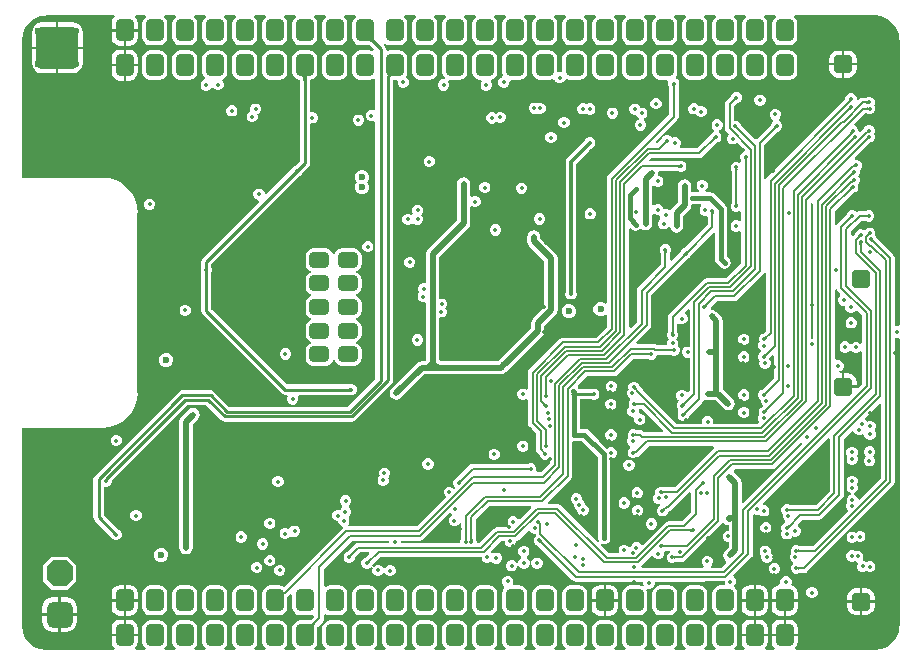
<source format=gbr>
%TF.GenerationSoftware,Altium Limited,Altium Designer,25.3.3 (18)*%
G04 Layer_Physical_Order=4*
G04 Layer_Color=6736896*
%FSLAX45Y45*%
%MOMM*%
%TF.SameCoordinates,5572F933-5C96-4131-A983-9EF7CB378A5A*%
%TF.FilePolarity,Positive*%
%TF.FileFunction,Copper,L4,Inr,Signal*%
%TF.Part,Single*%
G01*
G75*
%TA.AperFunction,Conductor*%
%ADD70C,0.40000*%
%ADD71C,0.20000*%
%ADD72C,0.25000*%
%ADD73C,0.50000*%
%ADD74C,0.30000*%
%TA.AperFunction,ComponentPad*%
G04:AMPARAMS|DCode=86|XSize=1.55mm|YSize=1.6mm|CornerRadius=0.3875mm|HoleSize=0mm|Usage=FLASHONLY|Rotation=270.000|XOffset=0mm|YOffset=0mm|HoleType=Round|Shape=RoundedRectangle|*
%AMROUNDEDRECTD86*
21,1,1.55000,0.82500,0,0,270.0*
21,1,0.77500,1.60000,0,0,270.0*
1,1,0.77500,-0.41250,-0.38750*
1,1,0.77500,-0.41250,0.38750*
1,1,0.77500,0.41250,0.38750*
1,1,0.77500,0.41250,-0.38750*
%
%ADD86ROUNDEDRECTD86*%
G04:AMPARAMS|DCode=90|XSize=2.2mm|YSize=2.2mm|CornerRadius=0.55mm|HoleSize=0mm|Usage=FLASHONLY|Rotation=270.000|XOffset=0mm|YOffset=0mm|HoleType=Round|Shape=RoundedRectangle|*
%AMROUNDEDRECTD90*
21,1,2.20000,1.10000,0,0,270.0*
21,1,1.10000,2.20000,0,0,270.0*
1,1,1.10000,-0.55000,-0.55000*
1,1,1.10000,-0.55000,0.55000*
1,1,1.10000,0.55000,0.55000*
1,1,1.10000,0.55000,-0.55000*
%
%ADD90ROUNDEDRECTD90*%
G04:AMPARAMS|DCode=91|XSize=2.2mm|YSize=2.2mm|CornerRadius=0mm|HoleSize=0mm|Usage=FLASHONLY|Rotation=270.000|XOffset=0mm|YOffset=0mm|HoleType=Round|Shape=Octagon|*
%AMOCTAGOND91*
4,1,8,-0.55000,-1.10000,0.55000,-1.10000,1.10000,-0.55000,1.10000,0.55000,0.55000,1.10000,-0.55000,1.10000,-1.10000,0.55000,-1.10000,-0.55000,-0.55000,-1.10000,0.0*
%
%ADD91OCTAGOND91*%

%TA.AperFunction,ViaPad*%
%ADD92C,0.35000*%
%ADD93C,0.60000*%
%TA.AperFunction,ComponentPad*%
G04:AMPARAMS|DCode=94|XSize=1.3mm|YSize=1.7mm|CornerRadius=0.325mm|HoleSize=0mm|Usage=FLASHONLY|Rotation=270.000|XOffset=0mm|YOffset=0mm|HoleType=Round|Shape=RoundedRectangle|*
%AMROUNDEDRECTD94*
21,1,1.30000,1.05000,0,0,270.0*
21,1,0.65000,1.70000,0,0,270.0*
1,1,0.65000,-0.52500,-0.32500*
1,1,0.65000,-0.52500,0.32500*
1,1,0.65000,0.52500,0.32500*
1,1,0.65000,0.52500,-0.32500*
%
%ADD94ROUNDEDRECTD94*%
G04:AMPARAMS|DCode=95|XSize=1.5mm|YSize=1.9mm|CornerRadius=0.375mm|HoleSize=0mm|Usage=FLASHONLY|Rotation=0.000|XOffset=0mm|YOffset=0mm|HoleType=Round|Shape=RoundedRectangle|*
%AMROUNDEDRECTD95*
21,1,1.50000,1.15000,0,0,0.0*
21,1,0.75000,1.90000,0,0,0.0*
1,1,0.75000,0.37500,-0.57500*
1,1,0.75000,-0.37500,-0.57500*
1,1,0.75000,-0.37500,0.57500*
1,1,0.75000,0.37500,0.57500*
%
%ADD95ROUNDEDRECTD95*%
G04:AMPARAMS|DCode=96|XSize=3.6mm|YSize=3.6mm|CornerRadius=0.54mm|HoleSize=0mm|Usage=FLASHONLY|Rotation=0.000|XOffset=0mm|YOffset=0mm|HoleType=Round|Shape=RoundedRectangle|*
%AMROUNDEDRECTD96*
21,1,3.60000,2.52000,0,0,0.0*
21,1,2.52000,3.60000,0,0,0.0*
1,1,1.08000,1.26000,-1.26000*
1,1,1.08000,-1.26000,-1.26000*
1,1,1.08000,-1.26000,1.26000*
1,1,1.08000,1.26000,1.26000*
%
%ADD96ROUNDEDRECTD96*%
G36*
X4138393Y5227882D02*
X4138911Y5224405D01*
X4139947Y5220759D01*
X4141498Y5216945D01*
X4143567Y5212962D01*
X4146152Y5208810D01*
X4149254Y5204490D01*
X4152872Y5200002D01*
X4161658Y5190519D01*
X4143981Y5172842D01*
X4139155Y5177493D01*
X4130010Y5185246D01*
X4125690Y5188348D01*
X4121538Y5190933D01*
X4117555Y5193002D01*
X4113741Y5194553D01*
X4110095Y5195589D01*
X4106618Y5196107D01*
X4103309Y5196109D01*
X4138391Y5231191D01*
X4138393Y5227882D01*
D02*
G37*
G36*
X8434462Y5410484D02*
X8485651Y5389281D01*
X8529609Y5355551D01*
X8563338Y5311594D01*
X8584542Y5260404D01*
X8589867Y5219955D01*
X8591113Y5205471D01*
X8591116Y5205460D01*
X8591116Y5190471D01*
X8591180Y2793177D01*
X8582473Y2787358D01*
X8576180Y2784875D01*
X8559737D01*
X8550784Y2790857D01*
Y3360835D01*
X8550784Y3360836D01*
X8547679Y3376444D01*
X8538838Y3389675D01*
X8397367Y3531146D01*
X8396006Y3534433D01*
X8395968Y3534623D01*
X8395860Y3534785D01*
X8390651Y3547360D01*
X8382659Y3555352D01*
X8386290Y3564118D01*
Y3583014D01*
X8379058Y3600473D01*
X8365697Y3613835D01*
X8348238Y3621066D01*
X8329342D01*
X8311884Y3613835D01*
X8298522Y3600473D01*
X8283434Y3603246D01*
X8272622Y3607724D01*
X8253725D01*
X8236267Y3600493D01*
X8222905Y3587131D01*
X8217695Y3574554D01*
X8217588Y3574394D01*
X8217551Y3574205D01*
X8216189Y3570917D01*
X8195783Y3550512D01*
X8180783Y3556725D01*
Y3588950D01*
X8271050Y3679216D01*
X8304337D01*
X8307626Y3677854D01*
X8307786Y3677747D01*
X8307975Y3677710D01*
X8320552Y3672500D01*
X8339448D01*
X8356907Y3679732D01*
X8370269Y3693093D01*
X8377500Y3710552D01*
Y3729448D01*
X8370269Y3746906D01*
X8356907Y3760268D01*
X8339448Y3767500D01*
X8320552D01*
X8307975Y3762290D01*
X8307786Y3762253D01*
X8307626Y3762146D01*
X8304337Y3760783D01*
X8254158D01*
X8254157Y3760784D01*
X8238550Y3757679D01*
X8227128Y3750047D01*
X8216906Y3760268D01*
X8199448Y3767500D01*
X8180552D01*
X8163093Y3760268D01*
X8149731Y3746906D01*
X8144522Y3734329D01*
X8144415Y3734169D01*
X8144377Y3733981D01*
X8143015Y3730692D01*
X8069977Y3657654D01*
X8061136Y3644423D01*
X8060621Y3641833D01*
X8045783Y3644125D01*
Y3758266D01*
X8206524Y3919008D01*
X8209923Y3920415D01*
X8210030Y3920436D01*
X8210123Y3920498D01*
X8222916Y3925797D01*
X8236278Y3939159D01*
X8243510Y3956617D01*
Y3975514D01*
X8237542Y3989921D01*
X8245492Y3997870D01*
X8252723Y4015328D01*
Y4034225D01*
X8245492Y4051683D01*
X8242175Y4055000D01*
X8250268Y4063093D01*
X8257500Y4080552D01*
Y4099448D01*
X8253809Y4108359D01*
X8265815Y4120365D01*
X8273046Y4137823D01*
Y4156720D01*
X8265815Y4174178D01*
X8252453Y4187540D01*
X8234995Y4194771D01*
X8218388D01*
X8213834Y4200965D01*
X8211033Y4208630D01*
X8344520Y4342117D01*
X8347809Y4343479D01*
X8347997Y4343516D01*
X8348157Y4343623D01*
X8360734Y4348833D01*
X8374096Y4362195D01*
X8381328Y4379653D01*
Y4398549D01*
X8374096Y4416008D01*
X8373881Y4416223D01*
X8380573Y4432379D01*
Y4451276D01*
X8373341Y4468734D01*
X8359979Y4482096D01*
X8342521Y4489327D01*
X8323625D01*
X8306167Y4482096D01*
X8292805Y4468734D01*
X8290128Y4462272D01*
X8287386Y4460440D01*
X8287385Y4460439D01*
X8257455Y4430509D01*
X8242455Y4436722D01*
Y4449086D01*
X8235224Y4466544D01*
X8221862Y4479906D01*
X8212761Y4483676D01*
X8208868Y4500996D01*
X8295534Y4587662D01*
X8313458D01*
X8316746Y4586299D01*
X8316906Y4586193D01*
X8317095Y4586155D01*
X8329672Y4580945D01*
X8348569D01*
X8366027Y4588177D01*
X8379389Y4601539D01*
X8386620Y4618997D01*
Y4637893D01*
X8379389Y4655352D01*
X8377291Y4657449D01*
X8382840Y4670847D01*
Y4689743D01*
X8375609Y4707201D01*
X8362247Y4720563D01*
X8344789Y4727795D01*
X8325892D01*
X8313315Y4722585D01*
X8313127Y4722548D01*
X8312967Y4722441D01*
X8309678Y4721078D01*
X8280799D01*
X8280798Y4721079D01*
X8265190Y4717974D01*
X8251959Y4709133D01*
X8241879Y4699053D01*
X8227500Y4705887D01*
Y4719448D01*
X8220268Y4736906D01*
X8206906Y4750268D01*
X8189448Y4757500D01*
X8170552D01*
X8153093Y4750268D01*
X8139731Y4736906D01*
X8132500Y4719448D01*
Y4709882D01*
X8111347Y4688729D01*
X8108969Y4685170D01*
X7470639Y4046840D01*
X7462087Y4034041D01*
X7460928Y4033782D01*
X7447087Y4036536D01*
Y4319410D01*
X7560692Y4433016D01*
X7563981Y4434377D01*
X7564169Y4434415D01*
X7564329Y4434522D01*
X7576906Y4439732D01*
X7590268Y4453093D01*
X7597500Y4470552D01*
Y4489448D01*
X7590268Y4506906D01*
X7576906Y4520268D01*
X7568011Y4523953D01*
X7566907Y4539732D01*
X7580268Y4553094D01*
X7587500Y4570552D01*
Y4589448D01*
X7580268Y4606906D01*
X7566906Y4620268D01*
X7549448Y4627500D01*
X7530552D01*
X7513093Y4620268D01*
X7499732Y4606906D01*
X7492500Y4589448D01*
Y4570552D01*
X7499732Y4553094D01*
X7513093Y4539732D01*
X7521989Y4536047D01*
X7523093Y4520268D01*
X7509731Y4506906D01*
X7504522Y4494329D01*
X7504415Y4494169D01*
X7504377Y4493981D01*
X7503015Y4490692D01*
X7385607Y4373283D01*
X7365414Y4372262D01*
X7246984Y4490692D01*
X7245623Y4493981D01*
X7245585Y4494169D01*
X7245478Y4494329D01*
X7240268Y4506906D01*
X7226907Y4520268D01*
X7209448Y4527500D01*
X7193541D01*
Y4648135D01*
X7219517Y4674111D01*
X7220238D01*
X7237696Y4681342D01*
X7251058Y4694704D01*
X7258290Y4712162D01*
Y4731059D01*
X7251058Y4748517D01*
X7237696Y4761879D01*
X7220238Y4769110D01*
X7201342D01*
X7183884Y4761879D01*
X7170522Y4748517D01*
X7166265Y4738241D01*
X7165892Y4737736D01*
X7165645Y4736744D01*
X7164830Y4734777D01*
X7123919Y4693866D01*
X7115079Y4680635D01*
X7111974Y4665028D01*
X7111974Y4665027D01*
Y4465090D01*
X7111974Y4465089D01*
X7115079Y4449482D01*
X7123919Y4436251D01*
X7149771Y4410400D01*
X7139399Y4400028D01*
X7132167Y4382569D01*
Y4363673D01*
X7139399Y4346215D01*
X7152761Y4332853D01*
X7170219Y4325621D01*
X7189115D01*
X7206574Y4332853D01*
X7216946Y4343225D01*
X7278812Y4281358D01*
X7274121Y4264836D01*
X7263093Y4260268D01*
X7249732Y4246906D01*
X7242500Y4229448D01*
Y4210552D01*
X7247710Y4197975D01*
X7247747Y4197786D01*
X7247854Y4197626D01*
X7249216Y4194337D01*
Y4177557D01*
X7234216Y4171383D01*
X7219448Y4177500D01*
X7200552D01*
X7183094Y4170269D01*
X7169732Y4156907D01*
X7162500Y4139448D01*
Y4120552D01*
X7167710Y4107975D01*
X7167747Y4107786D01*
X7167854Y4107626D01*
X7169217Y4104337D01*
Y3825663D01*
X7167854Y3822374D01*
X7167747Y3822214D01*
X7167710Y3822025D01*
X7162500Y3809448D01*
Y3790552D01*
X7169732Y3773094D01*
X7183094Y3759732D01*
X7200552Y3752500D01*
X7219448D01*
X7234216Y3758617D01*
X7249216Y3752443D01*
Y3682761D01*
X7241074Y3678207D01*
X7234216Y3675730D01*
X7218155Y3682383D01*
X7199259D01*
X7181800Y3675151D01*
X7168439Y3661789D01*
X7161207Y3644331D01*
Y3625434D01*
X7168439Y3607976D01*
X7181800Y3594614D01*
X7199259Y3587383D01*
X7218155D01*
X7234216Y3594036D01*
X7241074Y3591559D01*
X7249216Y3587004D01*
Y3316893D01*
X7123107Y3190784D01*
X6960001D01*
X6960000Y3190784D01*
X6944393Y3187679D01*
X6931162Y3178838D01*
X6641162Y2888839D01*
X6632321Y2875607D01*
X6629216Y2860000D01*
X6629217Y2859999D01*
Y2738102D01*
X6628218Y2735691D01*
X6627823Y2735059D01*
X6627733Y2734521D01*
X6623172Y2723510D01*
Y2704613D01*
X6630404Y2687155D01*
X6640192Y2677367D01*
X6629732Y2666907D01*
X6622500Y2649448D01*
Y2630552D01*
X6619481Y2626033D01*
X6538508D01*
X6529164Y2632276D01*
X6513556Y2635381D01*
X6513555Y2635381D01*
X6367202D01*
X6361462Y2649239D01*
X6478838Y2766615D01*
X6487679Y2779846D01*
X6490784Y2795453D01*
X6490784Y2795455D01*
Y3053107D01*
X6790692Y3353015D01*
X6793981Y3354378D01*
X6794169Y3354415D01*
X6794329Y3354522D01*
X6806906Y3359732D01*
X6820268Y3373094D01*
X6825477Y3385669D01*
X6825585Y3385830D01*
X6825623Y3386021D01*
X6826984Y3389308D01*
X7015162Y3577486D01*
X7029020Y3571746D01*
Y3355024D01*
X7032901Y3335515D01*
X7043952Y3318976D01*
X7073952Y3288976D01*
X7090491Y3277925D01*
X7110000Y3274045D01*
X7129509Y3277925D01*
X7146048Y3288976D01*
X7157099Y3305515D01*
X7160980Y3325024D01*
X7157099Y3344533D01*
X7146048Y3361072D01*
X7130980Y3376140D01*
Y3780000D01*
X7127099Y3799509D01*
X7116048Y3816048D01*
X7026048Y3906048D01*
X7009509Y3917099D01*
X6990000Y3920979D01*
X6949747D01*
X6946763Y3935979D01*
X6948003Y3936493D01*
X6961365Y3949855D01*
X6968596Y3967313D01*
Y3986210D01*
X6961365Y4003668D01*
X6948003Y4017030D01*
X6930544Y4024261D01*
X6911648D01*
X6894190Y4017030D01*
X6880828Y4003668D01*
X6873596Y3986210D01*
Y3967313D01*
X6880828Y3949855D01*
X6894190Y3936493D01*
X6895429Y3935979D01*
X6892446Y3920979D01*
X6831596D01*
X6827410Y3924415D01*
Y3973312D01*
X6823141Y3994772D01*
X6810985Y4012964D01*
X6792793Y4025120D01*
X6771333Y4029389D01*
X6749873Y4025120D01*
X6731680Y4012964D01*
X6719524Y3994772D01*
X6715255Y3973312D01*
Y3834561D01*
X6666058Y3785364D01*
X6656832Y3771556D01*
X6642580Y3768046D01*
X6638840Y3768335D01*
X6636906Y3770268D01*
X6619448Y3777500D01*
X6600552D01*
X6590704Y3787563D01*
X6585798Y3799406D01*
X6572436Y3812768D01*
X6554978Y3820000D01*
X6536081D01*
X6518623Y3812768D01*
X6514596Y3808741D01*
X6499596Y3814954D01*
Y3961047D01*
X6498065Y3968739D01*
Y3971046D01*
X6513065Y3977260D01*
X6518094Y3972232D01*
X6535552Y3965000D01*
X6554448D01*
X6571907Y3972232D01*
X6585269Y3985594D01*
X6592500Y4003052D01*
Y4021948D01*
X6585269Y4039406D01*
X6571907Y4052768D01*
X6554449Y4060000D01*
X6546004Y4070289D01*
X6548165Y4081153D01*
X6546879Y4087621D01*
X6556395Y4099217D01*
X6714337D01*
X6717626Y4097854D01*
X6717786Y4097747D01*
X6717975Y4097710D01*
X6730552Y4092500D01*
X6749448D01*
X6766906Y4099732D01*
X6780268Y4113094D01*
X6787500Y4130552D01*
Y4149448D01*
X6780268Y4166907D01*
X6766906Y4180268D01*
X6749448Y4187500D01*
X6730552D01*
X6717975Y4182290D01*
X6717786Y4182253D01*
X6717626Y4182146D01*
X6714337Y4180784D01*
X6478561D01*
X6472821Y4194642D01*
X6487396Y4209216D01*
X6896136D01*
X6896137Y4209216D01*
X6911744Y4212321D01*
X6924975Y4221161D01*
X7046461Y4342648D01*
X7049750Y4344010D01*
X7049939Y4344048D01*
X7050099Y4344155D01*
X7062676Y4349364D01*
X7076038Y4362726D01*
X7083269Y4380184D01*
Y4399081D01*
X7076038Y4416539D01*
X7063570Y4429007D01*
X7063220Y4435465D01*
X7064202Y4445505D01*
X7074406Y4449732D01*
X7087768Y4463094D01*
X7095000Y4480552D01*
Y4499448D01*
X7087768Y4516907D01*
X7074406Y4530269D01*
X7056948Y4537500D01*
X7038052D01*
X7020594Y4530269D01*
X7007232Y4516907D01*
X7000000Y4499448D01*
Y4480552D01*
X7007232Y4463094D01*
X7019700Y4450626D01*
X7020049Y4444168D01*
X7019068Y4434128D01*
X7008863Y4429901D01*
X6995501Y4416539D01*
X6990292Y4403962D01*
X6990185Y4403802D01*
X6990147Y4403613D01*
X6988785Y4400324D01*
X6879244Y4290783D01*
X6734914D01*
X6728701Y4305783D01*
X6732922Y4310004D01*
X6740153Y4327463D01*
Y4346359D01*
X6732922Y4363817D01*
X6719560Y4377179D01*
X6702101Y4384411D01*
X6683205D01*
X6666852Y4377637D01*
X6664019Y4384477D01*
X6650658Y4397839D01*
X6633199Y4405070D01*
X6614303D01*
X6596845Y4397839D01*
X6583483Y4384477D01*
X6578273Y4371900D01*
X6578166Y4371740D01*
X6578129Y4371551D01*
X6576766Y4368262D01*
X6541917Y4333412D01*
X6533349Y4334459D01*
X6527866Y4350190D01*
X6709498Y4531822D01*
X6709499Y4531822D01*
X6718340Y4545053D01*
X6721444Y4560660D01*
X6721444Y4560662D01*
Y4592309D01*
X6721444Y4592310D01*
X6720784Y4595630D01*
Y4814337D01*
X6722146Y4817626D01*
X6722253Y4817786D01*
X6722290Y4817975D01*
X6727500Y4830552D01*
Y4849448D01*
X6720269Y4866906D01*
X6706907Y4880268D01*
X6702655Y4882029D01*
X6697022Y4900599D01*
X6705083Y4912663D01*
X6710322Y4939000D01*
Y5054000D01*
X6705083Y5080337D01*
X6690164Y5102664D01*
X6667837Y5117583D01*
X6641500Y5122822D01*
X6566500D01*
X6540163Y5117583D01*
X6517836Y5102664D01*
X6502917Y5080337D01*
X6497678Y5054000D01*
Y4939000D01*
X6502917Y4912663D01*
X6517836Y4890336D01*
X6540163Y4875417D01*
X6566500Y4870178D01*
X6624851D01*
X6634874Y4855178D01*
X6632500Y4849448D01*
Y4830552D01*
X6637710Y4817975D01*
X6637747Y4817786D01*
X6637854Y4817626D01*
X6639217Y4814337D01*
Y4592972D01*
X6639216Y4592970D01*
X6639877Y4589650D01*
Y4577553D01*
X6126162Y4063839D01*
X6117321Y4050608D01*
X6114216Y4035000D01*
X6114217Y4034999D01*
Y2981849D01*
X6099217Y2975636D01*
X6093987Y2980866D01*
X6071934Y2990000D01*
X6048065D01*
X6026012Y2980866D01*
X6009134Y2963987D01*
X6000000Y2941935D01*
Y2918065D01*
X6009134Y2896013D01*
X6026012Y2879134D01*
X6048065Y2870000D01*
X6071934D01*
X6093987Y2879134D01*
X6099217Y2884364D01*
X6114217Y2878151D01*
Y2780888D01*
X6022996Y2689667D01*
X5741397D01*
X5725790Y2686563D01*
X5712559Y2677722D01*
X5712559Y2677721D01*
X5456162Y2421325D01*
X5447321Y2408093D01*
X5444216Y2392486D01*
X5444216Y2392485D01*
Y2255743D01*
X5429216Y2249530D01*
X5427989Y2250757D01*
X5410531Y2257989D01*
X5391634D01*
X5374176Y2250757D01*
X5360814Y2237396D01*
X5353583Y2219937D01*
Y2201041D01*
X5360814Y2183583D01*
X5374176Y2170221D01*
X5391634Y2162989D01*
X5410531D01*
X5427989Y2170221D01*
X5429216Y2171448D01*
X5444216Y2165235D01*
Y1971448D01*
X5443417Y1967427D01*
X5446521Y1951820D01*
X5455362Y1938588D01*
X5511754Y1882197D01*
Y1742538D01*
X5511753Y1742537D01*
X5514858Y1726930D01*
X5523699Y1713699D01*
X5545105Y1692293D01*
X5546467Y1689004D01*
X5546505Y1688815D01*
X5546611Y1688655D01*
X5551821Y1676078D01*
X5565183Y1662716D01*
X5582641Y1655485D01*
X5601538D01*
X5618996Y1662716D01*
X5619477Y1663198D01*
X5634477Y1656984D01*
Y1625187D01*
X5560074Y1550784D01*
X5524215D01*
X5514192Y1565784D01*
X5515670Y1569353D01*
Y1588250D01*
X5508439Y1605708D01*
X5495077Y1619070D01*
X5477619Y1626301D01*
X5458722D01*
X5446145Y1621092D01*
X5445956Y1621054D01*
X5445796Y1620947D01*
X5442508Y1619585D01*
X4978802D01*
X4963194Y1616481D01*
X4949963Y1607640D01*
X4949963Y1607639D01*
X4849308Y1506984D01*
X4846019Y1505622D01*
X4845831Y1505585D01*
X4845671Y1505478D01*
X4833093Y1500268D01*
X4819732Y1486906D01*
X4812500Y1469448D01*
Y1450552D01*
X4819732Y1433093D01*
X4832574Y1420251D01*
X4819749Y1407426D01*
X4806907Y1420268D01*
X4789448Y1427500D01*
X4770552D01*
X4753094Y1420268D01*
X4739732Y1406907D01*
X4732500Y1389448D01*
Y1370552D01*
X4739732Y1353094D01*
X4752574Y1340251D01*
X4504357Y1092033D01*
X3925882D01*
X3919668Y1107033D01*
X3926184Y1113549D01*
X3933416Y1131007D01*
Y1149904D01*
X3930439Y1157089D01*
X3927254Y1172006D01*
X3940615Y1185368D01*
X3947847Y1202826D01*
Y1221722D01*
X3940615Y1239181D01*
X3927254Y1252542D01*
X3928229Y1268374D01*
X3928254Y1268385D01*
X3941616Y1281746D01*
X3948847Y1299205D01*
Y1318101D01*
X3941616Y1335559D01*
X3928254Y1348921D01*
X3910796Y1356153D01*
X3891899D01*
X3874441Y1348921D01*
X3861079Y1335559D01*
X3853848Y1318101D01*
Y1299205D01*
X3861079Y1281746D01*
X3874441Y1268385D01*
X3873465Y1252553D01*
X3873440Y1252543D01*
X3860078Y1239181D01*
X3854745Y1226304D01*
X3844718Y1230457D01*
X3825821D01*
X3808363Y1223225D01*
X3795001Y1209863D01*
X3787770Y1192405D01*
Y1173509D01*
X3795001Y1156051D01*
X3808363Y1142689D01*
X3825821Y1135457D01*
X3838416D01*
Y1131007D01*
X3845647Y1113549D01*
X3859009Y1100187D01*
X3873814Y1094055D01*
X3877012Y1086730D01*
X3877779Y1077956D01*
X3377568Y577745D01*
X3365837Y585583D01*
X3339500Y590822D01*
X3264500D01*
X3238163Y585583D01*
X3215836Y570664D01*
X3200917Y548337D01*
X3195678Y522000D01*
Y407000D01*
X3200917Y380663D01*
X3215836Y358336D01*
X3238163Y343417D01*
X3264500Y338178D01*
X3339500D01*
X3365837Y343417D01*
X3388164Y358336D01*
X3403083Y380663D01*
X3408322Y407000D01*
Y495716D01*
X3416068Y500891D01*
X3434678Y519501D01*
X3449678Y513288D01*
Y407000D01*
X3454917Y380663D01*
X3469836Y358336D01*
X3492163Y343417D01*
X3518500Y338178D01*
X3593500D01*
X3618320Y343115D01*
X3621231Y342564D01*
X3633938Y334798D01*
X3634790Y326966D01*
X3607867Y300043D01*
X3605121Y297493D01*
X3603010Y295788D01*
X3602072Y295117D01*
X3593500Y296822D01*
X3518500D01*
X3492163Y291583D01*
X3469836Y276664D01*
X3454917Y254337D01*
X3449678Y228000D01*
Y113000D01*
X3454917Y86663D01*
X3469836Y64336D01*
X3477904Y58944D01*
X3473354Y43944D01*
X3384646D01*
X3380096Y58944D01*
X3388164Y64336D01*
X3403083Y86663D01*
X3408322Y113000D01*
Y228000D01*
X3403083Y254337D01*
X3388164Y276664D01*
X3365837Y291583D01*
X3339500Y296822D01*
X3264500D01*
X3238163Y291583D01*
X3215836Y276664D01*
X3200917Y254337D01*
X3195678Y228000D01*
Y113000D01*
X3200917Y86663D01*
X3215836Y64336D01*
X3223904Y58944D01*
X3219354Y43944D01*
X3130646D01*
X3126096Y58944D01*
X3134164Y64336D01*
X3149083Y86663D01*
X3154322Y113000D01*
Y228000D01*
X3149083Y254337D01*
X3134164Y276664D01*
X3111837Y291583D01*
X3085500Y296822D01*
X3010500D01*
X2984163Y291583D01*
X2961836Y276664D01*
X2946917Y254337D01*
X2941678Y228000D01*
Y113000D01*
X2946917Y86663D01*
X2961836Y64336D01*
X2969904Y58944D01*
X2965354Y43944D01*
X2876646D01*
X2872096Y58944D01*
X2880164Y64336D01*
X2895083Y86663D01*
X2900322Y113000D01*
Y228000D01*
X2895083Y254337D01*
X2880164Y276664D01*
X2857837Y291583D01*
X2831500Y296822D01*
X2756500D01*
X2730163Y291583D01*
X2707836Y276664D01*
X2692917Y254337D01*
X2687678Y228000D01*
Y113000D01*
X2692917Y86663D01*
X2707836Y64336D01*
X2715904Y58944D01*
X2711354Y43944D01*
X2622646D01*
X2618096Y58944D01*
X2626164Y64336D01*
X2641083Y86663D01*
X2646322Y113000D01*
Y228000D01*
X2641083Y254337D01*
X2626164Y276664D01*
X2603837Y291583D01*
X2577500Y296822D01*
X2502500D01*
X2476163Y291583D01*
X2453836Y276664D01*
X2438917Y254337D01*
X2433678Y228000D01*
Y113000D01*
X2438917Y86663D01*
X2453836Y64336D01*
X2461904Y58944D01*
X2457354Y43944D01*
X2368646D01*
X2364096Y58944D01*
X2372164Y64336D01*
X2387083Y86663D01*
X2392322Y113000D01*
Y228000D01*
X2387083Y254337D01*
X2372164Y276664D01*
X2349837Y291583D01*
X2323500Y296822D01*
X2248500D01*
X2222163Y291583D01*
X2199836Y276664D01*
X2184917Y254337D01*
X2179678Y228000D01*
Y113000D01*
X2184917Y86663D01*
X2199836Y64336D01*
X2207904Y58944D01*
X2203354Y43944D01*
X2123646D01*
X2119096Y58944D01*
X2121769Y60731D01*
X2137793Y84712D01*
X2143420Y113000D01*
Y160500D01*
X1920580D01*
Y113000D01*
X1926207Y84712D01*
X1942231Y60731D01*
X1944904Y58944D01*
X1940354Y43944D01*
X1371600D01*
X1369643Y43555D01*
X1317066Y50477D01*
X1266249Y71526D01*
X1222611Y105011D01*
X1189126Y148649D01*
X1168077Y199466D01*
X1161155Y252043D01*
X1161544Y254000D01*
Y1924556D01*
X1841500D01*
Y1923962D01*
X1899742Y1929699D01*
X1955745Y1946687D01*
X2007359Y1974275D01*
X2052598Y2011402D01*
X2089725Y2056641D01*
X2117313Y2108255D01*
X2134301Y2164258D01*
X2140038Y2222500D01*
X2139444D01*
Y3746500D01*
X2140038D01*
X2134301Y3804742D01*
X2117313Y3860745D01*
X2089725Y3912359D01*
X2052598Y3957598D01*
X2007359Y3994725D01*
X1955745Y4022313D01*
X1899742Y4039301D01*
X1841500Y4045038D01*
Y4044444D01*
X1161544D01*
Y5207000D01*
X1161155Y5208958D01*
X1168077Y5261534D01*
X1189126Y5312351D01*
X1222610Y5355989D01*
X1266248Y5389474D01*
X1317066Y5410523D01*
X1357121Y5415796D01*
X1371600Y5417055D01*
Y5417056D01*
X1940354D01*
X1944904Y5402056D01*
X1942231Y5400269D01*
X1926207Y5376288D01*
X1920580Y5348000D01*
Y5300500D01*
X2143420D01*
Y5348000D01*
X2137793Y5376288D01*
X2121769Y5400269D01*
X2119096Y5402056D01*
X2123646Y5417056D01*
X2203354D01*
X2207904Y5402056D01*
X2199836Y5396664D01*
X2184917Y5374337D01*
X2179678Y5348000D01*
Y5233000D01*
X2184917Y5206663D01*
X2199836Y5184336D01*
X2222163Y5169417D01*
X2248500Y5164178D01*
X2323500D01*
X2349837Y5169417D01*
X2372164Y5184336D01*
X2387083Y5206663D01*
X2392322Y5233000D01*
Y5348000D01*
X2387083Y5374337D01*
X2372164Y5396664D01*
X2364096Y5402056D01*
X2368646Y5417056D01*
X2457354D01*
X2461904Y5402056D01*
X2453836Y5396664D01*
X2438917Y5374337D01*
X2433678Y5348000D01*
Y5233000D01*
X2438917Y5206663D01*
X2453836Y5184336D01*
X2476163Y5169417D01*
X2502500Y5164178D01*
X2577500D01*
X2603837Y5169417D01*
X2626164Y5184336D01*
X2641083Y5206663D01*
X2646322Y5233000D01*
Y5348000D01*
X2641083Y5374337D01*
X2626164Y5396664D01*
X2618096Y5402056D01*
X2622646Y5417056D01*
X2711354D01*
X2715904Y5402056D01*
X2707836Y5396664D01*
X2692917Y5374337D01*
X2687678Y5348000D01*
Y5233000D01*
X2692917Y5206663D01*
X2707836Y5184336D01*
X2730163Y5169417D01*
X2756500Y5164178D01*
X2831500D01*
X2857837Y5169417D01*
X2880164Y5184336D01*
X2895083Y5206663D01*
X2900322Y5233000D01*
Y5348000D01*
X2895083Y5374337D01*
X2880164Y5396664D01*
X2872096Y5402056D01*
X2876646Y5417056D01*
X2965354D01*
X2969904Y5402056D01*
X2961836Y5396664D01*
X2946917Y5374337D01*
X2941678Y5348000D01*
Y5233000D01*
X2946917Y5206663D01*
X2961836Y5184336D01*
X2984163Y5169417D01*
X3010500Y5164178D01*
X3085500D01*
X3111837Y5169417D01*
X3134164Y5184336D01*
X3149083Y5206663D01*
X3154322Y5233000D01*
Y5348000D01*
X3149083Y5374337D01*
X3134164Y5396664D01*
X3126096Y5402056D01*
X3130646Y5417056D01*
X3219354D01*
X3223904Y5402056D01*
X3215836Y5396664D01*
X3200917Y5374337D01*
X3195678Y5348000D01*
Y5233000D01*
X3200917Y5206663D01*
X3215836Y5184336D01*
X3238163Y5169417D01*
X3264500Y5164178D01*
X3339500D01*
X3365837Y5169417D01*
X3388164Y5184336D01*
X3403083Y5206663D01*
X3408322Y5233000D01*
Y5348000D01*
X3403083Y5374337D01*
X3388164Y5396664D01*
X3380096Y5402056D01*
X3384646Y5417056D01*
X3473354D01*
X3477904Y5402056D01*
X3469836Y5396664D01*
X3454917Y5374337D01*
X3449678Y5348000D01*
Y5233000D01*
X3454917Y5206663D01*
X3469836Y5184336D01*
X3492163Y5169417D01*
X3518500Y5164178D01*
X3593500D01*
X3619837Y5169417D01*
X3642164Y5184336D01*
X3657083Y5206663D01*
X3662322Y5233000D01*
Y5348000D01*
X3657083Y5374337D01*
X3642164Y5396664D01*
X3634096Y5402056D01*
X3638646Y5417056D01*
X3727354D01*
X3731904Y5402056D01*
X3723836Y5396664D01*
X3708917Y5374337D01*
X3703678Y5348000D01*
Y5233000D01*
X3708917Y5206663D01*
X3723836Y5184336D01*
X3746163Y5169417D01*
X3772500Y5164178D01*
X3847500D01*
X3873837Y5169417D01*
X3896164Y5184336D01*
X3911083Y5206663D01*
X3916322Y5233000D01*
Y5348000D01*
X3911083Y5374337D01*
X3896164Y5396664D01*
X3888096Y5402056D01*
X3892646Y5417056D01*
X3981354D01*
X3985904Y5402056D01*
X3977836Y5396664D01*
X3962917Y5374337D01*
X3957678Y5348000D01*
Y5233000D01*
X3962917Y5206663D01*
X3977836Y5184336D01*
X4000163Y5169417D01*
X4026500Y5164178D01*
X4101500D01*
X4105252Y5164924D01*
X4106382Y5164337D01*
X4108668Y5162914D01*
X4111171Y5161117D01*
X4117287Y5155932D01*
X4144048Y5129171D01*
X4143457Y5125187D01*
X4127976Y5117651D01*
X4127185Y5117713D01*
X4101500Y5122822D01*
X4026500D01*
X4000163Y5117583D01*
X3977836Y5102664D01*
X3962917Y5080337D01*
X3957678Y5054000D01*
Y4939000D01*
X3962917Y4912663D01*
X3977836Y4890336D01*
X4000163Y4875417D01*
X4026500Y4870178D01*
X4101500D01*
X4127837Y4875417D01*
X4139549Y4883243D01*
X4154549Y4875225D01*
Y4622224D01*
X4139549Y4613316D01*
X4129448Y4617500D01*
X4110552D01*
X4093093Y4610268D01*
X4079731Y4596906D01*
X4072500Y4579448D01*
Y4560552D01*
X4079731Y4543094D01*
X4093093Y4529732D01*
X4110552Y4522500D01*
X4129448D01*
X4139549Y4526684D01*
X4154549Y4517776D01*
Y2342191D01*
X3918216Y2105858D01*
X2915423D01*
X2790641Y2230640D01*
X2776583Y2240034D01*
X2760000Y2243332D01*
X2520000D01*
X2503417Y2240034D01*
X2489359Y2230640D01*
X1779359Y1520640D01*
X1769966Y1506582D01*
X1766668Y1490000D01*
Y1168252D01*
X1769966Y1151669D01*
X1779359Y1137611D01*
X1912347Y1004624D01*
X1916514Y994563D01*
X1929876Y981201D01*
X1947334Y973969D01*
X1966231D01*
X1983689Y981201D01*
X1997051Y994563D01*
X2004282Y1012021D01*
Y1030917D01*
X1997051Y1048376D01*
X1983689Y1061738D01*
X1973628Y1065905D01*
X1853332Y1186200D01*
Y1421047D01*
X1862652Y1427275D01*
X1881548D01*
X1899007Y1434506D01*
X1912369Y1447868D01*
X1919600Y1465326D01*
Y1479087D01*
X2557180Y2116668D01*
X2722051D01*
X2846834Y1991885D01*
X2860892Y1982492D01*
X2877475Y1979193D01*
X3952734D01*
X3969316Y1982492D01*
X3983374Y1991885D01*
X4290641Y2299152D01*
X4300034Y2313209D01*
X4303333Y2329792D01*
Y4870178D01*
X4335331D01*
X4342500Y4859448D01*
Y4840552D01*
X4349732Y4823093D01*
X4363094Y4809732D01*
X4380552Y4802500D01*
X4399448D01*
X4416907Y4809732D01*
X4430269Y4823093D01*
X4437500Y4840552D01*
Y4859448D01*
X4430269Y4876906D01*
X4416907Y4890268D01*
X4412914Y4903430D01*
X4419083Y4912663D01*
X4424322Y4939000D01*
Y5054000D01*
X4419083Y5080337D01*
X4404164Y5102664D01*
X4381837Y5117583D01*
X4355500Y5122822D01*
X4280500D01*
X4256214Y5117991D01*
X4247151Y5121332D01*
X4241214Y5124505D01*
Y5136618D01*
X4237916Y5153201D01*
X4228522Y5167259D01*
X4224754Y5171027D01*
X4234316Y5182678D01*
X4254163Y5169417D01*
X4280500Y5164178D01*
X4355500D01*
X4381837Y5169417D01*
X4404164Y5184336D01*
X4419083Y5206663D01*
X4424322Y5233000D01*
Y5348000D01*
X4419083Y5374337D01*
X4404164Y5396664D01*
X4396096Y5402056D01*
X4400646Y5417056D01*
X4489354D01*
X4493904Y5402056D01*
X4485836Y5396664D01*
X4470917Y5374337D01*
X4465678Y5348000D01*
Y5233000D01*
X4470917Y5206663D01*
X4485836Y5184336D01*
X4508163Y5169417D01*
X4534500Y5164178D01*
X4609500D01*
X4635837Y5169417D01*
X4658164Y5184336D01*
X4673083Y5206663D01*
X4678322Y5233000D01*
Y5348000D01*
X4673083Y5374337D01*
X4658164Y5396664D01*
X4650096Y5402056D01*
X4654646Y5417056D01*
X4743354D01*
X4747904Y5402056D01*
X4739836Y5396664D01*
X4724917Y5374337D01*
X4719678Y5348000D01*
Y5233000D01*
X4724917Y5206663D01*
X4739836Y5184336D01*
X4762163Y5169417D01*
X4788500Y5164178D01*
X4863500D01*
X4889837Y5169417D01*
X4912164Y5184336D01*
X4927083Y5206663D01*
X4932322Y5233000D01*
Y5348000D01*
X4927083Y5374337D01*
X4912164Y5396664D01*
X4904096Y5402056D01*
X4908646Y5417056D01*
X4997354D01*
X5001904Y5402056D01*
X4993836Y5396664D01*
X4978917Y5374337D01*
X4973678Y5348000D01*
Y5233000D01*
X4978917Y5206663D01*
X4993836Y5184336D01*
X5016163Y5169417D01*
X5042500Y5164178D01*
X5117500D01*
X5143837Y5169417D01*
X5166164Y5184336D01*
X5181083Y5206663D01*
X5186322Y5233000D01*
Y5348000D01*
X5181083Y5374337D01*
X5166164Y5396664D01*
X5158096Y5402056D01*
X5162646Y5417056D01*
X5251354D01*
X5255904Y5402056D01*
X5247836Y5396664D01*
X5232917Y5374337D01*
X5227678Y5348000D01*
Y5233000D01*
X5232917Y5206663D01*
X5247836Y5184336D01*
X5270163Y5169417D01*
X5296500Y5164178D01*
X5371500D01*
X5397837Y5169417D01*
X5420164Y5184336D01*
X5435083Y5206663D01*
X5440322Y5233000D01*
Y5348000D01*
X5435083Y5374337D01*
X5420164Y5396664D01*
X5412096Y5402056D01*
X5416646Y5417056D01*
X5505354D01*
X5509904Y5402056D01*
X5501836Y5396664D01*
X5486917Y5374337D01*
X5481678Y5348000D01*
Y5233000D01*
X5486917Y5206663D01*
X5501836Y5184336D01*
X5524163Y5169417D01*
X5550500Y5164178D01*
X5625500D01*
X5651837Y5169417D01*
X5674164Y5184336D01*
X5689083Y5206663D01*
X5694322Y5233000D01*
Y5348000D01*
X5689083Y5374337D01*
X5674164Y5396664D01*
X5666096Y5402056D01*
X5670646Y5417056D01*
X5759354D01*
X5763904Y5402056D01*
X5755836Y5396664D01*
X5740917Y5374337D01*
X5735678Y5348000D01*
Y5233000D01*
X5740917Y5206663D01*
X5755836Y5184336D01*
X5778163Y5169417D01*
X5804500Y5164178D01*
X5879500D01*
X5905837Y5169417D01*
X5928164Y5184336D01*
X5943083Y5206663D01*
X5948322Y5233000D01*
Y5348000D01*
X5943083Y5374337D01*
X5928164Y5396664D01*
X5920096Y5402056D01*
X5924646Y5417056D01*
X6013354D01*
X6017904Y5402056D01*
X6009836Y5396664D01*
X5994917Y5374337D01*
X5989678Y5348000D01*
Y5233000D01*
X5994917Y5206663D01*
X6009836Y5184336D01*
X6032163Y5169417D01*
X6058500Y5164178D01*
X6133500D01*
X6159837Y5169417D01*
X6182164Y5184336D01*
X6197083Y5206663D01*
X6202322Y5233000D01*
Y5348000D01*
X6197083Y5374337D01*
X6182164Y5396664D01*
X6174096Y5402056D01*
X6178646Y5417056D01*
X6267354D01*
X6271904Y5402056D01*
X6263836Y5396664D01*
X6248917Y5374337D01*
X6243678Y5348000D01*
Y5233000D01*
X6248917Y5206663D01*
X6263836Y5184336D01*
X6286163Y5169417D01*
X6312500Y5164178D01*
X6387500D01*
X6413837Y5169417D01*
X6436164Y5184336D01*
X6451083Y5206663D01*
X6456322Y5233000D01*
Y5348000D01*
X6451083Y5374337D01*
X6436164Y5396664D01*
X6428096Y5402056D01*
X6432646Y5417056D01*
X6521354D01*
X6525904Y5402056D01*
X6517836Y5396664D01*
X6502917Y5374337D01*
X6497678Y5348000D01*
Y5233000D01*
X6502917Y5206663D01*
X6517836Y5184336D01*
X6540163Y5169417D01*
X6566500Y5164178D01*
X6641500D01*
X6667837Y5169417D01*
X6690164Y5184336D01*
X6705083Y5206663D01*
X6710322Y5233000D01*
Y5348000D01*
X6705083Y5374337D01*
X6690164Y5396664D01*
X6682096Y5402056D01*
X6686646Y5417056D01*
X6775354D01*
X6779904Y5402056D01*
X6771836Y5396664D01*
X6756917Y5374337D01*
X6751678Y5348000D01*
Y5233000D01*
X6756917Y5206663D01*
X6771836Y5184336D01*
X6794163Y5169417D01*
X6820500Y5164178D01*
X6895500D01*
X6921837Y5169417D01*
X6944164Y5184336D01*
X6959083Y5206663D01*
X6964322Y5233000D01*
Y5348000D01*
X6959083Y5374337D01*
X6944164Y5396664D01*
X6936096Y5402056D01*
X6940646Y5417056D01*
X7029354D01*
X7033904Y5402056D01*
X7025836Y5396664D01*
X7010917Y5374337D01*
X7005678Y5348000D01*
Y5233000D01*
X7010917Y5206663D01*
X7025836Y5184336D01*
X7048163Y5169417D01*
X7074500Y5164178D01*
X7149500D01*
X7175837Y5169417D01*
X7198164Y5184336D01*
X7213083Y5206663D01*
X7218322Y5233000D01*
Y5348000D01*
X7213083Y5374337D01*
X7198164Y5396664D01*
X7190096Y5402056D01*
X7194646Y5417056D01*
X7283354D01*
X7287904Y5402056D01*
X7279836Y5396664D01*
X7264917Y5374337D01*
X7259678Y5348000D01*
Y5233000D01*
X7264917Y5206663D01*
X7279836Y5184336D01*
X7302163Y5169417D01*
X7328500Y5164178D01*
X7403500D01*
X7429837Y5169417D01*
X7452164Y5184336D01*
X7467083Y5206663D01*
X7472322Y5233000D01*
Y5348000D01*
X7467083Y5374337D01*
X7452164Y5396664D01*
X7444096Y5402056D01*
X7448646Y5417056D01*
X7537354D01*
X7541904Y5402056D01*
X7533836Y5396664D01*
X7518917Y5374337D01*
X7513678Y5348000D01*
Y5233000D01*
X7518917Y5206663D01*
X7533836Y5184336D01*
X7556163Y5169417D01*
X7582500Y5164178D01*
X7657500D01*
X7683837Y5169417D01*
X7706164Y5184336D01*
X7721083Y5206663D01*
X7726322Y5233000D01*
Y5348000D01*
X7721083Y5374337D01*
X7706164Y5396664D01*
X7698096Y5402056D01*
X7702646Y5417056D01*
X8379531D01*
X8381527Y5417453D01*
X8434462Y5410484D01*
D02*
G37*
G36*
X6693235Y4828391D02*
X6692556Y4827215D01*
X6691957Y4825966D01*
X6691438Y4824642D01*
X6690999Y4823244D01*
X6690639Y4821772D01*
X6690359Y4820225D01*
X6690160Y4818604D01*
X6690000Y4815139D01*
X6670000D01*
X6669960Y4816908D01*
X6669641Y4820225D01*
X6669361Y4821772D01*
X6669002Y4823244D01*
X6668562Y4824642D01*
X6668043Y4825966D01*
X6667444Y4827215D01*
X6666765Y4828391D01*
X6666007Y4829491D01*
X6693993D01*
X6693235Y4828391D01*
D02*
G37*
G36*
X7212246Y4704171D02*
X7210896Y4704000D01*
X7209554Y4703712D01*
X7208219Y4703308D01*
X7206892Y4702787D01*
X7205573Y4702150D01*
X7204261Y4701396D01*
X7202956Y4700526D01*
X7201659Y4699539D01*
X7200370Y4698436D01*
X7199089Y4697217D01*
X7185960Y4712372D01*
X7187218Y4713678D01*
X7189403Y4716242D01*
X7190330Y4717499D01*
X7191146Y4718741D01*
X7191852Y4719966D01*
X7192446Y4721176D01*
X7192930Y4722369D01*
X7193303Y4723546D01*
X7193566Y4724707D01*
X7212246Y4704171D01*
D02*
G37*
G36*
X8324832Y4666302D02*
X8323731Y4667060D01*
X8322556Y4667739D01*
X8321307Y4668338D01*
X8319983Y4668857D01*
X8318585Y4669296D01*
X8317113Y4669656D01*
X8315566Y4669936D01*
X8313945Y4670135D01*
X8310479Y4670295D01*
Y4690295D01*
X8312249Y4690335D01*
X8315566Y4690654D01*
X8317113Y4690934D01*
X8318585Y4691293D01*
X8319983Y4691733D01*
X8321307Y4692252D01*
X8322556Y4692851D01*
X8323731Y4693530D01*
X8324832Y4694288D01*
Y4666302D01*
D02*
G37*
G36*
X8185415Y4625001D02*
X8184162Y4624748D01*
X8182905Y4624387D01*
X8181644Y4623916D01*
X8180378Y4623335D01*
X8179109Y4622645D01*
X8177835Y4621845D01*
X8176557Y4620936D01*
X8175275Y4619917D01*
X8172698Y4617551D01*
X8158134Y4631270D01*
X8159355Y4632550D01*
X8161460Y4635127D01*
X8162346Y4636425D01*
X8163119Y4637729D01*
X8163780Y4639038D01*
X8164329Y4640354D01*
X8164767Y4641675D01*
X8165092Y4643003D01*
X8165306Y4644336D01*
X8185415Y4625001D01*
D02*
G37*
G36*
X8328612Y4614452D02*
X8327511Y4615210D01*
X8326336Y4615889D01*
X8325087Y4616488D01*
X8323763Y4617008D01*
X8322365Y4617447D01*
X8320892Y4617806D01*
X8319346Y4618086D01*
X8317725Y4618285D01*
X8314259Y4618445D01*
Y4638445D01*
X8316029Y4638485D01*
X8319346Y4638805D01*
X8320892Y4639084D01*
X8322365Y4639444D01*
X8323763Y4639883D01*
X8325087Y4640402D01*
X8326336Y4641001D01*
X8327511Y4641680D01*
X8328612Y4642439D01*
Y4614452D01*
D02*
G37*
G36*
X7552464Y4462674D02*
X7551149Y4462433D01*
X7549838Y4462082D01*
X7548531Y4461622D01*
X7547228Y4461053D01*
X7545929Y4460375D01*
X7544634Y4459588D01*
X7543342Y4458692D01*
X7542055Y4457687D01*
X7539491Y4455349D01*
X7525349Y4469491D01*
X7526572Y4470771D01*
X7528692Y4473342D01*
X7529588Y4474634D01*
X7530375Y4475929D01*
X7531053Y4477228D01*
X7531622Y4478531D01*
X7532082Y4479838D01*
X7532432Y4481149D01*
X7532674Y4482464D01*
X7552464Y4462674D01*
D02*
G37*
G36*
X7217567Y4481149D02*
X7217918Y4479838D01*
X7218378Y4478531D01*
X7218947Y4477228D01*
X7219625Y4475929D01*
X7220412Y4474634D01*
X7221308Y4473342D01*
X7222313Y4472055D01*
X7224651Y4469491D01*
X7210509Y4455349D01*
X7209229Y4456572D01*
X7206658Y4458692D01*
X7205366Y4459588D01*
X7204071Y4460375D01*
X7202772Y4461053D01*
X7201469Y4461622D01*
X7200162Y4462082D01*
X7198851Y4462433D01*
X7197536Y4462674D01*
X7217326Y4482464D01*
X7217567Y4481149D01*
D02*
G37*
G36*
X8200630Y4423083D02*
X8200292Y4422881D01*
X8199715Y4422426D01*
X8197843Y4420753D01*
X8186475Y4409643D01*
X8172243Y4423696D01*
X8173470Y4425000D01*
X8174544Y4426305D01*
X8175468Y4427614D01*
X8176239Y4428924D01*
X8176858Y4430238D01*
X8177326Y4431553D01*
X8177642Y4432871D01*
X8177807Y4434192D01*
X8177820Y4435515D01*
X8177681Y4436840D01*
X8200630Y4423083D01*
D02*
G37*
G36*
X7038234Y4372307D02*
X7036919Y4372065D01*
X7035608Y4371714D01*
X7034301Y4371254D01*
X7032998Y4370685D01*
X7031698Y4370008D01*
X7030403Y4369220D01*
X7029112Y4368325D01*
X7027824Y4367319D01*
X7025261Y4364982D01*
X7011119Y4379124D01*
X7012342Y4380404D01*
X7014461Y4382975D01*
X7015357Y4384266D01*
X7016144Y4385561D01*
X7016822Y4386861D01*
X7017391Y4388164D01*
X7017851Y4389471D01*
X7018202Y4390782D01*
X7018444Y4392097D01*
X7038234Y4372307D01*
D02*
G37*
G36*
X8216383Y4372173D02*
X8215068Y4371932D01*
X8213757Y4371581D01*
X8212450Y4371121D01*
X8211147Y4370552D01*
X8209847Y4369874D01*
X8208552Y4369087D01*
X8207261Y4368191D01*
X8205973Y4367186D01*
X8203410Y4364848D01*
X8189268Y4378990D01*
X8190491Y4380270D01*
X8192610Y4382841D01*
X8193506Y4384133D01*
X8194293Y4385428D01*
X8194971Y4386727D01*
X8195540Y4388030D01*
X8196000Y4389337D01*
X8196351Y4390648D01*
X8196593Y4391963D01*
X8216383Y4372173D01*
D02*
G37*
G36*
X8336292Y4371776D02*
X8334977Y4371534D01*
X8333666Y4371183D01*
X8332359Y4370723D01*
X8331056Y4370154D01*
X8329757Y4369476D01*
X8328462Y4368689D01*
X8327170Y4367793D01*
X8325883Y4366788D01*
X8323319Y4364451D01*
X8309177Y4378593D01*
X8310400Y4379872D01*
X8312520Y4382443D01*
X8313416Y4383735D01*
X8314203Y4385030D01*
X8314881Y4386329D01*
X8315450Y4387633D01*
X8315910Y4388939D01*
X8316260Y4390250D01*
X8316502Y4391565D01*
X8336292Y4371776D01*
D02*
G37*
G36*
X6626215Y4340245D02*
X6624900Y4340003D01*
X6623589Y4339652D01*
X6622282Y4339192D01*
X6620979Y4338623D01*
X6619680Y4337945D01*
X6618385Y4337158D01*
X6617093Y4336262D01*
X6615806Y4335257D01*
X6613243Y4332919D01*
X6599100Y4347062D01*
X6600324Y4348341D01*
X6602443Y4350912D01*
X6603339Y4352204D01*
X6604126Y4353499D01*
X6604804Y4354798D01*
X6605373Y4356102D01*
X6605833Y4357408D01*
X6606184Y4358719D01*
X6606425Y4360034D01*
X6626215Y4340245D01*
D02*
G37*
G36*
X7303235Y4208391D02*
X7302556Y4207215D01*
X7301957Y4205966D01*
X7301438Y4204642D01*
X7300998Y4203244D01*
X7300639Y4201772D01*
X7300359Y4200225D01*
X7300160Y4198604D01*
X7300000Y4195139D01*
X7280000D01*
X7279960Y4196908D01*
X7279641Y4200225D01*
X7279361Y4201772D01*
X7279001Y4203244D01*
X7278562Y4204642D01*
X7278043Y4205966D01*
X7277444Y4207215D01*
X7276765Y4208391D01*
X7276007Y4209491D01*
X7303993D01*
X7303235Y4208391D01*
D02*
G37*
G36*
X8213405Y4134668D02*
X8203189Y4134402D01*
X8200452Y4154402D01*
X8202183Y4154410D01*
X8208936Y4154827D01*
X8209457Y4154957D01*
X8209805Y4155104D01*
X8209981Y4155269D01*
X8213405Y4134668D01*
D02*
G37*
G36*
X6729491Y4126007D02*
X6728391Y4126765D01*
X6727215Y4127444D01*
X6725966Y4128043D01*
X6724642Y4128562D01*
X6723244Y4129002D01*
X6721772Y4129361D01*
X6720225Y4129641D01*
X6718604Y4129840D01*
X6715139Y4130000D01*
Y4150000D01*
X6716908Y4150040D01*
X6720225Y4150359D01*
X6721772Y4150639D01*
X6723244Y4150999D01*
X6724642Y4151438D01*
X6725966Y4151957D01*
X6727215Y4152556D01*
X6728391Y4153235D01*
X6729491Y4153993D01*
Y4126007D01*
D02*
G37*
G36*
X7223235Y4118391D02*
X7222556Y4117216D01*
X7221957Y4115966D01*
X7221438Y4114643D01*
X7220999Y4113245D01*
X7220639Y4111772D01*
X7220359Y4110225D01*
X7220160Y4108604D01*
X7220000Y4105139D01*
X7200000D01*
X7199960Y4106908D01*
X7199641Y4110225D01*
X7199361Y4111772D01*
X7199002Y4113245D01*
X7198562Y4114643D01*
X7198043Y4115966D01*
X7197444Y4117216D01*
X7196765Y4118391D01*
X7196007Y4119491D01*
X7223993D01*
X7223235Y4118391D01*
D02*
G37*
G36*
X8212614Y4072696D02*
X8211334Y4072448D01*
X8210053Y4072091D01*
X8208771Y4071625D01*
X8207490Y4071049D01*
X8206207Y4070364D01*
X8204923Y4069569D01*
X8203640Y4068666D01*
X8202355Y4067653D01*
X8199784Y4065299D01*
X8185403Y4079203D01*
X8186625Y4080482D01*
X8188736Y4083057D01*
X8189626Y4084352D01*
X8190406Y4085653D01*
X8191074Y4086959D01*
X8191632Y4088270D01*
X8192080Y4089586D01*
X8192417Y4090908D01*
X8192644Y4092235D01*
X8212614Y4072696D01*
D02*
G37*
G36*
X8201022Y4007788D02*
X8200542Y4007822D01*
X8199968Y4007708D01*
X8199302Y4007447D01*
X8198542Y4007038D01*
X8197688Y4006483D01*
X8196742Y4005780D01*
X8194570Y4003932D01*
X8192025Y4001495D01*
X8180313Y4018068D01*
X8187789Y4026298D01*
X8201022Y4007788D01*
D02*
G37*
G36*
X8198412Y3948731D02*
X8197091Y3948494D01*
X8195775Y3948146D01*
X8194464Y3947689D01*
X8193157Y3947123D01*
X8191855Y3946448D01*
X8190557Y3945663D01*
X8189264Y3944769D01*
X8187976Y3943766D01*
X8186692Y3942653D01*
X8185413Y3941431D01*
X8171344Y3955645D01*
X8172569Y3956927D01*
X8174693Y3959498D01*
X8175591Y3960787D01*
X8176381Y3962078D01*
X8177061Y3963373D01*
X8177632Y3964669D01*
X8178094Y3965969D01*
X8178447Y3967271D01*
X8178691Y3968576D01*
X8198412Y3948731D01*
D02*
G37*
G36*
X7220040Y3823092D02*
X7220359Y3819775D01*
X7220639Y3818228D01*
X7220999Y3816756D01*
X7221438Y3815358D01*
X7221957Y3814034D01*
X7222556Y3812785D01*
X7223235Y3811609D01*
X7223993Y3810509D01*
X7196007D01*
X7196765Y3811609D01*
X7197444Y3812785D01*
X7198043Y3814034D01*
X7198562Y3815358D01*
X7199002Y3816756D01*
X7199361Y3818228D01*
X7199641Y3819775D01*
X7199840Y3821396D01*
X7200000Y3824861D01*
X7220000D01*
X7220040Y3823092D01*
D02*
G37*
G36*
X7020807Y3752863D02*
X7020128Y3751688D01*
X7019529Y3750439D01*
X7019010Y3749115D01*
X7018570Y3747717D01*
X7018211Y3746244D01*
X7017931Y3744698D01*
X7017732Y3743077D01*
X7017572Y3739611D01*
X6997572D01*
X6997532Y3741381D01*
X6997213Y3744698D01*
X6996933Y3746244D01*
X6996574Y3747717D01*
X6996134Y3749115D01*
X6995615Y3750439D01*
X6995016Y3751688D01*
X6994337Y3752863D01*
X6993579Y3753964D01*
X7021565D01*
X7020807Y3752863D01*
D02*
G37*
G36*
X8319491Y3706007D02*
X8318391Y3706765D01*
X8317216Y3707444D01*
X8315966Y3708043D01*
X8314643Y3708562D01*
X8313244Y3709001D01*
X8311772Y3709361D01*
X8310225Y3709641D01*
X8308604Y3709840D01*
X8305139Y3710000D01*
Y3730000D01*
X8306908Y3730040D01*
X8310225Y3730359D01*
X8311772Y3730639D01*
X8313244Y3730998D01*
X8314643Y3731438D01*
X8315966Y3731957D01*
X8317216Y3732556D01*
X8318391Y3733235D01*
X8319491Y3733993D01*
Y3706007D01*
D02*
G37*
G36*
X8192464Y3702674D02*
X8191149Y3702433D01*
X8189838Y3702082D01*
X8188531Y3701622D01*
X8187228Y3701053D01*
X8185929Y3700375D01*
X8184634Y3699588D01*
X8183342Y3698692D01*
X8182055Y3697687D01*
X8179491Y3695349D01*
X8165349Y3709491D01*
X8166572Y3710771D01*
X8168692Y3713342D01*
X8169588Y3714634D01*
X8170375Y3715929D01*
X8171053Y3717228D01*
X8171622Y3718531D01*
X8172082Y3719838D01*
X8172432Y3721149D01*
X8172674Y3722464D01*
X8192464Y3702674D01*
D02*
G37*
G36*
X6913981Y3804020D02*
X6905542Y3795581D01*
X6898311Y3778123D01*
Y3759227D01*
X6905542Y3741768D01*
X6918904Y3728407D01*
X6936363Y3721175D01*
X6955259D01*
X6966788Y3713471D01*
Y3644465D01*
X6769308Y3446984D01*
X6766021Y3445623D01*
X6765830Y3445585D01*
X6765669Y3445477D01*
X6753093Y3440268D01*
X6739732Y3426907D01*
X6734522Y3414329D01*
X6734415Y3414169D01*
X6734377Y3413981D01*
X6733015Y3410692D01*
X6664007Y3341684D01*
X6650149Y3347424D01*
Y3408375D01*
X6651511Y3411664D01*
X6651618Y3411824D01*
X6651656Y3412012D01*
X6656865Y3424590D01*
Y3443486D01*
X6649634Y3460944D01*
X6636272Y3474306D01*
X6618814Y3481538D01*
X6599917D01*
X6582459Y3474306D01*
X6569097Y3460944D01*
X6561866Y3443486D01*
Y3424590D01*
X6567075Y3412012D01*
X6567113Y3411824D01*
X6567220Y3411664D01*
X6568582Y3408375D01*
Y3306259D01*
X6377939Y3115616D01*
X6369098Y3102384D01*
X6365993Y3086777D01*
X6365994Y3086776D01*
Y2823671D01*
X6314641Y2772318D01*
X6300783Y2778058D01*
Y3612813D01*
X6314641Y3618554D01*
X6322249Y3610946D01*
X6338788Y3599895D01*
X6358297Y3596015D01*
X6377806Y3599895D01*
X6389930Y3607996D01*
X6403866Y3614140D01*
X6422058Y3601984D01*
X6443518Y3597715D01*
X6464978Y3601984D01*
X6483171Y3614140D01*
X6495327Y3632332D01*
X6499596Y3653792D01*
Y3730046D01*
X6514596Y3736259D01*
X6518623Y3732232D01*
X6536081Y3725000D01*
X6554978D01*
X6565566Y3713150D01*
X6567030Y3709616D01*
X6567364Y3693519D01*
X6554002Y3680157D01*
X6546771Y3662699D01*
Y3643802D01*
X6554002Y3626344D01*
X6567364Y3612982D01*
X6584822Y3605751D01*
X6603719D01*
X6621177Y3612982D01*
X6634539Y3626344D01*
X6635557Y3628802D01*
X6651157Y3627266D01*
X6653902Y3613464D01*
X6666058Y3595271D01*
X6684251Y3583116D01*
X6705711Y3578847D01*
X6727171Y3583116D01*
X6745363Y3595271D01*
X6757519Y3613464D01*
X6761788Y3634924D01*
Y3722483D01*
X6810985Y3771680D01*
X6823142Y3789873D01*
X6826114Y3804817D01*
X6831596Y3819020D01*
X6907768D01*
X6913981Y3804020D01*
D02*
G37*
G36*
X8341254Y3556240D02*
X8339939Y3555998D01*
X8338628Y3555648D01*
X8337321Y3555188D01*
X8336018Y3554619D01*
X8334719Y3553941D01*
X8333424Y3553154D01*
X8332132Y3552258D01*
X8330845Y3551253D01*
X8328282Y3548915D01*
X8314139Y3563058D01*
X8315363Y3564337D01*
X8317482Y3566908D01*
X8318378Y3568200D01*
X8319165Y3569495D01*
X8319843Y3570794D01*
X8320412Y3572098D01*
X8320872Y3573405D01*
X8321222Y3574715D01*
X8321464Y3576030D01*
X8341254Y3556240D01*
D02*
G37*
G36*
X8265637Y3542899D02*
X8264322Y3542657D01*
X8263011Y3542306D01*
X8261705Y3541846D01*
X8260401Y3541277D01*
X8259102Y3540599D01*
X8257807Y3539812D01*
X8256515Y3538916D01*
X8255228Y3537911D01*
X8252665Y3535574D01*
X8238523Y3549716D01*
X8239746Y3550996D01*
X8241865Y3553567D01*
X8242761Y3554858D01*
X8243548Y3556153D01*
X8244226Y3557453D01*
X8244795Y3558756D01*
X8245255Y3560063D01*
X8245606Y3561374D01*
X8245848Y3562689D01*
X8265637Y3542899D01*
D02*
G37*
G36*
X8367950Y3521603D02*
X8368301Y3520292D01*
X8368761Y3518985D01*
X8369330Y3517682D01*
X8370008Y3516383D01*
X8370795Y3515087D01*
X8371691Y3513796D01*
X8372696Y3512508D01*
X8375033Y3509945D01*
X8360891Y3495803D01*
X8359611Y3497026D01*
X8357040Y3499145D01*
X8355749Y3500042D01*
X8354454Y3500828D01*
X8353154Y3501506D01*
X8351851Y3502075D01*
X8350544Y3502535D01*
X8349233Y3502886D01*
X8347918Y3503128D01*
X8367708Y3522918D01*
X8367950Y3521603D01*
D02*
G37*
G36*
X8275981Y3485396D02*
X8275302Y3484221D01*
X8274703Y3482972D01*
X8274184Y3481648D01*
X8273744Y3480250D01*
X8273385Y3478778D01*
X8273105Y3477231D01*
X8272906Y3475610D01*
X8272746Y3472144D01*
X8252746D01*
X8252706Y3473914D01*
X8252387Y3477231D01*
X8252107Y3478778D01*
X8251748Y3480250D01*
X8251308Y3481648D01*
X8250789Y3482972D01*
X8250190Y3484221D01*
X8249511Y3485396D01*
X8248753Y3486497D01*
X8276739D01*
X8275981Y3485396D01*
D02*
G37*
G36*
X6622600Y3422429D02*
X6621921Y3421253D01*
X6621322Y3420004D01*
X6620803Y3418680D01*
X6620364Y3417282D01*
X6620005Y3415810D01*
X6619725Y3414263D01*
X6619525Y3412642D01*
X6619365Y3409177D01*
X6599366D01*
X6599326Y3410946D01*
X6599006Y3414263D01*
X6598726Y3415810D01*
X6598367Y3417282D01*
X6597928Y3418680D01*
X6597409Y3420004D01*
X6596810Y3421253D01*
X6596131Y3422429D01*
X6595372Y3423529D01*
X6623359D01*
X6622600Y3422429D01*
D02*
G37*
G36*
X6804651Y3410509D02*
X6803427Y3409229D01*
X6801308Y3406658D01*
X6800412Y3405367D01*
X6799625Y3404071D01*
X6798947Y3402772D01*
X6798378Y3401469D01*
X6797918Y3400162D01*
X6797568Y3398851D01*
X6797326Y3397536D01*
X6777536Y3417326D01*
X6778851Y3417568D01*
X6780161Y3417918D01*
X6781469Y3418378D01*
X6782772Y3418947D01*
X6784071Y3419625D01*
X6785366Y3420412D01*
X6786658Y3421308D01*
X6787945Y3422313D01*
X6790508Y3424651D01*
X6804651Y3410509D01*
D02*
G37*
G36*
X6782464Y3382674D02*
X6781149Y3382433D01*
X6779838Y3382082D01*
X6778531Y3381622D01*
X6777228Y3381053D01*
X6775929Y3380375D01*
X6774634Y3379588D01*
X6773342Y3378692D01*
X6772055Y3377687D01*
X6769491Y3375349D01*
X6755349Y3389492D01*
X6756572Y3390771D01*
X6758692Y3393342D01*
X6759588Y3394634D01*
X6760375Y3395929D01*
X6761053Y3397228D01*
X6761622Y3398531D01*
X6762082Y3399838D01*
X6762432Y3401149D01*
X6762674Y3402464D01*
X6782464Y3382674D01*
D02*
G37*
G36*
X7458693Y3237769D02*
Y2745313D01*
X7436287Y2722907D01*
X7433000Y2721545D01*
X7432809Y2721507D01*
X7432648Y2721399D01*
X7420072Y2716190D01*
X7406710Y2702828D01*
X7399479Y2685370D01*
Y2666474D01*
X7405791Y2651235D01*
X7403211Y2648655D01*
X7395979Y2631197D01*
Y2612300D01*
X7403211Y2594842D01*
X7416572Y2581480D01*
X7415520Y2565680D01*
X7413139Y2564694D01*
X7399777Y2551332D01*
X7392546Y2533874D01*
Y2514977D01*
X7399777Y2497519D01*
X7406740Y2490556D01*
X7404013Y2483972D01*
Y2465075D01*
X7411244Y2447617D01*
X7424606Y2434255D01*
X7442064Y2427024D01*
X7460961D01*
X7478419Y2434255D01*
X7491781Y2447617D01*
X7499012Y2465075D01*
Y2483972D01*
X7491781Y2501430D01*
X7484818Y2508393D01*
X7485523Y2510095D01*
X7485631Y2510256D01*
X7485669Y2510446D01*
X7487030Y2513733D01*
X7516971Y2543674D01*
X7530829Y2537934D01*
Y2350260D01*
X7430054Y2249484D01*
X7426767Y2248123D01*
X7426576Y2248085D01*
X7426415Y2247977D01*
X7413840Y2242768D01*
X7400478Y2229407D01*
X7393246Y2211948D01*
Y2193052D01*
X7400478Y2175594D01*
X7413840Y2162232D01*
X7415589Y2161507D01*
Y2145717D01*
X7422820Y2128258D01*
X7434674Y2116404D01*
X7433228Y2107106D01*
X7430862Y2100864D01*
X7418709Y2095830D01*
X7405347Y2082468D01*
X7398116Y2065010D01*
Y2046113D01*
X7402620Y2035239D01*
X7399498Y2032117D01*
X7392267Y2014659D01*
Y1995763D01*
X7399498Y1978304D01*
X7402019Y1975783D01*
X7395806Y1960783D01*
X7018966D01*
X7013272Y1969305D01*
Y1988202D01*
X7006041Y2005660D01*
X6992679Y2019022D01*
X6975220Y2026253D01*
X6956324D01*
X6938866Y2019022D01*
X6925504Y2005660D01*
X6918272Y1988202D01*
Y1969305D01*
X6912579Y1960783D01*
X6702354D01*
X6418520Y2244618D01*
X6418224Y2246105D01*
X6409383Y2259337D01*
X6409382Y2259337D01*
X6389661Y2279058D01*
X6388300Y2282345D01*
X6388262Y2282536D01*
X6388154Y2282697D01*
X6382945Y2295273D01*
X6369583Y2308634D01*
X6352125Y2315866D01*
X6333228D01*
X6315770Y2308634D01*
X6302408Y2295273D01*
X6295177Y2277814D01*
Y2258918D01*
X6297100Y2254275D01*
X6289732Y2246906D01*
X6282500Y2229448D01*
Y2210552D01*
X6289732Y2193093D01*
X6303094Y2179731D01*
X6308965Y2177299D01*
X6311612Y2159967D01*
X6304104Y2152459D01*
X6296873Y2135001D01*
Y2116104D01*
X6303442Y2100243D01*
X6295101Y2091902D01*
X6287869Y2074444D01*
Y2055547D01*
X6295101Y2038089D01*
X6308463Y2024727D01*
X6325921Y2017496D01*
X6333222D01*
X6344373Y2005220D01*
Y1986323D01*
X6351604Y1968865D01*
X6364966Y1955503D01*
X6382424Y1948272D01*
X6401321D01*
X6418779Y1955503D01*
X6432141Y1968865D01*
X6439372Y1986323D01*
Y2005220D01*
X6432141Y2022678D01*
X6418779Y2036040D01*
X6401321Y2043271D01*
X6394020D01*
X6382869Y2055548D01*
Y2074444D01*
X6389768Y2084769D01*
X6407554D01*
X6591382Y1900941D01*
X6585642Y1887083D01*
X6428751D01*
X6419939Y1895896D01*
X6406708Y1904736D01*
X6391100Y1907841D01*
X6391099Y1907841D01*
X6363705D01*
X6360416Y1909203D01*
X6360256Y1909310D01*
X6360068Y1909347D01*
X6347490Y1914557D01*
X6328594D01*
X6311136Y1907326D01*
X6297774Y1893964D01*
X6290542Y1876506D01*
Y1857609D01*
X6295275Y1846183D01*
X6290950Y1841858D01*
X6283719Y1824400D01*
Y1805504D01*
X6290950Y1788045D01*
X6304312Y1774684D01*
X6310389Y1772166D01*
Y1755930D01*
X6309072Y1755385D01*
X6295710Y1742023D01*
X6288479Y1724564D01*
Y1705668D01*
X6295710Y1688210D01*
X6309072Y1674848D01*
X6326530Y1667616D01*
X6345427D01*
X6362885Y1674848D01*
X6367041Y1679003D01*
X6373594Y1680307D01*
X6386825Y1689148D01*
X6468193Y1770516D01*
X7013509D01*
X7014947Y1768622D01*
X7019051Y1755516D01*
X6687188Y1423653D01*
X6588784D01*
X6588715Y1423662D01*
X6588617Y1423702D01*
X6586855Y1424565D01*
X6586476Y1424589D01*
X6579448Y1427500D01*
X6560552D01*
X6543094Y1420268D01*
X6529732Y1406907D01*
X6522500Y1389448D01*
Y1370552D01*
X6523505Y1368125D01*
X6510512Y1355132D01*
X6503281Y1337673D01*
Y1318777D01*
X6510512Y1301319D01*
X6523874Y1287957D01*
X6541332Y1280725D01*
X6560228D01*
X6565580Y1266867D01*
X6557051Y1263334D01*
X6543689Y1249972D01*
X6536458Y1232514D01*
Y1213618D01*
X6543689Y1196159D01*
X6557051Y1182797D01*
X6574509Y1175566D01*
X6593406D01*
X6610864Y1182797D01*
X6624226Y1196159D01*
X6629435Y1208736D01*
X6629542Y1208896D01*
X6629580Y1209085D01*
X6630942Y1212374D01*
X6636152Y1217584D01*
X6648055Y1219951D01*
X6661286Y1228792D01*
X6812320Y1379825D01*
X6826178Y1374085D01*
Y1208854D01*
X6751158Y1133835D01*
X6634348D01*
X6618741Y1130730D01*
X6605510Y1121890D01*
X6605510Y1121889D01*
X6417459Y933838D01*
X6403720Y936571D01*
X6390359Y949933D01*
X6372901Y957164D01*
X6354004D01*
X6336546Y949933D01*
X6323184Y936571D01*
X6315953Y919112D01*
Y915617D01*
X6300953Y912633D01*
X6300268Y914286D01*
X6286906Y927648D01*
X6269448Y934879D01*
X6250551D01*
X6233093Y927648D01*
X6219731Y914286D01*
X6212500Y896828D01*
Y877931D01*
X6213814Y874758D01*
X6205481Y862286D01*
X6128204D01*
X6055840Y934650D01*
X6065402Y946301D01*
X6070491Y942901D01*
X6090000Y939020D01*
X6109509Y942901D01*
X6126048Y953952D01*
X6137099Y970491D01*
X6140980Y990000D01*
Y1401575D01*
X6140252Y1405232D01*
Y1665764D01*
X6141363Y1666506D01*
X6160259D01*
X6177718Y1673738D01*
X6191080Y1687100D01*
X6198311Y1704558D01*
Y1723455D01*
X6191080Y1740913D01*
X6177718Y1754275D01*
X6160259Y1761506D01*
X6141363D01*
X6123905Y1754275D01*
X6115863Y1746233D01*
X6046153Y1815943D01*
X6038794Y1826957D01*
X6027781Y1834316D01*
X5958844Y1903252D01*
X5942305Y1914303D01*
X5922796Y1918183D01*
X5882276D01*
Y2164706D01*
X5882492Y2166668D01*
X5983236D01*
X5993297Y2162501D01*
X6012194D01*
X6029652Y2169732D01*
X6043014Y2183094D01*
X6050245Y2200552D01*
Y2219449D01*
X6043014Y2236907D01*
X6029652Y2250269D01*
X6012194Y2257500D01*
X5993297D01*
X5983236Y2253333D01*
X5875705D01*
X5867344Y2265845D01*
X5866661Y2284664D01*
X5945097Y2363101D01*
X6173883D01*
X6173884Y2363100D01*
X6189492Y2366205D01*
X6202723Y2375046D01*
X6336893Y2509216D01*
X6464337D01*
X6467626Y2507854D01*
X6467786Y2507747D01*
X6467975Y2507710D01*
X6480552Y2502500D01*
X6499448D01*
X6516906Y2509732D01*
X6530268Y2523094D01*
X6537500Y2540552D01*
Y2544466D01*
X6656808D01*
X6660097Y2543103D01*
X6660257Y2542996D01*
X6660445Y2542959D01*
X6673022Y2537749D01*
X6691919D01*
X6709377Y2544981D01*
X6722739Y2558343D01*
X6729971Y2575801D01*
Y2594697D01*
X6722739Y2612156D01*
X6713646Y2621249D01*
X6717500Y2630552D01*
Y2649448D01*
X6710269Y2666907D01*
X6700480Y2676695D01*
X6710940Y2687155D01*
X6718172Y2704613D01*
Y2723510D01*
X6710940Y2740968D01*
X6710784Y2741125D01*
Y2802443D01*
X6725784Y2808617D01*
X6740552Y2802500D01*
X6759449D01*
X6776907Y2809732D01*
X6790269Y2823094D01*
X6797500Y2840552D01*
Y2859448D01*
X6790269Y2876907D01*
X6778033Y2889143D01*
X6775381Y2893622D01*
X6773045Y2905368D01*
X6799461Y2931784D01*
X6813319Y2926044D01*
Y2618242D01*
X6806948Y2613985D01*
X6788052D01*
X6770594Y2606753D01*
X6757232Y2593391D01*
X6750000Y2575933D01*
Y2557037D01*
X6757232Y2539578D01*
X6770594Y2526216D01*
X6788052Y2518985D01*
X6806948D01*
X6813319Y2514728D01*
Y2234988D01*
X6804177Y2226957D01*
X6790268Y2226907D01*
X6776906Y2240268D01*
X6759448Y2247500D01*
X6740552D01*
X6723093Y2240268D01*
X6709732Y2226906D01*
X6702500Y2209448D01*
Y2190552D01*
X6709732Y2173093D01*
X6717450Y2165375D01*
X6722825Y2159065D01*
X6717489Y2145817D01*
X6713102Y2141430D01*
X6705871Y2123971D01*
Y2105075D01*
X6713102Y2087617D01*
X6718671Y2082048D01*
X6719836Y2062000D01*
X6719126Y2061290D01*
X6711894Y2043832D01*
Y2024935D01*
X6719126Y2007477D01*
X6732488Y1994115D01*
X6749946Y1986884D01*
X6768842D01*
X6786301Y1994115D01*
X6799663Y2007477D01*
X6804872Y2020054D01*
X6804979Y2020214D01*
X6805017Y2020403D01*
X6806379Y2023692D01*
X6922173Y2139486D01*
X6922173Y2139486D01*
X6931014Y2152718D01*
X6931428Y2154798D01*
X6948095Y2161702D01*
X6948540Y2161404D01*
X6970000Y2157135D01*
X7033213D01*
X7033502Y2157193D01*
X7100347Y2090347D01*
X7118540Y2078191D01*
X7140000Y2073923D01*
X7161460Y2078191D01*
X7179653Y2090347D01*
X7191809Y2108540D01*
X7196078Y2130000D01*
X7191809Y2151460D01*
X7179653Y2169653D01*
X7096440Y2252865D01*
X7096078Y2253108D01*
Y2565000D01*
Y2588431D01*
X7096077Y2588433D01*
Y2829988D01*
X7091809Y2851448D01*
X7079653Y2869641D01*
X7040576Y2908717D01*
X7022383Y2920873D01*
X7000924Y2925141D01*
X6998812Y2924721D01*
X6995259Y2928235D01*
X6993203Y2943027D01*
X7049393Y2999217D01*
X7189999D01*
X7190000Y2999216D01*
X7205607Y3002321D01*
X7218838Y3011162D01*
X7435141Y3227464D01*
X7435142Y3227465D01*
X7443694Y3240264D01*
X7444852Y3240523D01*
X7458693Y3237769D01*
D02*
G37*
G36*
X6964651Y2958009D02*
X6963428Y2956729D01*
X6961308Y2954158D01*
X6960412Y2952867D01*
X6959625Y2951571D01*
X6958947Y2950272D01*
X6958379Y2948969D01*
X6957919Y2947662D01*
X6957568Y2946351D01*
X6957326Y2945036D01*
X6937536Y2964826D01*
X6938851Y2965068D01*
X6940162Y2965419D01*
X6941469Y2965878D01*
X6942772Y2966447D01*
X6944071Y2967125D01*
X6945367Y2967912D01*
X6946658Y2968808D01*
X6947945Y2969813D01*
X6950509Y2972151D01*
X6964651Y2958009D01*
D02*
G37*
G36*
X6680043Y2737600D02*
X6680383Y2734290D01*
X6680681Y2732749D01*
X6681065Y2731283D01*
X6681533Y2729893D01*
X6682087Y2728580D01*
X6682726Y2727341D01*
X6683449Y2726178D01*
X6684258Y2725091D01*
X6656430Y2724232D01*
X6657109Y2725273D01*
X6657715Y2726399D01*
X6658251Y2727609D01*
X6658715Y2728903D01*
X6659108Y2730281D01*
X6659429Y2731743D01*
X6659679Y2733289D01*
X6659964Y2736633D01*
X6660000Y2738431D01*
X6680000Y2739368D01*
X6680043Y2737600D01*
D02*
G37*
G36*
X7859216Y3821275D02*
Y2679325D01*
X7840783D01*
Y3826999D01*
X7844216Y3829293D01*
X7859216Y3821275D01*
D02*
G37*
G36*
X7471629Y2686430D02*
X7470406Y2685151D01*
X7468287Y2682580D01*
X7467391Y2681289D01*
X7466604Y2679993D01*
X7465926Y2678694D01*
X7465357Y2677391D01*
X7464897Y2676084D01*
X7464546Y2674773D01*
X7464305Y2673458D01*
X7444514Y2693248D01*
X7445829Y2693490D01*
X7447140Y2693840D01*
X7448447Y2694300D01*
X7449751Y2694869D01*
X7451050Y2695547D01*
X7452345Y2696334D01*
X7453637Y2697230D01*
X7454924Y2698235D01*
X7457487Y2700573D01*
X7471629Y2686430D01*
D02*
G37*
G36*
X8061136Y3095578D02*
X8069977Y3082346D01*
X8090459Y3061864D01*
X8087406Y3043704D01*
X8077281Y3033578D01*
X8070049Y3016120D01*
Y2997223D01*
X8077281Y2979765D01*
X8090642Y2966403D01*
X8108101Y2959172D01*
X8119872D01*
X8128462Y2956245D01*
X8133730Y2945724D01*
Y2935554D01*
X8140961Y2918096D01*
X8154323Y2904734D01*
X8171781Y2897503D01*
X8190678D01*
X8208136Y2904734D01*
X8221498Y2918096D01*
X8232116Y2920208D01*
X8275380Y2876943D01*
Y2641534D01*
X8260380Y2636690D01*
X8250443Y2646627D01*
X8232985Y2653859D01*
X8214088D01*
X8196630Y2646627D01*
X8187415Y2637412D01*
X8173877Y2637152D01*
X8169408Y2639001D01*
X8157945Y2650464D01*
X8140487Y2657695D01*
X8121591D01*
X8104132Y2650464D01*
X8090770Y2637102D01*
X8083539Y2619644D01*
Y2600747D01*
X8090770Y2583289D01*
X8104132Y2569927D01*
X8121591Y2562696D01*
X8140487D01*
X8157945Y2569927D01*
X8167161Y2579143D01*
X8180698Y2579403D01*
X8185168Y2577553D01*
X8196630Y2566091D01*
X8214088Y2558859D01*
X8232985D01*
X8250443Y2566091D01*
X8260380Y2576028D01*
X8275380Y2571184D01*
Y2292554D01*
X8243302Y2260476D01*
X8232381Y2265000D01*
X8113000D01*
Y2275000D01*
X8103000D01*
Y2388945D01*
X8085920D01*
X8082937Y2403945D01*
X8096907Y2409731D01*
X8110269Y2423093D01*
X8117500Y2440551D01*
Y2459448D01*
X8110269Y2476906D01*
X8096907Y2490268D01*
X8079448Y2497499D01*
X8060552D01*
X8058255Y2496548D01*
X8045783Y2504882D01*
Y3095875D01*
X8060621Y3098167D01*
X8061136Y3095578D01*
D02*
G37*
G36*
X6671962Y2571256D02*
X6670861Y2572014D01*
X6669686Y2572693D01*
X6668437Y2573292D01*
X6667113Y2573811D01*
X6665715Y2574251D01*
X6664243Y2574610D01*
X6662696Y2574890D01*
X6661075Y2575089D01*
X6657609Y2575249D01*
Y2595249D01*
X6659379Y2595289D01*
X6662696Y2595608D01*
X6664243Y2595888D01*
X6665715Y2596248D01*
X6667113Y2596687D01*
X6668437Y2597206D01*
X6669686Y2597805D01*
X6670861Y2598484D01*
X6671962Y2599242D01*
Y2571256D01*
D02*
G37*
G36*
X6479491Y2536007D02*
X6478391Y2536765D01*
X6477215Y2537444D01*
X6475966Y2538043D01*
X6474642Y2538562D01*
X6473244Y2539002D01*
X6471772Y2539361D01*
X6470225Y2539641D01*
X6468604Y2539840D01*
X6465139Y2540000D01*
Y2560000D01*
X6466908Y2560040D01*
X6470225Y2560359D01*
X6471772Y2560639D01*
X6473244Y2560998D01*
X6474642Y2561438D01*
X6475966Y2561957D01*
X6477215Y2562556D01*
X6478391Y2563235D01*
X6479491Y2563993D01*
Y2536007D01*
D02*
G37*
G36*
X7464696Y2534934D02*
X7463473Y2533654D01*
X7461354Y2531083D01*
X7460458Y2529792D01*
X7459671Y2528497D01*
X7458993Y2527197D01*
X7458424Y2525894D01*
X7457964Y2524587D01*
X7457613Y2523276D01*
X7457371Y2521961D01*
X7437581Y2541751D01*
X7438896Y2541993D01*
X7440207Y2542344D01*
X7441514Y2542804D01*
X7442817Y2543373D01*
X7444117Y2544051D01*
X7445412Y2544838D01*
X7446703Y2545734D01*
X7447991Y2546739D01*
X7450554Y2549076D01*
X7464696Y2534934D01*
D02*
G37*
G36*
X6360244Y2269515D02*
X6360595Y2268205D01*
X6361055Y2266897D01*
X6361624Y2265594D01*
X6362302Y2264295D01*
X6363089Y2263000D01*
X6363985Y2261708D01*
X6364990Y2260421D01*
X6367327Y2257858D01*
X6353185Y2243715D01*
X6351906Y2244939D01*
X6349335Y2247058D01*
X6348043Y2247954D01*
X6346748Y2248741D01*
X6345449Y2249419D01*
X6344145Y2249988D01*
X6342838Y2250448D01*
X6341527Y2250798D01*
X6340212Y2251040D01*
X6360003Y2270830D01*
X6360244Y2269515D01*
D02*
G37*
G36*
X5607972Y2214879D02*
X5608292Y2211562D01*
X5608571Y2210015D01*
X5608931Y2208543D01*
X5609370Y2207145D01*
X5609889Y2205821D01*
X5610488Y2204572D01*
X5611167Y2203397D01*
X5611926Y2202296D01*
X5583939D01*
X5584698Y2203397D01*
X5585377Y2204572D01*
X5585976Y2205821D01*
X5586495Y2207145D01*
X5586934Y2208543D01*
X5587293Y2210015D01*
X5587573Y2211562D01*
X5587773Y2213183D01*
X5587932Y2216649D01*
X5607932D01*
X5607972Y2214879D01*
D02*
G37*
G36*
X7465397Y2213009D02*
X7464174Y2211729D01*
X7462054Y2209158D01*
X7461158Y2207867D01*
X7460371Y2206571D01*
X7459693Y2205272D01*
X7459125Y2203969D01*
X7458665Y2202662D01*
X7458314Y2201351D01*
X7458072Y2200036D01*
X7438282Y2219826D01*
X7439597Y2220068D01*
X7440908Y2220418D01*
X7442215Y2220878D01*
X7443518Y2221447D01*
X7444817Y2222125D01*
X7446113Y2222912D01*
X7447404Y2223808D01*
X7448691Y2224813D01*
X7451255Y2227151D01*
X7465397Y2213009D01*
D02*
G37*
G36*
X5992237Y2196007D02*
X5991757Y2196291D01*
X5991111Y2196545D01*
X5990300Y2196769D01*
X5989324Y2196963D01*
X5988183Y2197127D01*
X5985405Y2197366D01*
X5979998Y2197501D01*
Y2222501D01*
X5981966Y2222515D01*
X5989324Y2223038D01*
X5990300Y2223233D01*
X5991111Y2223456D01*
X5991757Y2223710D01*
X5992237Y2223994D01*
Y2196007D01*
D02*
G37*
G36*
X5851546Y2228411D02*
X5852296Y2227171D01*
X5853546Y2226076D01*
X5855296Y2225127D01*
X5857546Y2224324D01*
X5860296Y2223668D01*
X5863546Y2223157D01*
X5871546Y2222573D01*
X5876296Y2222500D01*
Y2197500D01*
X5871546Y2197100D01*
X5867296Y2195900D01*
X5863546Y2193900D01*
X5860296Y2191100D01*
X5857546Y2187500D01*
X5855296Y2183100D01*
X5853546Y2177900D01*
X5852296Y2171900D01*
X5851546Y2165100D01*
X5851296Y2157500D01*
X5811296Y2210000D01*
X5851296Y2229798D01*
X5851546Y2228411D01*
D02*
G37*
G36*
X6778021Y2125032D02*
X6776798Y2123752D01*
X6774679Y2121181D01*
X6773783Y2119889D01*
X6772996Y2118594D01*
X6772318Y2117295D01*
X6771749Y2115992D01*
X6771289Y2114685D01*
X6770938Y2113374D01*
X6770696Y2112059D01*
X6750907Y2131849D01*
X6752222Y2132090D01*
X6753533Y2132441D01*
X6754839Y2132901D01*
X6756143Y2133470D01*
X6757442Y2134148D01*
X6758737Y2134935D01*
X6760029Y2135831D01*
X6761316Y2136836D01*
X6763879Y2139174D01*
X6778021Y2125032D01*
D02*
G37*
G36*
X6355982Y2138787D02*
X6357157Y2138108D01*
X6358406Y2137509D01*
X6359730Y2136990D01*
X6361128Y2136551D01*
X6362600Y2136191D01*
X6364147Y2135912D01*
X6365768Y2135712D01*
X6369234Y2135552D01*
Y2115552D01*
X6367464Y2115512D01*
X6364147Y2115193D01*
X6362600Y2114913D01*
X6361128Y2114554D01*
X6359730Y2114115D01*
X6358406Y2113595D01*
X6357157Y2112997D01*
X6355982Y2112318D01*
X6354881Y2111559D01*
Y2139546D01*
X6355982Y2138787D01*
D02*
G37*
G36*
X5585598Y2135033D02*
X5588169Y2132914D01*
X5589460Y2132018D01*
X5590755Y2131231D01*
X5592055Y2130553D01*
X5593358Y2129984D01*
X5594665Y2129524D01*
X5595976Y2129173D01*
X5597291Y2128931D01*
X5577501Y2109142D01*
X5577259Y2110457D01*
X5576908Y2111767D01*
X5576448Y2113074D01*
X5575879Y2114378D01*
X5575201Y2115677D01*
X5574414Y2116972D01*
X5573518Y2118263D01*
X5572513Y2119551D01*
X5570176Y2122114D01*
X5584318Y2136256D01*
X5585598Y2135033D01*
D02*
G37*
G36*
X7470266Y2066070D02*
X7469043Y2064790D01*
X7466923Y2062219D01*
X7466027Y2060928D01*
X7465240Y2059633D01*
X7464562Y2058333D01*
X7463993Y2057030D01*
X7463533Y2055723D01*
X7463183Y2054412D01*
X7462941Y2053097D01*
X7443151Y2072887D01*
X7444466Y2073129D01*
X7445777Y2073480D01*
X7447084Y2073940D01*
X7448387Y2074509D01*
X7449686Y2075187D01*
X7450982Y2075974D01*
X7452273Y2076870D01*
X7453561Y2077875D01*
X7456124Y2080212D01*
X7470266Y2066070D01*
D02*
G37*
G36*
X6784045Y2044892D02*
X6782822Y2043613D01*
X6780702Y2041042D01*
X6779806Y2039750D01*
X6779019Y2038455D01*
X6778341Y2037156D01*
X6777772Y2035852D01*
X6777312Y2034546D01*
X6776962Y2033235D01*
X6776720Y2031920D01*
X6756930Y2051709D01*
X6758245Y2051951D01*
X6759556Y2052302D01*
X6760863Y2052762D01*
X6762166Y2053331D01*
X6763465Y2054009D01*
X6764760Y2054796D01*
X6766052Y2055692D01*
X6767340Y2056697D01*
X6769903Y2059034D01*
X6784045Y2044892D01*
D02*
G37*
G36*
X6349652Y1880292D02*
X6350827Y1879613D01*
X6352076Y1879014D01*
X6353400Y1878495D01*
X6354798Y1878056D01*
X6356270Y1877696D01*
X6357817Y1877417D01*
X6359438Y1877217D01*
X6362903Y1877057D01*
Y1857057D01*
X6361134Y1857017D01*
X6357817Y1856698D01*
X6356270Y1856418D01*
X6354798Y1856059D01*
X6353400Y1855620D01*
X6352076Y1855100D01*
X6350827Y1854501D01*
X6349652Y1853823D01*
X6348551Y1853064D01*
Y1881051D01*
X6349652Y1880292D01*
D02*
G37*
G36*
X5609762Y1791187D02*
X5610081Y1787870D01*
X5610361Y1786324D01*
X5610721Y1784851D01*
X5611160Y1783453D01*
X5611679Y1782129D01*
X5612278Y1780880D01*
X5612957Y1779705D01*
X5613715Y1778604D01*
X5585729D01*
X5586487Y1779705D01*
X5587166Y1780880D01*
X5587765Y1782129D01*
X5588284Y1783453D01*
X5588724Y1784851D01*
X5589083Y1786324D01*
X5589363Y1787870D01*
X5589562Y1789491D01*
X5589722Y1792957D01*
X5609722D01*
X5609762Y1791187D01*
D02*
G37*
G36*
X5582861Y1726412D02*
X5585432Y1724293D01*
X5586723Y1723397D01*
X5588018Y1722610D01*
X5589317Y1721932D01*
X5590621Y1721363D01*
X5591928Y1720903D01*
X5593238Y1720552D01*
X5594553Y1720310D01*
X5574764Y1700521D01*
X5574522Y1701836D01*
X5574171Y1703146D01*
X5573711Y1704453D01*
X5573142Y1705757D01*
X5572464Y1707056D01*
X5571677Y1708351D01*
X5570781Y1709643D01*
X5569776Y1710930D01*
X5567439Y1713493D01*
X5581581Y1727635D01*
X5582861Y1726412D01*
D02*
G37*
G36*
X7762182Y1800569D02*
X7766146Y1783320D01*
X7269935Y1287109D01*
X7256077Y1292850D01*
Y1460000D01*
X7251809Y1481460D01*
X7239653Y1499653D01*
X7189653Y1549653D01*
X7188012Y1566320D01*
X7195579Y1574472D01*
X7513746D01*
X7513747Y1574472D01*
X7529354Y1577576D01*
X7542585Y1586417D01*
X7758139Y1801970D01*
X7762182Y1800569D01*
D02*
G37*
G36*
X5457662Y1564808D02*
X5456561Y1565567D01*
X5455386Y1566246D01*
X5454137Y1566845D01*
X5452813Y1567364D01*
X5451415Y1567803D01*
X5449942Y1568162D01*
X5448396Y1568442D01*
X5446774Y1568642D01*
X5443309Y1568802D01*
Y1588801D01*
X5445079Y1588841D01*
X5448396Y1589161D01*
X5449942Y1589441D01*
X5451415Y1589800D01*
X5452813Y1590239D01*
X5454137Y1590758D01*
X5455386Y1591357D01*
X5456561Y1592036D01*
X5457662Y1592795D01*
Y1564808D01*
D02*
G37*
G36*
X4884651Y1470508D02*
X4883427Y1469229D01*
X4881308Y1466658D01*
X4880412Y1465366D01*
X4879625Y1464071D01*
X4878947Y1462772D01*
X4878378Y1461469D01*
X4877918Y1460162D01*
X4877567Y1458851D01*
X4877326Y1457536D01*
X4857536Y1477325D01*
X4858851Y1477567D01*
X4860162Y1477918D01*
X4861469Y1478378D01*
X4862772Y1478947D01*
X4864071Y1479625D01*
X4865366Y1480412D01*
X4866658Y1481308D01*
X4867945Y1482313D01*
X4870508Y1484651D01*
X4884651Y1470508D01*
D02*
G37*
G36*
X6929245Y1441140D02*
X6928153Y1440874D01*
X6927036Y1440495D01*
X6925895Y1440004D01*
X6924728Y1439401D01*
X6923536Y1438687D01*
X6922319Y1437861D01*
X6919809Y1435872D01*
X6918517Y1434710D01*
X6917200Y1433436D01*
X6901620Y1446141D01*
X6902839Y1447424D01*
X6903938Y1448715D01*
X6904918Y1450015D01*
X6905777Y1451324D01*
X6906517Y1452640D01*
X6907137Y1453965D01*
X6907637Y1455298D01*
X6908017Y1456639D01*
X6908278Y1457989D01*
X6908418Y1459347D01*
X6929245Y1441140D01*
D02*
G37*
G36*
X6579787Y1394595D02*
X6580683Y1394233D01*
X6581704Y1393913D01*
X6582851Y1393637D01*
X6584122Y1393402D01*
X6587041Y1393061D01*
X6590461Y1392891D01*
X6592358Y1392870D01*
X6596482Y1372870D01*
X6594707Y1372820D01*
X6593019Y1372672D01*
X6591419Y1372424D01*
X6589906Y1372077D01*
X6588479Y1371630D01*
X6587140Y1371085D01*
X6585888Y1370440D01*
X6584723Y1369697D01*
X6583645Y1368854D01*
X6582654Y1367912D01*
X6579016Y1394999D01*
X6579787Y1394595D01*
D02*
G37*
G36*
X8591183Y2681574D02*
X8591247Y270194D01*
X8591247Y269996D01*
Y255256D01*
X8589999Y240773D01*
X8584683Y200394D01*
X8563507Y149271D01*
X8529821Y105371D01*
X8485921Y71685D01*
X8434798Y50509D01*
X8381926Y43549D01*
X8379938Y43944D01*
X7711646D01*
X7707096Y58944D01*
X7709769Y60731D01*
X7725793Y84712D01*
X7731420Y113000D01*
Y160500D01*
X7508580D01*
Y113000D01*
X7514207Y84712D01*
X7530231Y60731D01*
X7532904Y58944D01*
X7528354Y43944D01*
X7457646D01*
X7453096Y58944D01*
X7455769Y60731D01*
X7471793Y84712D01*
X7477420Y113000D01*
Y160500D01*
X7254580D01*
Y113000D01*
X7260207Y84712D01*
X7276231Y60731D01*
X7278904Y58944D01*
X7274354Y43944D01*
X7194646D01*
X7190096Y58944D01*
X7198164Y64336D01*
X7213083Y86663D01*
X7218322Y113000D01*
Y228000D01*
X7213083Y254337D01*
X7198164Y276664D01*
X7175837Y291583D01*
X7149500Y296822D01*
X7074500D01*
X7048163Y291583D01*
X7025836Y276664D01*
X7010917Y254337D01*
X7005678Y228000D01*
Y113000D01*
X7010917Y86663D01*
X7025836Y64336D01*
X7033904Y58944D01*
X7029354Y43944D01*
X6940646D01*
X6936096Y58944D01*
X6944164Y64336D01*
X6959083Y86663D01*
X6964322Y113000D01*
Y228000D01*
X6959083Y254337D01*
X6944164Y276664D01*
X6921837Y291583D01*
X6895500Y296822D01*
X6820500D01*
X6794163Y291583D01*
X6771836Y276664D01*
X6756917Y254337D01*
X6751678Y228000D01*
Y113000D01*
X6756917Y86663D01*
X6771836Y64336D01*
X6779904Y58944D01*
X6775354Y43944D01*
X6686646D01*
X6682096Y58944D01*
X6690164Y64336D01*
X6705083Y86663D01*
X6710322Y113000D01*
Y228000D01*
X6705083Y254337D01*
X6690164Y276664D01*
X6667837Y291583D01*
X6641500Y296822D01*
X6566500D01*
X6540163Y291583D01*
X6517836Y276664D01*
X6502917Y254337D01*
X6497678Y228000D01*
Y113000D01*
X6502917Y86663D01*
X6517836Y64336D01*
X6525904Y58944D01*
X6521354Y43944D01*
X6432646D01*
X6428096Y58944D01*
X6436164Y64336D01*
X6451083Y86663D01*
X6456322Y113000D01*
Y228000D01*
X6451083Y254337D01*
X6436164Y276664D01*
X6413837Y291583D01*
X6387500Y296822D01*
X6312500D01*
X6286163Y291583D01*
X6263836Y276664D01*
X6248917Y254337D01*
X6243678Y228000D01*
Y113000D01*
X6248917Y86663D01*
X6263836Y64336D01*
X6271904Y58944D01*
X6267354Y43944D01*
X6178646D01*
X6174096Y58944D01*
X6182164Y64336D01*
X6197083Y86663D01*
X6202322Y113000D01*
Y228000D01*
X6197083Y254337D01*
X6182164Y276664D01*
X6159837Y291583D01*
X6133500Y296822D01*
X6058500D01*
X6032163Y291583D01*
X6009836Y276664D01*
X5994917Y254337D01*
X5989678Y228000D01*
Y113000D01*
X5994917Y86663D01*
X6009836Y64336D01*
X6017904Y58944D01*
X6013354Y43944D01*
X5924646D01*
X5920096Y58944D01*
X5928164Y64336D01*
X5943083Y86663D01*
X5948322Y113000D01*
Y228000D01*
X5943083Y254337D01*
X5928164Y276664D01*
X5905837Y291583D01*
X5879500Y296822D01*
X5804500D01*
X5778163Y291583D01*
X5755836Y276664D01*
X5740917Y254337D01*
X5735678Y228000D01*
Y113000D01*
X5740917Y86663D01*
X5755836Y64336D01*
X5763904Y58944D01*
X5759354Y43944D01*
X5670646D01*
X5666096Y58944D01*
X5674164Y64336D01*
X5689083Y86663D01*
X5694322Y113000D01*
Y228000D01*
X5689083Y254337D01*
X5674164Y276664D01*
X5651837Y291583D01*
X5625500Y296822D01*
X5550500D01*
X5524163Y291583D01*
X5501836Y276664D01*
X5486917Y254337D01*
X5481678Y228000D01*
Y113000D01*
X5486917Y86663D01*
X5501836Y64336D01*
X5509904Y58944D01*
X5505354Y43944D01*
X5416646D01*
X5412096Y58944D01*
X5420164Y64336D01*
X5435083Y86663D01*
X5440322Y113000D01*
Y228000D01*
X5435083Y254337D01*
X5420164Y276664D01*
X5397837Y291583D01*
X5371500Y296822D01*
X5296500D01*
X5270163Y291583D01*
X5247836Y276664D01*
X5232917Y254337D01*
X5227678Y228000D01*
Y113000D01*
X5232917Y86663D01*
X5247836Y64336D01*
X5255904Y58944D01*
X5251354Y43944D01*
X5162646D01*
X5158096Y58944D01*
X5166164Y64336D01*
X5181083Y86663D01*
X5186322Y113000D01*
Y228000D01*
X5181083Y254337D01*
X5166164Y276664D01*
X5143837Y291583D01*
X5117500Y296822D01*
X5042500D01*
X5016163Y291583D01*
X4993836Y276664D01*
X4978917Y254337D01*
X4973678Y228000D01*
Y113000D01*
X4978917Y86663D01*
X4993836Y64336D01*
X5001904Y58944D01*
X4997354Y43944D01*
X4908646D01*
X4904096Y58944D01*
X4912164Y64336D01*
X4927083Y86663D01*
X4932322Y113000D01*
Y228000D01*
X4927083Y254337D01*
X4912164Y276664D01*
X4889837Y291583D01*
X4863500Y296822D01*
X4788500D01*
X4762163Y291583D01*
X4739836Y276664D01*
X4724917Y254337D01*
X4719678Y228000D01*
Y113000D01*
X4724917Y86663D01*
X4739836Y64336D01*
X4747904Y58944D01*
X4743354Y43944D01*
X4654646D01*
X4650096Y58944D01*
X4658164Y64336D01*
X4673083Y86663D01*
X4678322Y113000D01*
Y228000D01*
X4673083Y254337D01*
X4658164Y276664D01*
X4635837Y291583D01*
X4609500Y296822D01*
X4534500D01*
X4508163Y291583D01*
X4485836Y276664D01*
X4470917Y254337D01*
X4465678Y228000D01*
Y113000D01*
X4470917Y86663D01*
X4485836Y64336D01*
X4493904Y58944D01*
X4489354Y43944D01*
X4400646D01*
X4396096Y58944D01*
X4404164Y64336D01*
X4419083Y86663D01*
X4424322Y113000D01*
Y228000D01*
X4419083Y254337D01*
X4404164Y276664D01*
X4381837Y291583D01*
X4355500Y296822D01*
X4280500D01*
X4254163Y291583D01*
X4231836Y276664D01*
X4216917Y254337D01*
X4211678Y228000D01*
Y113000D01*
X4216917Y86663D01*
X4231836Y64336D01*
X4239904Y58944D01*
X4235354Y43944D01*
X4146646D01*
X4142096Y58944D01*
X4150164Y64336D01*
X4165083Y86663D01*
X4170322Y113000D01*
Y228000D01*
X4165083Y254337D01*
X4150164Y276664D01*
X4127837Y291583D01*
X4101500Y296822D01*
X4026500D01*
X4000163Y291583D01*
X3977836Y276664D01*
X3962917Y254337D01*
X3957678Y228000D01*
Y113000D01*
X3962917Y86663D01*
X3977836Y64336D01*
X3985904Y58944D01*
X3981354Y43944D01*
X3892646D01*
X3888096Y58944D01*
X3896164Y64336D01*
X3911083Y86663D01*
X3916322Y113000D01*
Y228000D01*
X3911083Y254337D01*
X3896164Y276664D01*
X3873837Y291583D01*
X3847500Y296822D01*
X3772500D01*
X3746163Y291583D01*
X3723836Y276664D01*
X3708917Y254337D01*
X3703678Y228000D01*
Y113000D01*
X3708917Y86663D01*
X3723836Y64336D01*
X3731904Y58944D01*
X3727354Y43944D01*
X3638646D01*
X3634096Y58944D01*
X3642164Y64336D01*
X3657083Y86663D01*
X3662322Y113000D01*
Y228000D01*
X3660617Y236572D01*
X3661065Y237198D01*
X3664980Y241804D01*
X3708838Y285661D01*
X3708838Y285662D01*
X3717679Y298893D01*
X3720784Y314500D01*
X3720784Y314501D01*
Y342334D01*
X3735783Y350352D01*
X3746163Y343417D01*
X3772500Y338178D01*
X3847500D01*
X3873837Y343417D01*
X3896164Y358336D01*
X3911083Y380663D01*
X3916322Y407000D01*
Y522000D01*
X3911083Y548337D01*
X3896164Y570664D01*
X3873837Y585583D01*
X3847500Y590822D01*
X3772500D01*
X3746163Y585583D01*
X3735783Y578648D01*
X3720784Y586666D01*
Y733107D01*
X3956893Y969217D01*
X4271821D01*
X4272000Y968948D01*
Y952242D01*
X4010339D01*
X4010338Y952243D01*
X3994731Y949138D01*
X3981500Y940297D01*
X3920760Y879558D01*
X3917473Y878196D01*
X3917282Y878158D01*
X3917121Y878050D01*
X3904546Y872842D01*
X3891184Y859480D01*
X3883952Y842021D01*
Y823125D01*
X3891184Y805667D01*
X3904546Y792305D01*
X3922004Y785073D01*
X3940900D01*
X3958359Y792305D01*
X3971721Y805667D01*
X3976929Y818242D01*
X3977037Y818403D01*
X3977075Y818594D01*
X3978437Y821881D01*
X4027231Y870675D01*
X4097114D01*
X4102854Y856817D01*
X4072809Y826772D01*
X4069522Y825411D01*
X4069332Y825373D01*
X4069170Y825265D01*
X4056595Y820056D01*
X4043233Y806694D01*
X4036002Y789236D01*
Y770340D01*
X4043233Y752881D01*
X4056595Y739519D01*
X4074053Y732288D01*
X4092950D01*
X4110408Y739519D01*
X4114750Y743862D01*
X4126609Y751013D01*
X4126656Y750982D01*
X4132736Y738213D01*
X4128370Y727671D01*
Y708775D01*
X4135602Y691316D01*
X4148964Y677954D01*
X4166422Y670723D01*
X4185318D01*
X4202776Y677954D01*
X4216138Y691316D01*
X4219434Y699272D01*
X4235669D01*
X4239657Y689645D01*
X4253019Y676283D01*
X4270477Y669051D01*
X4289374D01*
X4306832Y676283D01*
X4320194Y689645D01*
X4327425Y707103D01*
Y726000D01*
X4320194Y743458D01*
X4306832Y756820D01*
X4289374Y764051D01*
X4270477D01*
X4253019Y756820D01*
X4239657Y743458D01*
X4236362Y735502D01*
X4220126D01*
X4216138Y745129D01*
X4202776Y758491D01*
X4185318Y765723D01*
X4166422D01*
X4148964Y758491D01*
X4141914Y751442D01*
X4127920Y758656D01*
X4129087Y765618D01*
X4129122Y765798D01*
X4129125Y765808D01*
X4129185Y765954D01*
X4130486Y769096D01*
X4197066Y835675D01*
X5052500D01*
Y820552D01*
X5059732Y803094D01*
X5073093Y789732D01*
X5090552Y782500D01*
X5109448D01*
X5126906Y789732D01*
X5140464Y793248D01*
X5152030Y781681D01*
X5169488Y774450D01*
X5188385D01*
X5205843Y781681D01*
X5219205Y795043D01*
X5226436Y812502D01*
Y831398D01*
X5219205Y848856D01*
X5205843Y862218D01*
X5188385Y869450D01*
X5169488D01*
X5152030Y862218D01*
X5137662Y863772D01*
X5130792Y878115D01*
X5220468Y967792D01*
X5246887D01*
Y956627D01*
X5254119Y939169D01*
X5267481Y925807D01*
X5284939Y918576D01*
X5303835D01*
X5321294Y925807D01*
X5334656Y939169D01*
X5341887Y956627D01*
Y968363D01*
X5354624Y970896D01*
X5367855Y979737D01*
X5443661Y1055543D01*
X5461355Y1052023D01*
X5462734Y1048693D01*
X5476096Y1035331D01*
X5493554Y1028100D01*
X5509284D01*
X5512321Y1012831D01*
X5513458Y1011129D01*
X5501990Y999661D01*
X5494759Y982203D01*
Y963306D01*
X5501990Y945848D01*
X5515352Y932486D01*
X5527929Y927276D01*
X5528089Y927169D01*
X5528278Y927132D01*
X5531566Y925770D01*
X5820837Y636499D01*
X5820838Y636498D01*
X5834069Y627657D01*
X5849676Y624553D01*
X6419891D01*
X6422371Y620842D01*
Y601945D01*
X6424675Y596382D01*
X6416744Y588479D01*
X6412829Y585784D01*
X6387500Y590822D01*
X6312500D01*
X6286163Y585583D01*
X6263836Y570664D01*
X6248917Y548337D01*
X6243678Y522000D01*
Y407000D01*
X6248917Y380663D01*
X6263836Y358336D01*
X6286163Y343417D01*
X6312500Y338178D01*
X6387500D01*
X6413837Y343417D01*
X6436164Y358336D01*
X6451083Y380663D01*
X6456322Y407000D01*
Y522000D01*
X6451083Y548337D01*
X6448137Y552747D01*
X6458081Y564863D01*
X6460422Y563894D01*
X6479319D01*
X6496777Y571125D01*
X6510139Y584487D01*
X6517371Y601945D01*
Y620842D01*
X6519850Y624553D01*
X6935335D01*
X6935336Y624553D01*
X6942226Y625923D01*
X7111578D01*
Y614758D01*
X7115280Y605822D01*
X7105689Y590822D01*
X7074500D01*
X7048163Y585583D01*
X7025836Y570664D01*
X7010917Y548337D01*
X7005678Y522000D01*
Y407000D01*
X7010917Y380663D01*
X7025836Y358336D01*
X7048163Y343417D01*
X7074500Y338178D01*
X7149500D01*
X7175837Y343417D01*
X7198164Y358336D01*
X7213083Y380663D01*
X7218322Y407000D01*
Y522000D01*
X7213083Y548337D01*
X7198164Y570664D01*
X7195098Y572713D01*
X7193720Y591674D01*
X7199346Y597300D01*
X7206578Y614758D01*
Y633655D01*
X7199346Y651113D01*
X7185985Y664475D01*
X7183689Y676013D01*
X7338838Y831161D01*
X7338839Y831162D01*
X7347679Y844393D01*
X7350784Y860000D01*
Y1184691D01*
X7354211Y1187898D01*
X7365784Y1193271D01*
X7379202Y1187713D01*
X7398099D01*
X7407026Y1191410D01*
X7415582Y1182854D01*
X7433040Y1175623D01*
X7451937D01*
X7469395Y1182854D01*
X7482757Y1196216D01*
X7489988Y1213674D01*
Y1232571D01*
X7482757Y1250029D01*
X7469395Y1263391D01*
X7451937Y1270623D01*
X7439513D01*
X7433299Y1285623D01*
X7985358Y1837682D01*
X7999216Y1831941D01*
Y1386893D01*
X7883107Y1270784D01*
X7663680D01*
X7660391Y1272146D01*
X7660231Y1272253D01*
X7660043Y1272291D01*
X7647466Y1277500D01*
X7628569D01*
X7611111Y1270269D01*
X7597749Y1256907D01*
X7590517Y1239449D01*
Y1220552D01*
X7597749Y1203094D01*
X7605301Y1195542D01*
X7602500Y1188782D01*
Y1169885D01*
X7609732Y1152427D01*
X7621633Y1140526D01*
X7621885Y1131699D01*
X7620600Y1123862D01*
X7611925Y1120269D01*
X7598563Y1106907D01*
X7591331Y1089448D01*
Y1070552D01*
X7598102Y1054205D01*
X7591249Y1037661D01*
Y1018764D01*
X7598481Y1001306D01*
X7611843Y987944D01*
X7629301Y980713D01*
X7648198D01*
X7665656Y987944D01*
X7679018Y1001306D01*
X7682402Y1009478D01*
X7698052Y1002996D01*
X7716948D01*
X7734406Y1010227D01*
X7747768Y1023589D01*
X7755000Y1041047D01*
Y1059944D01*
X7747768Y1077402D01*
X7734406Y1090764D01*
X7730561Y1092356D01*
X7727635Y1107068D01*
X7769783Y1149216D01*
X7909999D01*
X7910000Y1149216D01*
X7925607Y1152321D01*
X7938838Y1161162D01*
X8108838Y1331161D01*
X8108838Y1331162D01*
X8117679Y1344393D01*
X8120784Y1360000D01*
X8120784Y1360001D01*
Y1829939D01*
X8189633Y1898789D01*
X8206344Y1894287D01*
X8210722Y1883716D01*
X8224084Y1870354D01*
X8241543Y1863123D01*
X8260439D01*
X8277897Y1870354D01*
X8278406Y1870863D01*
X8293406Y1864649D01*
Y1860075D01*
X8300637Y1842617D01*
X8313999Y1829255D01*
X8331458Y1822023D01*
X8350354D01*
X8367812Y1829255D01*
X8381174Y1842617D01*
X8388406Y1860075D01*
Y1878971D01*
X8381174Y1896430D01*
X8375274Y1902330D01*
X8384212Y1911268D01*
X8391443Y1928726D01*
Y1947623D01*
X8384212Y1965081D01*
X8370850Y1978443D01*
X8353392Y1985674D01*
X8334495D01*
X8317855Y1978782D01*
X8314345Y1987256D01*
X8300984Y2000618D01*
X8299404Y2008560D01*
X8420359Y2129515D01*
X8434217Y2123775D01*
Y1498239D01*
X8253635Y1317658D01*
X8244336Y1320383D01*
X8238103Y1323339D01*
X8231404Y1339512D01*
X8218042Y1352874D01*
X8204117Y1358642D01*
X8203029Y1373326D01*
X8203161Y1374038D01*
X8216906Y1379732D01*
X8230268Y1393093D01*
X8237500Y1410552D01*
Y1429448D01*
X8230834Y1445540D01*
X8231228Y1445934D01*
X8238460Y1463392D01*
Y1482289D01*
X8231228Y1499747D01*
X8217866Y1513109D01*
X8200408Y1520340D01*
X8181512D01*
X8164054Y1513109D01*
X8150692Y1499747D01*
X8143460Y1482289D01*
Y1463392D01*
X8150126Y1447301D01*
X8149731Y1446906D01*
X8142500Y1429448D01*
Y1410552D01*
X8149731Y1393093D01*
X8163093Y1379732D01*
X8177018Y1373964D01*
X8178106Y1359280D01*
X8177974Y1358568D01*
X8164229Y1352874D01*
X8150867Y1339512D01*
X8143635Y1322054D01*
Y1303158D01*
X8148392Y1291675D01*
X8144804Y1288087D01*
X8137572Y1270629D01*
Y1251732D01*
X8144804Y1234274D01*
X8157528Y1221550D01*
X7861729Y925752D01*
X7743674D01*
X7740385Y927114D01*
X7740225Y927221D01*
X7740036Y927258D01*
X7727459Y932468D01*
X7708563D01*
X7691105Y925236D01*
X7677743Y911874D01*
X7670511Y894416D01*
Y875520D01*
X7674368Y866208D01*
X7669314Y861154D01*
X7662082Y843696D01*
Y824799D01*
X7669314Y807341D01*
X7682676Y793979D01*
X7687900Y791815D01*
X7689285Y784778D01*
X7689124Y775072D01*
X7677493Y763441D01*
X7670262Y745983D01*
Y727087D01*
X7677493Y709629D01*
X7690855Y696267D01*
X7708313Y689035D01*
X7727210D01*
X7739787Y694245D01*
X7739976Y694282D01*
X7740136Y694389D01*
X7743424Y695751D01*
X7779685D01*
X7779686Y695751D01*
X7795294Y698856D01*
X7808525Y707697D01*
X8538838Y1438010D01*
X8538838Y1438010D01*
X8547679Y1451241D01*
X8550784Y1466848D01*
X8550784Y1466850D01*
Y2683893D01*
X8559737Y2689875D01*
X8578633D01*
X8578711Y2689907D01*
X8591183Y2681574D01*
D02*
G37*
G36*
X6608608Y1233574D02*
X6607385Y1232295D01*
X6605265Y1229724D01*
X6604370Y1228432D01*
X6603582Y1227137D01*
X6602904Y1225838D01*
X6602336Y1224535D01*
X6601876Y1223228D01*
X6601525Y1221917D01*
X6601283Y1220602D01*
X6581493Y1240391D01*
X6582808Y1240633D01*
X6584119Y1240984D01*
X6585426Y1241444D01*
X6586729Y1242013D01*
X6588028Y1242691D01*
X6589324Y1243478D01*
X6590615Y1244374D01*
X6591903Y1245379D01*
X6594466Y1247717D01*
X6608608Y1233574D01*
D02*
G37*
G36*
X7649627Y1243235D02*
X7650802Y1242556D01*
X7652051Y1241957D01*
X7653375Y1241438D01*
X7654773Y1240999D01*
X7656245Y1240639D01*
X7657792Y1240360D01*
X7659413Y1240160D01*
X7662879Y1240000D01*
Y1220000D01*
X7661109Y1219960D01*
X7657792Y1219641D01*
X7656245Y1219361D01*
X7654773Y1219002D01*
X7653375Y1218563D01*
X7652051Y1218044D01*
X7650802Y1217445D01*
X7649627Y1216766D01*
X7648526Y1216007D01*
Y1243994D01*
X7649627Y1243235D01*
D02*
G37*
G36*
X5472682Y1250359D02*
X5375368Y1153044D01*
X5360656Y1155971D01*
X5360268Y1156907D01*
X5346907Y1170268D01*
X5329448Y1177500D01*
X5310552D01*
X5293094Y1170268D01*
X5279732Y1156907D01*
X5272500Y1139448D01*
Y1120552D01*
X5279732Y1103094D01*
X5283466Y1099359D01*
X5277253Y1084359D01*
X5183575D01*
X5167968Y1081254D01*
X5154737Y1072414D01*
X5154736Y1072413D01*
X5034566Y952242D01*
X5014287D01*
Y965906D01*
X5009371Y977774D01*
X5009301Y978150D01*
X5009064Y978516D01*
X5007863Y981416D01*
Y1150186D01*
X5121893Y1264217D01*
X5466942D01*
X5472682Y1250359D01*
D02*
G37*
G36*
X5548788Y1128851D02*
X5548997Y1128022D01*
X5549348Y1127124D01*
X5549842Y1126155D01*
X5550478Y1125117D01*
X5551258Y1124009D01*
X5553245Y1121584D01*
X5554453Y1120266D01*
X5555804Y1118879D01*
X5541356Y1105043D01*
X5539967Y1106398D01*
X5536238Y1109619D01*
X5535141Y1110411D01*
X5534117Y1111063D01*
X5533166Y1111574D01*
X5532287Y1111944D01*
X5531482Y1112174D01*
X5530749Y1112263D01*
X5548723Y1129610D01*
X5548788Y1128851D01*
D02*
G37*
G36*
X7663741Y1086709D02*
X7662414Y1085352D01*
X7659146Y1081632D01*
X7658294Y1080509D01*
X7656945Y1078438D01*
X7656449Y1077490D01*
X7656071Y1076600D01*
X7655812Y1075769D01*
X7639231Y1097495D01*
X7640598Y1097530D01*
X7641956Y1097696D01*
X7643306Y1097994D01*
X7644647Y1098424D01*
X7645980Y1098985D01*
X7647304Y1099678D01*
X7648619Y1100503D01*
X7649927Y1101459D01*
X7651225Y1102547D01*
X7652515Y1103767D01*
X7663741Y1086709D01*
D02*
G37*
G36*
X6832927Y1043740D02*
X6831827Y1044499D01*
X6830652Y1045178D01*
X6829402Y1045777D01*
X6828079Y1046296D01*
X6826681Y1046735D01*
X6825208Y1047094D01*
X6823661Y1047374D01*
X6822040Y1047574D01*
X6818575Y1047733D01*
Y1067733D01*
X6820345Y1067773D01*
X6823661Y1068093D01*
X6825208Y1068373D01*
X6826681Y1068732D01*
X6828079Y1069171D01*
X6829402Y1069690D01*
X6830652Y1070289D01*
X6831827Y1070968D01*
X6832927Y1071727D01*
Y1043740D01*
D02*
G37*
G36*
X1950938Y1045012D02*
X1956511Y1040179D01*
X1957338Y1039626D01*
X1958070Y1039211D01*
X1958706Y1038934D01*
X1959247Y1038795D01*
X1939457Y1019005D01*
X1939318Y1019545D01*
X1939041Y1020181D01*
X1938626Y1020913D01*
X1938073Y1021741D01*
X1937382Y1022664D01*
X1935587Y1024797D01*
X1931859Y1028715D01*
X1949536Y1046393D01*
X1950938Y1045012D01*
D02*
G37*
G36*
X4796834Y1199866D02*
X4799725Y1198668D01*
Y1182432D01*
X4795511Y1180686D01*
X4782149Y1167324D01*
X4774917Y1149866D01*
Y1130970D01*
X4782149Y1113511D01*
X4795511Y1100149D01*
X4812969Y1092918D01*
X4831865D01*
X4849324Y1100149D01*
X4862685Y1113511D01*
X4866665Y1123120D01*
X4881665Y1120136D01*
Y990551D01*
X4876562Y985447D01*
X4869331Y967989D01*
Y952242D01*
X4367000D01*
Y968948D01*
X4367179Y969217D01*
X4529999D01*
X4530000Y969216D01*
X4545607Y972321D01*
X4558838Y981162D01*
X4787188Y1209511D01*
X4796834Y1199866D01*
D02*
G37*
G36*
X4977079Y981111D02*
X4977117Y979329D01*
X4977422Y976001D01*
X4977689Y974454D01*
X4978032Y972986D01*
X4978451Y971596D01*
X4978946Y970284D01*
X4979518Y969051D01*
X4980166Y967896D01*
X4980889Y966820D01*
X4952964Y967190D01*
X4953746Y968287D01*
X4954446Y969459D01*
X4955063Y970705D01*
X4955598Y972027D01*
X4956051Y973422D01*
X4956421Y974892D01*
X4956709Y976437D01*
X4956915Y978056D01*
X4957038Y979750D01*
X4957079Y981518D01*
X4977079Y981111D01*
D02*
G37*
G36*
X4932449Y985614D02*
X4932664Y965994D01*
X4906943Y972980D01*
X4907989Y973789D01*
X4908925Y974706D01*
X4909751Y975734D01*
X4910467Y976870D01*
X4911072Y978116D01*
X4911568Y979471D01*
X4911953Y980935D01*
X4912229Y982509D01*
X4912394Y984192D01*
X4912449Y985984D01*
X4932449Y985614D01*
D02*
G37*
G36*
X5963043Y1754861D02*
X5964139Y1754129D01*
X5964870Y1753034D01*
X6038293Y1679611D01*
Y1402302D01*
X6039020Y1398645D01*
Y990000D01*
X6042901Y970491D01*
X6046302Y965401D01*
X6034650Y955839D01*
X5721651Y1268838D01*
X5708420Y1277679D01*
X5692813Y1280784D01*
X5692812Y1280784D01*
X5617556D01*
X5611816Y1294642D01*
X5809098Y1491924D01*
X5809099Y1491925D01*
X5817940Y1505156D01*
X5821044Y1520763D01*
Y1807810D01*
X5831296Y1816224D01*
X5901680D01*
X5963043Y1754861D01*
D02*
G37*
G36*
X5559826Y973903D02*
X5560177Y972592D01*
X5560637Y971286D01*
X5561206Y969982D01*
X5561884Y968683D01*
X5562671Y967388D01*
X5563567Y966096D01*
X5564572Y964809D01*
X5566909Y962246D01*
X5552767Y948104D01*
X5551488Y949327D01*
X5548917Y951446D01*
X5547625Y952342D01*
X5546330Y953129D01*
X5545031Y953807D01*
X5543727Y954376D01*
X5542420Y954836D01*
X5541110Y955187D01*
X5539795Y955429D01*
X5559584Y975218D01*
X5559826Y973903D01*
D02*
G37*
G36*
X6584502Y938444D02*
X6585552Y938091D01*
X6586839Y937779D01*
X6588362Y937509D01*
X6592117Y937094D01*
X6596818Y936844D01*
X6602464Y936761D01*
X6601229Y916761D01*
X6599454Y916711D01*
X6597767Y916562D01*
X6596167Y916313D01*
X6594655Y915965D01*
X6593230Y915517D01*
X6591893Y914969D01*
X6590643Y914322D01*
X6589482Y913575D01*
X6588407Y912728D01*
X6587421Y911783D01*
X6583688Y938839D01*
X6584502Y938444D01*
D02*
G37*
G36*
X7729620Y898203D02*
X7730796Y897524D01*
X7732045Y896925D01*
X7733369Y896406D01*
X7734767Y895966D01*
X7736239Y895607D01*
X7737786Y895327D01*
X7739407Y895128D01*
X7742872Y894968D01*
Y874968D01*
X7741103Y874928D01*
X7737786Y874609D01*
X7736239Y874329D01*
X7734767Y873970D01*
X7733369Y873530D01*
X7732045Y873011D01*
X7730796Y872412D01*
X7729620Y871733D01*
X7728520Y870975D01*
Y898961D01*
X7729620Y898203D01*
D02*
G37*
G36*
X3956103Y843082D02*
X3954880Y841802D01*
X3952760Y839231D01*
X3951864Y837940D01*
X3951077Y836644D01*
X3950400Y835345D01*
X3949831Y834042D01*
X3949371Y832735D01*
X3949020Y831424D01*
X3948778Y830109D01*
X3928988Y849899D01*
X3930303Y850141D01*
X3931614Y850492D01*
X3932921Y850952D01*
X3934224Y851521D01*
X3935523Y852198D01*
X3936819Y852985D01*
X3938110Y853881D01*
X3939398Y854887D01*
X3941961Y857224D01*
X3956103Y843082D01*
D02*
G37*
G36*
X6679702Y841614D02*
X6680877Y840935D01*
X6682127Y840336D01*
X6683450Y839817D01*
X6684848Y839378D01*
X6686321Y839019D01*
X6687868Y838739D01*
X6689489Y838539D01*
X6692954Y838380D01*
Y818380D01*
X6691184Y818340D01*
X6687868Y818020D01*
X6686321Y817741D01*
X6684848Y817381D01*
X6683450Y816942D01*
X6682127Y816423D01*
X6680877Y815824D01*
X6679702Y815145D01*
X6678602Y814386D01*
Y842373D01*
X6679702Y841614D01*
D02*
G37*
G36*
X7106811Y1118384D02*
X7107847Y1116833D01*
X7126040Y1104677D01*
X7143369Y1101230D01*
Y1053158D01*
X7132498D01*
X7115040Y1045927D01*
X7101678Y1032565D01*
X7094446Y1015107D01*
Y996210D01*
X7101678Y978752D01*
X7115040Y965390D01*
X7132498Y958159D01*
X7143369D01*
Y913197D01*
X7114825Y884653D01*
X7102669Y866460D01*
X7098400Y845000D01*
X7102669Y823540D01*
X7114825Y805347D01*
X7121798Y800688D01*
X7123700Y781377D01*
X7084890Y742567D01*
X6997559D01*
X6995863Y745518D01*
X6992960Y757567D01*
X7003768Y768374D01*
X7010999Y785832D01*
Y804729D01*
X7003768Y822187D01*
X6990406Y835549D01*
X6972947Y842780D01*
X6954051D01*
X6936593Y835549D01*
X6923231Y822187D01*
X6915999Y804729D01*
Y785832D01*
X6923231Y768374D01*
X6934038Y757567D01*
X6931136Y745518D01*
X6929439Y742567D01*
X6544500D01*
X6543088Y742286D01*
X6410120D01*
X6405570Y757286D01*
X6406136Y757664D01*
X6490001Y841530D01*
X6507695Y838011D01*
X6509732Y833094D01*
X6523094Y819732D01*
X6540552Y812500D01*
X6559448D01*
X6576907Y819732D01*
X6590269Y833094D01*
X6597500Y850552D01*
Y869448D01*
X6595378Y874570D01*
X6606765Y885978D01*
X6643827D01*
X6646811Y870978D01*
X6641186Y868648D01*
X6627824Y855286D01*
X6620593Y837828D01*
Y818931D01*
X6627824Y801473D01*
X6641186Y788111D01*
X6658645Y780880D01*
X6677541D01*
X6690118Y786089D01*
X6690307Y786127D01*
X6690467Y786234D01*
X6693756Y787596D01*
X6745593D01*
X6745595Y787596D01*
X6761202Y790700D01*
X6774433Y799541D01*
X7083837Y1108946D01*
X7083838Y1108946D01*
X7089458Y1117356D01*
X7104351Y1119044D01*
X7106811Y1118384D01*
D02*
G37*
G36*
X4108152Y790296D02*
X4106929Y789017D01*
X4104810Y786446D01*
X4103914Y785154D01*
X4103127Y783859D01*
X4102449Y782560D01*
X4101880Y781257D01*
X4101420Y779949D01*
X4101069Y778639D01*
X4100827Y777324D01*
X4081037Y797114D01*
X4082352Y797356D01*
X4083663Y797706D01*
X4084970Y798166D01*
X4086273Y798735D01*
X4087572Y799413D01*
X4088868Y800200D01*
X4090159Y801096D01*
X4091447Y802101D01*
X4094010Y804439D01*
X4108152Y790296D01*
D02*
G37*
G36*
X7729371Y749770D02*
X7730546Y749091D01*
X7731795Y748492D01*
X7733119Y747973D01*
X7734517Y747533D01*
X7735990Y747174D01*
X7737536Y746894D01*
X7739157Y746695D01*
X7742623Y746535D01*
Y726535D01*
X7740853Y726495D01*
X7737536Y726176D01*
X7735990Y725896D01*
X7734517Y725537D01*
X7733119Y725097D01*
X7731795Y724578D01*
X7730546Y723979D01*
X7729371Y723300D01*
X7728270Y722542D01*
Y750528D01*
X7729371Y749770D01*
D02*
G37*
G36*
X3647124Y267482D02*
X3643257Y263475D01*
X3636934Y256037D01*
X3634477Y252605D01*
X3632491Y249364D01*
X3630975Y246315D01*
X3629929Y243457D01*
X3629354Y240791D01*
X3629249Y238316D01*
X3629614Y236033D01*
X3601533Y264114D01*
X3603816Y263749D01*
X3606291Y263854D01*
X3608957Y264429D01*
X3611815Y265475D01*
X3614864Y266991D01*
X3618105Y268977D01*
X3621537Y271434D01*
X3625160Y274360D01*
X3632982Y281624D01*
X3647124Y267482D01*
D02*
G37*
%LPC*%
G36*
X2143420Y5280500D02*
X2042000D01*
Y5159080D01*
X2069500D01*
X2097788Y5164707D01*
X2121769Y5180731D01*
X2137793Y5204712D01*
X2143420Y5233000D01*
Y5280500D01*
D02*
G37*
G36*
X2022000D02*
X1920580D01*
Y5233000D01*
X1926207Y5204712D01*
X1942231Y5180731D01*
X1966212Y5164707D01*
X1994500Y5159080D01*
X2022000D01*
Y5280500D01*
D02*
G37*
G36*
X1586500Y5360244D02*
X1470500D01*
Y5153500D01*
X1677244D01*
Y5269500D01*
X1670336Y5304226D01*
X1650665Y5333665D01*
X1621226Y5353336D01*
X1586500Y5360244D01*
D02*
G37*
G36*
X1450500D02*
X1334500D01*
X1299774Y5353336D01*
X1270335Y5333665D01*
X1250664Y5304226D01*
X1243756Y5269500D01*
Y5153500D01*
X1450500D01*
Y5360244D01*
D02*
G37*
G36*
X8154250Y5118945D02*
X8123000D01*
Y5015000D01*
X8229444D01*
Y5043750D01*
X8223720Y5072526D01*
X8207420Y5096920D01*
X8183025Y5113221D01*
X8154250Y5118945D01*
D02*
G37*
G36*
X8103000D02*
X8071750D01*
X8042974Y5113221D01*
X8018579Y5096920D01*
X8002279Y5072526D01*
X7996555Y5043750D01*
Y5015000D01*
X8103000D01*
Y5118945D01*
D02*
G37*
G36*
X2069500Y5127920D02*
X2042000D01*
Y5006500D01*
X2143420D01*
Y5054000D01*
X2137793Y5082288D01*
X2121769Y5106269D01*
X2097788Y5122293D01*
X2069500Y5127920D01*
D02*
G37*
G36*
X2022000D02*
X1994500D01*
X1966212Y5122293D01*
X1942231Y5106269D01*
X1926207Y5082288D01*
X1920580Y5054000D01*
Y5006500D01*
X2022000D01*
Y5127920D01*
D02*
G37*
G36*
X5879500Y5122822D02*
X5804500D01*
X5778163Y5117583D01*
X5755836Y5102664D01*
X5740917Y5080337D01*
X5735678Y5054000D01*
Y4948676D01*
X5723362Y4937832D01*
X5721276Y4937634D01*
X5708724D01*
X5703864Y4938095D01*
X5694322Y4949762D01*
Y5054000D01*
X5689083Y5080337D01*
X5674164Y5102664D01*
X5651837Y5117583D01*
X5625500Y5122822D01*
X5550500D01*
X5524163Y5117583D01*
X5501836Y5102664D01*
X5486917Y5080337D01*
X5481678Y5054000D01*
Y4939000D01*
X5486917Y4912663D01*
X5501836Y4890336D01*
X5524163Y4875417D01*
X5550500Y4870178D01*
X5625500D01*
X5651837Y4875417D01*
X5652331Y4875747D01*
X5670640Y4869940D01*
X5673420Y4863228D01*
X5686782Y4849866D01*
X5704241Y4842635D01*
X5723137D01*
X5740595Y4849866D01*
X5753957Y4863228D01*
X5757306Y4871313D01*
X5775047Y4877499D01*
X5778163Y4875417D01*
X5804500Y4870178D01*
X5879500D01*
X5905837Y4875417D01*
X5928164Y4890336D01*
X5943083Y4912663D01*
X5948322Y4939000D01*
Y5054000D01*
X5943083Y5080337D01*
X5928164Y5102664D01*
X5905837Y5117583D01*
X5879500Y5122822D01*
D02*
G37*
G36*
X1677244Y5133500D02*
X1470500D01*
Y4926756D01*
X1586500D01*
X1621226Y4933664D01*
X1650665Y4953335D01*
X1670336Y4982774D01*
X1677244Y5017500D01*
Y5133500D01*
D02*
G37*
G36*
X1450500D02*
X1243756D01*
Y5017500D01*
X1250664Y4982774D01*
X1270335Y4953335D01*
X1299774Y4933664D01*
X1334500Y4926756D01*
X1450500D01*
Y5133500D01*
D02*
G37*
G36*
X8229444Y4995000D02*
X8123000D01*
Y4891055D01*
X8154250D01*
X8183025Y4896779D01*
X8207420Y4913079D01*
X8223720Y4937474D01*
X8229444Y4966250D01*
Y4995000D01*
D02*
G37*
G36*
X8103000D02*
X7996555D01*
Y4966250D01*
X8002279Y4937474D01*
X8018579Y4913079D01*
X8042974Y4896779D01*
X8071750Y4891055D01*
X8103000D01*
Y4995000D01*
D02*
G37*
G36*
X7657500Y5122822D02*
X7582500D01*
X7556163Y5117583D01*
X7533836Y5102664D01*
X7518917Y5080337D01*
X7513678Y5054000D01*
Y4939000D01*
X7518917Y4912663D01*
X7533836Y4890336D01*
X7556163Y4875417D01*
X7582500Y4870178D01*
X7657500D01*
X7683837Y4875417D01*
X7706164Y4890336D01*
X7721083Y4912663D01*
X7726322Y4939000D01*
Y5054000D01*
X7721083Y5080337D01*
X7706164Y5102664D01*
X7683837Y5117583D01*
X7657500Y5122822D01*
D02*
G37*
G36*
X7403500D02*
X7328500D01*
X7302163Y5117583D01*
X7279836Y5102664D01*
X7264917Y5080337D01*
X7259678Y5054000D01*
Y4939000D01*
X7264917Y4912663D01*
X7279836Y4890336D01*
X7302163Y4875417D01*
X7328500Y4870178D01*
X7403500D01*
X7429837Y4875417D01*
X7452164Y4890336D01*
X7467083Y4912663D01*
X7472322Y4939000D01*
Y5054000D01*
X7467083Y5080337D01*
X7452164Y5102664D01*
X7429837Y5117583D01*
X7403500Y5122822D01*
D02*
G37*
G36*
X7149500D02*
X7074500D01*
X7048163Y5117583D01*
X7025836Y5102664D01*
X7010917Y5080337D01*
X7005678Y5054000D01*
Y4939000D01*
X7010917Y4912663D01*
X7025836Y4890336D01*
X7048163Y4875417D01*
X7074500Y4870178D01*
X7149500D01*
X7175837Y4875417D01*
X7198164Y4890336D01*
X7213083Y4912663D01*
X7218322Y4939000D01*
Y5054000D01*
X7213083Y5080337D01*
X7198164Y5102664D01*
X7175837Y5117583D01*
X7149500Y5122822D01*
D02*
G37*
G36*
X6895500D02*
X6820500D01*
X6794163Y5117583D01*
X6771836Y5102664D01*
X6756917Y5080337D01*
X6751678Y5054000D01*
Y4939000D01*
X6756917Y4912663D01*
X6771836Y4890336D01*
X6794163Y4875417D01*
X6820500Y4870178D01*
X6895500D01*
X6921837Y4875417D01*
X6944164Y4890336D01*
X6959083Y4912663D01*
X6964322Y4939000D01*
Y5054000D01*
X6959083Y5080337D01*
X6944164Y5102664D01*
X6921837Y5117583D01*
X6895500Y5122822D01*
D02*
G37*
G36*
X6387500D02*
X6312500D01*
X6286163Y5117583D01*
X6263836Y5102664D01*
X6248917Y5080337D01*
X6243678Y5054000D01*
Y4939000D01*
X6248917Y4912663D01*
X6263836Y4890336D01*
X6286163Y4875417D01*
X6312500Y4870178D01*
X6387500D01*
X6413837Y4875417D01*
X6436164Y4890336D01*
X6451083Y4912663D01*
X6456322Y4939000D01*
Y5054000D01*
X6451083Y5080337D01*
X6436164Y5102664D01*
X6413837Y5117583D01*
X6387500Y5122822D01*
D02*
G37*
G36*
X6133500D02*
X6058500D01*
X6032163Y5117583D01*
X6009836Y5102664D01*
X5994917Y5080337D01*
X5989678Y5054000D01*
Y4939000D01*
X5994917Y4912663D01*
X6009836Y4890336D01*
X6032163Y4875417D01*
X6058500Y4870178D01*
X6133500D01*
X6159837Y4875417D01*
X6182164Y4890336D01*
X6197083Y4912663D01*
X6202322Y4939000D01*
Y5054000D01*
X6197083Y5080337D01*
X6182164Y5102664D01*
X6159837Y5117583D01*
X6133500Y5122822D01*
D02*
G37*
G36*
X4863500D02*
X4788500D01*
X4762163Y5117583D01*
X4739836Y5102664D01*
X4724917Y5080337D01*
X4719678Y5054000D01*
Y4939000D01*
X4724917Y4912663D01*
X4739836Y4890336D01*
X4740270Y4890046D01*
X4735719Y4875046D01*
X4721759D01*
X4704301Y4867814D01*
X4690939Y4854452D01*
X4683707Y4836994D01*
Y4818098D01*
X4690939Y4800639D01*
X4704301Y4787277D01*
X4721759Y4780046D01*
X4740655D01*
X4758114Y4787277D01*
X4771476Y4800639D01*
X4778707Y4818098D01*
Y4836994D01*
X4771476Y4854452D01*
X4766710Y4859218D01*
X4774099Y4873043D01*
X4788500Y4870178D01*
X4863500D01*
X4889837Y4875417D01*
X4912164Y4890336D01*
X4927083Y4912663D01*
X4932322Y4939000D01*
Y5054000D01*
X4927083Y5080337D01*
X4912164Y5102664D01*
X4889837Y5117583D01*
X4863500Y5122822D01*
D02*
G37*
G36*
X4609500D02*
X4534500D01*
X4508163Y5117583D01*
X4485836Y5102664D01*
X4470917Y5080337D01*
X4465678Y5054000D01*
Y4939000D01*
X4470917Y4912663D01*
X4485836Y4890336D01*
X4508163Y4875417D01*
X4534500Y4870178D01*
X4609500D01*
X4635837Y4875417D01*
X4658164Y4890336D01*
X4673083Y4912663D01*
X4678322Y4939000D01*
Y5054000D01*
X4673083Y5080337D01*
X4658164Y5102664D01*
X4635837Y5117583D01*
X4609500Y5122822D01*
D02*
G37*
G36*
X3847500D02*
X3772500D01*
X3746163Y5117583D01*
X3723836Y5102664D01*
X3708917Y5080337D01*
X3703678Y5054000D01*
Y4939000D01*
X3708917Y4912663D01*
X3723836Y4890336D01*
X3746163Y4875417D01*
X3772500Y4870178D01*
X3847500D01*
X3873837Y4875417D01*
X3896164Y4890336D01*
X3911083Y4912663D01*
X3916322Y4939000D01*
Y5054000D01*
X3911083Y5080337D01*
X3896164Y5102664D01*
X3873837Y5117583D01*
X3847500Y5122822D01*
D02*
G37*
G36*
X3339500D02*
X3264500D01*
X3238163Y5117583D01*
X3215836Y5102664D01*
X3200917Y5080337D01*
X3195678Y5054000D01*
Y4939000D01*
X3200917Y4912663D01*
X3215836Y4890336D01*
X3238163Y4875417D01*
X3264500Y4870178D01*
X3339500D01*
X3365837Y4875417D01*
X3388164Y4890336D01*
X3403083Y4912663D01*
X3408322Y4939000D01*
Y5054000D01*
X3403083Y5080337D01*
X3388164Y5102664D01*
X3365837Y5117583D01*
X3339500Y5122822D01*
D02*
G37*
G36*
X3085500D02*
X3010500D01*
X2984163Y5117583D01*
X2961836Y5102664D01*
X2946917Y5080337D01*
X2941678Y5054000D01*
Y4939000D01*
X2946917Y4912663D01*
X2961836Y4890336D01*
X2984163Y4875417D01*
X3010500Y4870178D01*
X3085500D01*
X3111837Y4875417D01*
X3134164Y4890336D01*
X3149083Y4912663D01*
X3154322Y4939000D01*
Y5054000D01*
X3149083Y5080337D01*
X3134164Y5102664D01*
X3111837Y5117583D01*
X3085500Y5122822D01*
D02*
G37*
G36*
X2577500D02*
X2502500D01*
X2476163Y5117583D01*
X2453836Y5102664D01*
X2438917Y5080337D01*
X2433678Y5054000D01*
Y4939000D01*
X2438917Y4912663D01*
X2453836Y4890336D01*
X2476163Y4875417D01*
X2502500Y4870178D01*
X2577500D01*
X2603837Y4875417D01*
X2626164Y4890336D01*
X2641083Y4912663D01*
X2646322Y4939000D01*
Y5054000D01*
X2641083Y5080337D01*
X2626164Y5102664D01*
X2603837Y5117583D01*
X2577500Y5122822D01*
D02*
G37*
G36*
X2323500D02*
X2248500D01*
X2222163Y5117583D01*
X2199836Y5102664D01*
X2184917Y5080337D01*
X2179678Y5054000D01*
Y4939000D01*
X2184917Y4912663D01*
X2199836Y4890336D01*
X2222163Y4875417D01*
X2248500Y4870178D01*
X2323500D01*
X2349837Y4875417D01*
X2372164Y4890336D01*
X2387083Y4912663D01*
X2392322Y4939000D01*
Y5054000D01*
X2387083Y5080337D01*
X2372164Y5102664D01*
X2349837Y5117583D01*
X2323500Y5122822D01*
D02*
G37*
G36*
X2143420Y4986500D02*
X2042000D01*
Y4865080D01*
X2069500D01*
X2097788Y4870707D01*
X2121769Y4886731D01*
X2137793Y4910712D01*
X2143420Y4939000D01*
Y4986500D01*
D02*
G37*
G36*
X2022000D02*
X1920580D01*
Y4939000D01*
X1926207Y4910712D01*
X1942231Y4886731D01*
X1966212Y4870707D01*
X1994500Y4865080D01*
X2022000D01*
Y4986500D01*
D02*
G37*
G36*
X5371500Y5122822D02*
X5296500D01*
X5270163Y5117583D01*
X5247836Y5102664D01*
X5232917Y5080337D01*
X5227678Y5054000D01*
Y4939000D01*
X5232917Y4912663D01*
X5233789Y4911358D01*
X5226210Y4895701D01*
X5213093Y4890268D01*
X5199732Y4876906D01*
X5192500Y4859448D01*
Y4840552D01*
X5199732Y4823093D01*
X5213093Y4809732D01*
X5230552Y4802500D01*
X5249448D01*
X5266906Y4809732D01*
X5280268Y4823093D01*
X5287500Y4840552D01*
Y4856674D01*
X5292198Y4863724D01*
X5299291Y4870178D01*
X5371500D01*
X5397837Y4875417D01*
X5420164Y4890336D01*
X5435083Y4912663D01*
X5440322Y4939000D01*
Y5054000D01*
X5435083Y5080337D01*
X5420164Y5102664D01*
X5397837Y5117583D01*
X5371500Y5122822D01*
D02*
G37*
G36*
X2831500D02*
X2756500D01*
X2730163Y5117583D01*
X2707836Y5102664D01*
X2692917Y5080337D01*
X2687678Y5054000D01*
Y4939000D01*
X2692917Y4912663D01*
X2707836Y4890336D01*
X2709533Y4889202D01*
X2709606Y4888798D01*
X2706724Y4873038D01*
X2694619Y4868024D01*
X2681257Y4854662D01*
X2674026Y4837204D01*
Y4818307D01*
X2681257Y4800849D01*
X2694619Y4787487D01*
X2712077Y4780256D01*
X2730974D01*
X2748432Y4787487D01*
X2761794Y4800849D01*
X2764222Y4806712D01*
X2780458D01*
X2781647Y4803843D01*
X2795009Y4790481D01*
X2812467Y4783250D01*
X2831363D01*
X2848822Y4790481D01*
X2862184Y4803843D01*
X2869415Y4821301D01*
Y4840198D01*
X2862184Y4857656D01*
X2859405Y4860435D01*
X2859038Y4863943D01*
X2862512Y4878540D01*
X2880164Y4890336D01*
X2895083Y4912663D01*
X2900322Y4939000D01*
Y5054000D01*
X2895083Y5080337D01*
X2880164Y5102664D01*
X2857837Y5117583D01*
X2831500Y5122822D01*
D02*
G37*
G36*
X5117500D02*
X5042500D01*
X5016163Y5117583D01*
X4993836Y5102664D01*
X4978917Y5080337D01*
X4973678Y5054000D01*
Y4939000D01*
X4978917Y4912663D01*
X4993836Y4890336D01*
X5016163Y4875417D01*
X5042500Y4870178D01*
X5046527D01*
X5052740Y4855178D01*
X5051243Y4853681D01*
X5044012Y4836222D01*
Y4817326D01*
X5051243Y4799868D01*
X5064605Y4786506D01*
X5082063Y4779274D01*
X5100960D01*
X5118418Y4786506D01*
X5131780Y4799868D01*
X5139011Y4817326D01*
Y4836222D01*
X5131780Y4853681D01*
X5128407Y4857054D01*
X5133344Y4873330D01*
X5143837Y4875417D01*
X5166164Y4890336D01*
X5181083Y4912663D01*
X5186322Y4939000D01*
Y5054000D01*
X5181083Y5080337D01*
X5166164Y5102664D01*
X5143837Y5117583D01*
X5117500Y5122822D01*
D02*
G37*
G36*
X7419448Y4747500D02*
X7400552D01*
X7383093Y4740268D01*
X7369732Y4726906D01*
X7362500Y4709448D01*
Y4690552D01*
X7369732Y4673094D01*
X7383093Y4659732D01*
X7400552Y4652500D01*
X7419448D01*
X7436906Y4659732D01*
X7450268Y4673094D01*
X7457500Y4690552D01*
Y4709448D01*
X7450268Y4726906D01*
X7436906Y4740268D01*
X7419448Y4747500D01*
D02*
G37*
G36*
X6539448Y4717500D02*
X6520552D01*
X6503093Y4710268D01*
X6489731Y4696907D01*
X6482500Y4679448D01*
Y4660552D01*
X6489731Y4643094D01*
X6503093Y4629732D01*
X6520552Y4622500D01*
X6539448D01*
X6556906Y4629732D01*
X6570268Y4643094D01*
X6577500Y4660552D01*
Y4679448D01*
X6570268Y4696907D01*
X6556906Y4710268D01*
X6539448Y4717500D01*
D02*
G37*
G36*
X5219388Y4602518D02*
X5200491D01*
X5183033Y4595287D01*
X5173023Y4585277D01*
X5168314Y4589986D01*
X5150856Y4597217D01*
X5131959D01*
X5114501Y4589986D01*
X5101139Y4576624D01*
X5093908Y4559166D01*
Y4540269D01*
X5101139Y4522811D01*
X5114501Y4509449D01*
X5131959Y4502218D01*
X5150856D01*
X5168314Y4509449D01*
X5178324Y4519459D01*
X5183033Y4514750D01*
X5200491Y4507519D01*
X5219388D01*
X5236846Y4514750D01*
X5250208Y4528112D01*
X5257439Y4545570D01*
Y4564467D01*
X5250208Y4581925D01*
X5236846Y4595287D01*
X5219388Y4602518D01*
D02*
G37*
G36*
X5509311Y4679756D02*
X5490414D01*
X5472956Y4672524D01*
X5459594Y4659162D01*
X5452363Y4641704D01*
Y4622808D01*
X5459594Y4605349D01*
X5472956Y4591988D01*
X5490414Y4584756D01*
X5509311D01*
X5522575Y4590250D01*
X5523094Y4589731D01*
X5540552Y4582500D01*
X5559448D01*
X5576907Y4589731D01*
X5590268Y4603093D01*
X5597500Y4620552D01*
Y4639448D01*
X5590268Y4656906D01*
X5576907Y4670268D01*
X5559448Y4677500D01*
X5540552D01*
X5527288Y4672006D01*
X5526769Y4672524D01*
X5509311Y4679756D01*
D02*
G37*
G36*
X5918439Y4674032D02*
X5899543D01*
X5882085Y4666801D01*
X5868723Y4653439D01*
X5861491Y4635981D01*
Y4617084D01*
X5868723Y4599626D01*
X5882085Y4586264D01*
X5899543Y4579032D01*
X5918439D01*
X5935897Y4586264D01*
X5938708Y4589074D01*
X5942147Y4585635D01*
X5959606Y4578404D01*
X5978502D01*
X5995960Y4585635D01*
X6009322Y4598997D01*
X6016554Y4616455D01*
Y4635352D01*
X6009322Y4652810D01*
X5995960Y4666172D01*
X5978502Y4673403D01*
X5959606D01*
X5942147Y4666172D01*
X5939337Y4663361D01*
X5935897Y4666801D01*
X5918439Y4674032D01*
D02*
G37*
G36*
X2947812Y4657319D02*
X2928916D01*
X2911457Y4650087D01*
X2898096Y4636726D01*
X2890864Y4619267D01*
Y4600371D01*
X2898096Y4582913D01*
X2911457Y4569551D01*
X2928916Y4562319D01*
X2947812D01*
X2965270Y4569551D01*
X2978632Y4582913D01*
X2985864Y4600371D01*
Y4619267D01*
X2978632Y4636726D01*
X2965270Y4650087D01*
X2947812Y4657319D01*
D02*
G37*
G36*
X6858579Y4674715D02*
X6839683D01*
X6822224Y4667484D01*
X6808862Y4654122D01*
X6801631Y4636664D01*
Y4617767D01*
X6808862Y4600309D01*
X6822224Y4586947D01*
X6839683Y4579716D01*
X6858579D01*
X6869398Y4584197D01*
X6872748Y4576110D01*
X6886110Y4562748D01*
X6903568Y4555516D01*
X6922464D01*
X6939923Y4562748D01*
X6953285Y4576110D01*
X6960516Y4593568D01*
Y4612464D01*
X6953285Y4629923D01*
X6939923Y4643285D01*
X6922464Y4650516D01*
X6903568D01*
X6892749Y4646035D01*
X6889399Y4654122D01*
X6876037Y4667484D01*
X6858579Y4674715D01*
D02*
G37*
G36*
X6169448Y4637500D02*
X6150552D01*
X6133094Y4630268D01*
X6119732Y4616906D01*
X6112500Y4599448D01*
Y4580552D01*
X6119732Y4563093D01*
X6133094Y4549732D01*
X6150552Y4542500D01*
X6169448D01*
X6186907Y4549732D01*
X6200269Y4563093D01*
X6207500Y4580552D01*
Y4599448D01*
X6200269Y4616906D01*
X6186907Y4630268D01*
X6169448Y4637500D01*
D02*
G37*
G36*
X3148924Y4671519D02*
X3130027D01*
X3112569Y4664288D01*
X3099207Y4650926D01*
X3091976Y4633467D01*
Y4614571D01*
X3095732Y4605503D01*
X3083093Y4600268D01*
X3069731Y4586906D01*
X3062500Y4569448D01*
Y4550552D01*
X3069731Y4533094D01*
X3083093Y4519732D01*
X3100552Y4512500D01*
X3119448D01*
X3136906Y4519732D01*
X3150268Y4533094D01*
X3157500Y4550552D01*
Y4569448D01*
X3153744Y4578516D01*
X3166382Y4583751D01*
X3179744Y4597113D01*
X3186975Y4614571D01*
Y4633467D01*
X3179744Y4650926D01*
X3166382Y4664288D01*
X3148924Y4671519D01*
D02*
G37*
G36*
X4019448Y4577500D02*
X4000552D01*
X3983094Y4570268D01*
X3969732Y4556907D01*
X3962500Y4539448D01*
Y4520552D01*
X3969732Y4503094D01*
X3983094Y4489732D01*
X4000552Y4482500D01*
X4019448D01*
X4036907Y4489732D01*
X4050269Y4503094D01*
X4057500Y4520552D01*
Y4539448D01*
X4050269Y4556907D01*
X4036907Y4570268D01*
X4019448Y4577500D01*
D02*
G37*
G36*
X5759448Y4557500D02*
X5740552D01*
X5723093Y4550269D01*
X5709732Y4536907D01*
X5702500Y4519448D01*
Y4500552D01*
X5709732Y4483094D01*
X5723093Y4469732D01*
X5740552Y4462500D01*
X5759448D01*
X5776906Y4469732D01*
X5790268Y4483094D01*
X5797500Y4500552D01*
Y4519448D01*
X5790268Y4536907D01*
X5776906Y4550269D01*
X5759448Y4557500D01*
D02*
G37*
G36*
X6360449Y4671582D02*
X6341552D01*
X6324094Y4664351D01*
X6310732Y4650989D01*
X6303500Y4633531D01*
Y4614634D01*
X6310732Y4597176D01*
X6324094Y4583814D01*
X6341552Y4576583D01*
X6360449D01*
X6363603Y4577889D01*
X6369731Y4563093D01*
X6383093Y4549732D01*
X6382212Y4533861D01*
X6371263Y4529325D01*
X6357901Y4515963D01*
X6350670Y4498505D01*
Y4479609D01*
X6357901Y4462150D01*
X6371263Y4448788D01*
X6388721Y4441557D01*
X6407618D01*
X6425076Y4448788D01*
X6438438Y4462150D01*
X6445669Y4479609D01*
Y4498505D01*
X6438438Y4515963D01*
X6425076Y4529325D01*
X6425957Y4545196D01*
X6436906Y4549732D01*
X6450268Y4563093D01*
X6457500Y4580552D01*
Y4599448D01*
X6450268Y4616906D01*
X6436906Y4630268D01*
X6419448Y4637500D01*
X6400552D01*
X6397397Y4636193D01*
X6391269Y4650989D01*
X6377907Y4664351D01*
X6360449Y4671582D01*
D02*
G37*
G36*
X5649413Y4430366D02*
X5630517D01*
X5613058Y4423134D01*
X5599696Y4409772D01*
X5592465Y4392314D01*
Y4373418D01*
X5599696Y4355960D01*
X5613058Y4342598D01*
X5630517Y4335366D01*
X5649413D01*
X5666871Y4342598D01*
X5680233Y4355960D01*
X5687465Y4373418D01*
Y4392314D01*
X5680233Y4409772D01*
X5666871Y4423134D01*
X5649413Y4430366D01*
D02*
G37*
G36*
X4619448Y4227500D02*
X4600552D01*
X4583093Y4220268D01*
X4569732Y4206906D01*
X4562500Y4189448D01*
Y4170552D01*
X4569732Y4153094D01*
X4583093Y4139732D01*
X4600552Y4132500D01*
X4619448D01*
X4636906Y4139732D01*
X4650268Y4153094D01*
X4657500Y4170552D01*
Y4189448D01*
X4650268Y4206906D01*
X4636906Y4220268D01*
X4619448Y4227500D01*
D02*
G37*
G36*
X5089448Y4007500D02*
X5070552D01*
X5053094Y4000268D01*
X5039732Y3986906D01*
X5032500Y3969448D01*
Y3950552D01*
X5039732Y3933093D01*
X5053094Y3919732D01*
X5070552Y3912500D01*
X5089448D01*
X5106906Y3919732D01*
X5120268Y3933093D01*
X5127500Y3950552D01*
Y3969448D01*
X5120268Y3986906D01*
X5106906Y4000268D01*
X5089448Y4007500D01*
D02*
G37*
G36*
X5400947Y4001502D02*
X5382050D01*
X5364592Y3994271D01*
X5351230Y3980909D01*
X5343999Y3963451D01*
Y3944554D01*
X5351230Y3927096D01*
X5364592Y3913734D01*
X5382050Y3906502D01*
X5400947D01*
X5418405Y3913734D01*
X5431767Y3927096D01*
X5438999Y3944554D01*
Y3963451D01*
X5431767Y3980909D01*
X5418405Y3994271D01*
X5400947Y4001502D01*
D02*
G37*
G36*
X3593500Y5122822D02*
X3518500D01*
X3492163Y5117583D01*
X3469836Y5102664D01*
X3454917Y5080337D01*
X3449678Y5054000D01*
Y4939000D01*
X3454917Y4912663D01*
X3469836Y4890336D01*
X3492163Y4875417D01*
X3512668Y4871338D01*
Y4183949D01*
X3473155Y4144436D01*
X3463093Y4140268D01*
X3449731Y4126906D01*
X3445564Y4116845D01*
X3231390Y3902671D01*
X3216390Y3908885D01*
Y3913051D01*
X3209159Y3930509D01*
X3195797Y3943871D01*
X3178339Y3951103D01*
X3159442D01*
X3141984Y3943871D01*
X3128622Y3930509D01*
X3121391Y3913051D01*
Y3894155D01*
X3128622Y3876696D01*
X3141984Y3863334D01*
X3159442Y3856103D01*
X3163608D01*
X3169822Y3841103D01*
X2691435Y3362716D01*
X2682042Y3348658D01*
X2678743Y3332076D01*
Y3283141D01*
X2674576Y3273080D01*
Y3254184D01*
X2678743Y3244123D01*
Y2917925D01*
X2682042Y2901342D01*
X2691435Y2887284D01*
X3359360Y2219360D01*
X3373417Y2209966D01*
X3390000Y2206668D01*
X3404383D01*
X3411682Y2191667D01*
X3406360Y2178819D01*
Y2159922D01*
X3413591Y2142464D01*
X3426953Y2129102D01*
X3444411Y2121871D01*
X3463308D01*
X3480766Y2129102D01*
X3494128Y2142464D01*
X3501359Y2159922D01*
Y2178819D01*
X3496037Y2191667D01*
X3503336Y2206668D01*
X3930491D01*
X3940552Y2202500D01*
X3959448D01*
X3976906Y2209732D01*
X3990268Y2223094D01*
X3997500Y2240552D01*
Y2259448D01*
X3990268Y2276907D01*
X3976906Y2290268D01*
X3959448Y2297500D01*
X3940552D01*
X3930491Y2293332D01*
X3407949D01*
X2765408Y2935873D01*
Y3244123D01*
X2769575Y3254184D01*
Y3273080D01*
X2765408Y3283141D01*
Y3314127D01*
X3506845Y4055564D01*
X3516906Y4059732D01*
X3530268Y4073093D01*
X3534436Y4083155D01*
X3586641Y4135359D01*
X3596034Y4149417D01*
X3599332Y4166000D01*
Y4495003D01*
X3610552Y4502500D01*
X3629448D01*
X3646907Y4509732D01*
X3660269Y4523094D01*
X3667500Y4540552D01*
Y4559448D01*
X3660269Y4576907D01*
X3646907Y4590268D01*
X3629448Y4597500D01*
X3610552D01*
X3599332Y4604997D01*
Y4870172D01*
X3599376Y4871347D01*
X3619837Y4875417D01*
X3642164Y4890336D01*
X3657083Y4912663D01*
X3662322Y4939000D01*
Y5054000D01*
X3657083Y5080337D01*
X3642164Y5102664D01*
X3619837Y5117583D01*
X3593500Y5122822D01*
D02*
G37*
G36*
X4051498Y4107198D02*
X4027629D01*
X4005576Y4098063D01*
X3988698Y4081185D01*
X3979564Y4059133D01*
Y4035263D01*
X3988698Y4013211D01*
X3997512Y4004396D01*
X3988587Y3995472D01*
X3979453Y3973419D01*
Y3949550D01*
X3988587Y3927497D01*
X4005466Y3910619D01*
X4027518Y3901484D01*
X4051388D01*
X4073440Y3910619D01*
X4090318Y3927497D01*
X4099453Y3949550D01*
Y3973419D01*
X4090318Y3995472D01*
X4081504Y4004286D01*
X4090429Y4013211D01*
X4099563Y4035263D01*
Y4059133D01*
X4090429Y4081185D01*
X4073551Y4098063D01*
X4051498Y4107198D01*
D02*
G37*
G36*
X4900000Y4046077D02*
X4878540Y4041809D01*
X4860347Y4029653D01*
X4848191Y4011460D01*
X4843923Y3990000D01*
Y3681503D01*
X4600347Y3437927D01*
X4588191Y3419735D01*
X4583923Y3398275D01*
Y3157574D01*
X4571710Y3149413D01*
X4552813D01*
X4535355Y3142182D01*
X4521993Y3128820D01*
X4514762Y3111362D01*
Y3092465D01*
X4521993Y3075007D01*
X4525583Y3071417D01*
X4518493Y3064327D01*
X4511261Y3046869D01*
Y3027973D01*
X4518493Y3010514D01*
X4531855Y2997153D01*
X4549313Y2989921D01*
X4568210D01*
X4571451Y2991264D01*
X4583923Y2982930D01*
Y2502954D01*
X4583270Y2499255D01*
X4582317Y2496396D01*
X4581464Y2494811D01*
X4580764Y2493956D01*
X4579908Y2493255D01*
X4578324Y2492403D01*
X4575465Y2491450D01*
X4571763Y2490796D01*
X4544719D01*
X4523259Y2486528D01*
X4505066Y2474372D01*
X4290347Y2259653D01*
X4278191Y2241460D01*
X4273923Y2220000D01*
X4278191Y2198540D01*
X4290347Y2180347D01*
X4308540Y2168191D01*
X4330000Y2163923D01*
X4351460Y2168191D01*
X4369653Y2180347D01*
X4567947Y2378642D01*
X5216836D01*
X5238296Y2382910D01*
X5256489Y2395066D01*
X5285778Y2424356D01*
X5285970Y2424643D01*
X5287086Y2425388D01*
X5567125Y2705427D01*
X5579281Y2723620D01*
X5583549Y2745080D01*
Y2786772D01*
X5679653Y2882875D01*
X5691809Y2901068D01*
X5696077Y2922528D01*
Y3360000D01*
X5691809Y3381460D01*
X5679653Y3399653D01*
X5551149Y3528156D01*
Y3540833D01*
X5546881Y3562293D01*
X5534725Y3580486D01*
X5516532Y3592642D01*
X5495072Y3596911D01*
X5473612Y3592642D01*
X5455419Y3580486D01*
X5443263Y3562293D01*
X5438995Y3540833D01*
Y3504928D01*
X5443263Y3483468D01*
X5455419Y3465276D01*
X5583923Y3336772D01*
Y2945756D01*
X5487819Y2849653D01*
X5475663Y2831460D01*
X5471394Y2810000D01*
Y2768308D01*
X5210413Y2507326D01*
X5206473Y2504694D01*
X5204394Y2501582D01*
X5193608Y2490796D01*
X4708237D01*
X4704535Y2491450D01*
X4701676Y2492402D01*
X4700092Y2493255D01*
X4699237Y2493956D01*
X4698536Y2494811D01*
X4697684Y2496396D01*
X4696731Y2499255D01*
X4696077Y2502954D01*
Y2857093D01*
X4700088Y2859773D01*
X4718984D01*
X4736442Y2867004D01*
X4749804Y2880366D01*
X4757036Y2897825D01*
Y2916721D01*
X4749804Y2934179D01*
X4745855Y2938128D01*
X4753866Y2946140D01*
X4761098Y2963598D01*
Y2982494D01*
X4753866Y2999953D01*
X4740504Y3013315D01*
X4723046Y3020546D01*
X4704150D01*
X4696077Y3025940D01*
Y3375047D01*
X4939653Y3618622D01*
X4951809Y3636815D01*
X4956077Y3658275D01*
Y3795574D01*
X4971077Y3801787D01*
X4972665Y3800200D01*
X4990123Y3792969D01*
X5009020D01*
X5026478Y3800200D01*
X5039840Y3813562D01*
X5047071Y3831020D01*
Y3849917D01*
X5039840Y3867375D01*
X5026478Y3880737D01*
X5009020Y3887968D01*
X4990123D01*
X4972665Y3880737D01*
X4971077Y3879149D01*
X4956077Y3885363D01*
Y3990000D01*
X4951809Y4011460D01*
X4939653Y4029653D01*
X4921460Y4041809D01*
X4900000Y4046077D01*
D02*
G37*
G36*
X2251271Y3865045D02*
X2232374D01*
X2214916Y3857814D01*
X2201554Y3844452D01*
X2194323Y3826994D01*
Y3808097D01*
X2201554Y3790639D01*
X2214916Y3777277D01*
X2232374Y3770046D01*
X2251271D01*
X2268729Y3777277D01*
X2282091Y3790639D01*
X2289322Y3808097D01*
Y3826994D01*
X2282091Y3844452D01*
X2268729Y3857814D01*
X2251271Y3865045D01*
D02*
G37*
G36*
X4520087Y3813270D02*
X4501190D01*
X4483732Y3806039D01*
X4470370Y3792677D01*
X4463139Y3775219D01*
Y3756322D01*
X4470370Y3738864D01*
X4475522Y3733712D01*
X4475221Y3733167D01*
X4456906Y3730268D01*
X4439448Y3737500D01*
X4420552D01*
X4403094Y3730268D01*
X4389732Y3716906D01*
X4382500Y3699448D01*
Y3680552D01*
X4389732Y3663094D01*
X4403094Y3649732D01*
X4420552Y3642500D01*
X4439448D01*
X4456907Y3649732D01*
X4470268Y3663093D01*
X4473548Y3663746D01*
X4483894Y3653399D01*
X4501352Y3646168D01*
X4520249D01*
X4537707Y3653399D01*
X4551069Y3666761D01*
X4558301Y3684219D01*
Y3703116D01*
X4551069Y3720574D01*
X4541843Y3729800D01*
X4550907Y3738864D01*
X4558138Y3756322D01*
Y3775219D01*
X4550907Y3792677D01*
X4537545Y3806039D01*
X4520087Y3813270D01*
D02*
G37*
G36*
X5981674Y3785684D02*
X5962777D01*
X5945319Y3778452D01*
X5931957Y3765091D01*
X5924726Y3747632D01*
Y3728736D01*
X5931957Y3711278D01*
X5945319Y3697916D01*
X5962777Y3690684D01*
X5981674D01*
X5999132Y3697916D01*
X6012494Y3711278D01*
X6019725Y3728736D01*
Y3747632D01*
X6012494Y3765091D01*
X5999132Y3778452D01*
X5981674Y3785684D01*
D02*
G37*
G36*
X5552635Y3742152D02*
X5533738D01*
X5516280Y3734921D01*
X5502918Y3721559D01*
X5495687Y3704101D01*
Y3685204D01*
X5502918Y3667746D01*
X5516280Y3654384D01*
X5533738Y3647152D01*
X5552635D01*
X5570093Y3654384D01*
X5583455Y3667746D01*
X5590687Y3685204D01*
Y3704101D01*
X5583455Y3721559D01*
X5570093Y3734921D01*
X5552635Y3742152D01*
D02*
G37*
G36*
X5179448Y3647500D02*
X5160552D01*
X5143094Y3640268D01*
X5129732Y3626906D01*
X5122500Y3609448D01*
Y3590552D01*
X5129732Y3573093D01*
X5143094Y3559732D01*
X5160552Y3552500D01*
X5179448D01*
X5196907Y3559732D01*
X5210268Y3573093D01*
X5217500Y3590552D01*
Y3609448D01*
X5210268Y3626906D01*
X5196907Y3640268D01*
X5179448Y3647500D01*
D02*
G37*
G36*
X4099026Y3506428D02*
X4080129D01*
X4062671Y3499196D01*
X4049309Y3485834D01*
X4042078Y3468376D01*
Y3449480D01*
X4049309Y3432021D01*
X4062671Y3418659D01*
X4080129Y3411428D01*
X4099026D01*
X4116484Y3418659D01*
X4129846Y3432021D01*
X4137077Y3449480D01*
Y3468376D01*
X4129846Y3485834D01*
X4116484Y3499196D01*
X4099026Y3506428D01*
D02*
G37*
G36*
X3972500Y3444224D02*
X3867500D01*
X3843114Y3439373D01*
X3822440Y3425560D01*
X3808626Y3404886D01*
X3807647Y3399962D01*
X3792353D01*
X3791374Y3404886D01*
X3777560Y3425560D01*
X3756886Y3439373D01*
X3732500Y3444224D01*
X3627500D01*
X3603114Y3439373D01*
X3582440Y3425560D01*
X3568626Y3404886D01*
X3563776Y3380500D01*
Y3315500D01*
X3568626Y3291113D01*
X3582440Y3270440D01*
X3603114Y3256626D01*
X3608037Y3255647D01*
Y3240353D01*
X3603114Y3239373D01*
X3582440Y3225559D01*
X3568626Y3204886D01*
X3563776Y3180500D01*
Y3115499D01*
X3568626Y3091113D01*
X3582440Y3070440D01*
X3603114Y3056626D01*
X3608037Y3055647D01*
Y3040353D01*
X3603114Y3039373D01*
X3582440Y3025560D01*
X3568626Y3004886D01*
X3563776Y2980500D01*
Y2915500D01*
X3568626Y2891113D01*
X3582440Y2870440D01*
X3603114Y2856626D01*
X3608037Y2855647D01*
Y2840353D01*
X3603114Y2839373D01*
X3582440Y2825559D01*
X3568626Y2804886D01*
X3563776Y2780500D01*
Y2715500D01*
X3568626Y2691113D01*
X3582440Y2670440D01*
X3603114Y2656626D01*
X3608037Y2655647D01*
Y2640353D01*
X3603114Y2639373D01*
X3582440Y2625560D01*
X3568626Y2604886D01*
X3563776Y2580500D01*
Y2515500D01*
X3568626Y2491113D01*
X3582440Y2470440D01*
X3603114Y2456626D01*
X3627500Y2451775D01*
X3732500D01*
X3756886Y2456626D01*
X3777560Y2470440D01*
X3791374Y2491113D01*
X3792353Y2496037D01*
X3807647D01*
X3808626Y2491113D01*
X3822440Y2470440D01*
X3843114Y2456626D01*
X3867500Y2451775D01*
X3972500D01*
X3996886Y2456626D01*
X4017560Y2470440D01*
X4031374Y2491113D01*
X4036224Y2515500D01*
Y2580500D01*
X4031374Y2604886D01*
X4017560Y2625560D01*
X3996886Y2639373D01*
X3991963Y2640353D01*
Y2655647D01*
X3996886Y2656626D01*
X4017560Y2670440D01*
X4031374Y2691113D01*
X4036224Y2715500D01*
Y2780500D01*
X4031374Y2804886D01*
X4017560Y2825559D01*
X3996886Y2839373D01*
X3991963Y2840353D01*
Y2855647D01*
X3996886Y2856626D01*
X4017560Y2870440D01*
X4031374Y2891113D01*
X4036224Y2915500D01*
Y2980500D01*
X4031374Y3004886D01*
X4017560Y3025560D01*
X3996886Y3039373D01*
X3991963Y3040353D01*
Y3055647D01*
X3996886Y3056626D01*
X4017560Y3070440D01*
X4031374Y3091113D01*
X4036224Y3115499D01*
Y3180500D01*
X4031374Y3204886D01*
X4017560Y3225559D01*
X3996886Y3239373D01*
X3991963Y3240353D01*
Y3255647D01*
X3996886Y3256626D01*
X4017560Y3270440D01*
X4031374Y3291113D01*
X4036224Y3315500D01*
Y3380500D01*
X4031374Y3404886D01*
X4017560Y3425560D01*
X3996886Y3439373D01*
X3972500Y3444224D01*
D02*
G37*
G36*
X4453545Y3374317D02*
X4434648D01*
X4417190Y3367085D01*
X4403828Y3353723D01*
X4396597Y3336265D01*
Y3317369D01*
X4403828Y3299910D01*
X4417190Y3286548D01*
X4434648Y3279317D01*
X4453545D01*
X4471003Y3286548D01*
X4484365Y3299910D01*
X4491597Y3317369D01*
Y3336265D01*
X4484365Y3353723D01*
X4471003Y3367085D01*
X4453545Y3374317D01*
D02*
G37*
G36*
X5977530Y4387641D02*
X5958634D01*
X5941176Y4380410D01*
X5927814Y4367048D01*
X5924739Y4359626D01*
X5777557Y4212443D01*
X5767611Y4197558D01*
X5764119Y4180000D01*
Y3073355D01*
X5762500Y3069448D01*
Y3050552D01*
X5769732Y3033094D01*
X5783094Y3019732D01*
X5800552Y3012500D01*
X5819448D01*
X5836907Y3019732D01*
X5850268Y3033094D01*
X5857500Y3050552D01*
Y3069448D01*
X5855882Y3073355D01*
Y4160995D01*
X5994597Y4299710D01*
X5994989Y4299873D01*
X6008350Y4313235D01*
X6011797Y4321556D01*
X6012389Y4322442D01*
X6012597Y4323487D01*
X6015582Y4330693D01*
Y4338493D01*
X6015882Y4340000D01*
X6015582Y4341507D01*
Y4349589D01*
X6012489Y4357057D01*
X6012389Y4357558D01*
X6012105Y4357983D01*
X6008350Y4367048D01*
X5994989Y4380410D01*
X5977530Y4387641D01*
D02*
G37*
G36*
X2553016Y2967450D02*
X2534120D01*
X2516662Y2960218D01*
X2503300Y2946856D01*
X2496068Y2929398D01*
Y2910502D01*
X2503300Y2893043D01*
X2516662Y2879682D01*
X2534120Y2872450D01*
X2553016D01*
X2570475Y2879682D01*
X2583837Y2893043D01*
X2591068Y2910502D01*
Y2929398D01*
X2583837Y2946856D01*
X2570475Y2960218D01*
X2553016Y2967450D01*
D02*
G37*
G36*
X5801756Y2973967D02*
X5777887D01*
X5755835Y2964833D01*
X5738956Y2947955D01*
X5729822Y2925902D01*
Y2902033D01*
X5738956Y2879980D01*
X5755835Y2863102D01*
X5777887Y2853968D01*
X5801756D01*
X5823809Y2863102D01*
X5840687Y2879980D01*
X5849822Y2902033D01*
Y2925902D01*
X5840687Y2947955D01*
X5823809Y2964833D01*
X5801756Y2973967D01*
D02*
G37*
G36*
X4519448Y2717500D02*
X4500552D01*
X4483094Y2710268D01*
X4469732Y2696906D01*
X4462500Y2679448D01*
Y2660552D01*
X4469732Y2643094D01*
X4483094Y2629732D01*
X4500552Y2622500D01*
X4519448D01*
X4536907Y2629732D01*
X4550269Y2643094D01*
X4557500Y2660552D01*
Y2679448D01*
X4550269Y2696906D01*
X4536907Y2710268D01*
X4519448Y2717500D01*
D02*
G37*
G36*
X3401948Y2597500D02*
X3383052D01*
X3365593Y2590268D01*
X3352232Y2576906D01*
X3345000Y2559448D01*
Y2540552D01*
X3352232Y2523094D01*
X3365593Y2509732D01*
X3383052Y2502500D01*
X3401948D01*
X3419406Y2509732D01*
X3432768Y2523094D01*
X3440000Y2540552D01*
Y2559448D01*
X3432768Y2576906D01*
X3419406Y2590268D01*
X3401948Y2597500D01*
D02*
G37*
G36*
X2393782Y2562839D02*
X2369913D01*
X2347860Y2553705D01*
X2330982Y2536826D01*
X2321848Y2514774D01*
Y2490904D01*
X2330982Y2468852D01*
X2347860Y2451974D01*
X2369913Y2442839D01*
X2393782D01*
X2415835Y2451974D01*
X2432713Y2468852D01*
X2441848Y2490904D01*
Y2514774D01*
X2432713Y2536826D01*
X2415835Y2553705D01*
X2393782Y2562839D01*
D02*
G37*
G36*
X1969448Y1864891D02*
X1950551D01*
X1933093Y1857660D01*
X1919731Y1844298D01*
X1912500Y1826840D01*
Y1807943D01*
X1919731Y1790485D01*
X1933093Y1777123D01*
X1950551Y1769892D01*
X1969448D01*
X1986906Y1777123D01*
X2000268Y1790485D01*
X2007499Y1807943D01*
Y1826840D01*
X2000268Y1844298D01*
X1986906Y1857660D01*
X1969448Y1864891D01*
D02*
G37*
G36*
X5410936Y1818350D02*
X5392040D01*
X5374581Y1811119D01*
X5361219Y1797757D01*
X5353988Y1780298D01*
Y1761402D01*
X5361219Y1743944D01*
X5374581Y1730582D01*
X5392040Y1723350D01*
X5410936D01*
X5428394Y1730582D01*
X5441756Y1743944D01*
X5448988Y1761402D01*
Y1780298D01*
X5441756Y1797757D01*
X5428394Y1811119D01*
X5410936Y1818350D01*
D02*
G37*
G36*
X5169448Y1747500D02*
X5150552D01*
X5133094Y1740268D01*
X5119732Y1726906D01*
X5112500Y1709448D01*
Y1690552D01*
X5119732Y1673093D01*
X5133094Y1659732D01*
X5150552Y1652500D01*
X5169448D01*
X5186907Y1659732D01*
X5200268Y1673093D01*
X5207500Y1690552D01*
Y1709448D01*
X5200268Y1726906D01*
X5186907Y1740268D01*
X5169448Y1747500D01*
D02*
G37*
G36*
X4608943Y1667480D02*
X4590046D01*
X4572588Y1660249D01*
X4559226Y1646887D01*
X4551995Y1629429D01*
Y1610532D01*
X4559226Y1593074D01*
X4572588Y1579712D01*
X4590046Y1572481D01*
X4608943D01*
X4626401Y1579712D01*
X4639763Y1593074D01*
X4646994Y1610532D01*
Y1629429D01*
X4639763Y1646887D01*
X4626401Y1660249D01*
X4608943Y1667480D01*
D02*
G37*
G36*
X4239448Y1587500D02*
X4220552D01*
X4203093Y1580268D01*
X4189732Y1566906D01*
X4182500Y1549448D01*
Y1530552D01*
X4188615Y1515790D01*
X4179732Y1506907D01*
X4172500Y1489448D01*
Y1470552D01*
X4179732Y1453094D01*
X4193093Y1439732D01*
X4210552Y1432500D01*
X4229448D01*
X4246906Y1439732D01*
X4260268Y1453094D01*
X4267500Y1470552D01*
Y1489448D01*
X4261385Y1504210D01*
X4270268Y1513093D01*
X4277500Y1530552D01*
Y1549448D01*
X4270268Y1566906D01*
X4256906Y1580268D01*
X4239448Y1587500D01*
D02*
G37*
G36*
X3339448Y1517500D02*
X3320552D01*
X3303093Y1510269D01*
X3289732Y1496907D01*
X3282500Y1479448D01*
Y1460552D01*
X3289732Y1443094D01*
X3303093Y1429732D01*
X3320552Y1422500D01*
X3339448D01*
X3356906Y1429732D01*
X3370268Y1443094D01*
X3377500Y1460552D01*
Y1479448D01*
X3370268Y1496907D01*
X3356906Y1510269D01*
X3339448Y1517500D01*
D02*
G37*
G36*
X2136528Y1230554D02*
X2117632D01*
X2100173Y1223322D01*
X2086811Y1209960D01*
X2079580Y1192502D01*
Y1173605D01*
X2086811Y1156147D01*
X2100173Y1142785D01*
X2117632Y1135554D01*
X2136528D01*
X2153986Y1142785D01*
X2167348Y1156147D01*
X2174580Y1173605D01*
Y1192502D01*
X2167348Y1209960D01*
X2153986Y1223322D01*
X2136528Y1230554D01*
D02*
G37*
G36*
X3479448Y1097500D02*
X3460552D01*
X3443093Y1090268D01*
X3429732Y1076907D01*
X3411648Y1072446D01*
X3399448Y1077500D01*
X3380552D01*
X3363094Y1070268D01*
X3349732Y1056906D01*
X3342500Y1039448D01*
Y1020552D01*
X3349732Y1003093D01*
X3363094Y989732D01*
X3380552Y982500D01*
X3399448D01*
X3416907Y989732D01*
X3429393Y1002218D01*
X3439605Y1009037D01*
X3443094Y1009732D01*
X3460552Y1002500D01*
X3479448D01*
X3496906Y1009732D01*
X3510268Y1023093D01*
X3517500Y1040552D01*
Y1059448D01*
X3510268Y1076906D01*
X3496906Y1090268D01*
X3479448Y1097500D01*
D02*
G37*
G36*
X3269145Y1163423D02*
X3250248D01*
X3232790Y1156192D01*
X3219428Y1142830D01*
X3212197Y1125372D01*
Y1106475D01*
X3219428Y1089017D01*
X3232790Y1075655D01*
X3250248Y1068424D01*
X3269145D01*
X3286603Y1075655D01*
X3299965Y1089017D01*
X3307196Y1106475D01*
Y1125372D01*
X3299965Y1142830D01*
X3286603Y1156192D01*
X3269145Y1163423D01*
D02*
G37*
G36*
X3027129Y1048805D02*
X3008232D01*
X2990774Y1041574D01*
X2977412Y1028212D01*
X2970181Y1010754D01*
Y991857D01*
X2977412Y974399D01*
X2990774Y961037D01*
X3008232Y953806D01*
X3027129D01*
X3044587Y961037D01*
X3057949Y974399D01*
X3065181Y991857D01*
Y1010754D01*
X3057949Y1028212D01*
X3044587Y1041574D01*
X3027129Y1048805D01*
D02*
G37*
G36*
X3208295Y988888D02*
X3189398D01*
X3171940Y981656D01*
X3158578Y968294D01*
X3151347Y950836D01*
Y931939D01*
X3158578Y914481D01*
X3171940Y901119D01*
X3189398Y893888D01*
X3208295D01*
X3225753Y901119D01*
X3239115Y914481D01*
X3246347Y931939D01*
Y950836D01*
X3239115Y968294D01*
X3225753Y981656D01*
X3208295Y988888D01*
D02*
G37*
G36*
X2610278Y2094012D02*
X2588819Y2089743D01*
X2570626Y2077587D01*
X2510779Y2017740D01*
X2498623Y1999547D01*
X2494354Y1978087D01*
Y910944D01*
X2498623Y889484D01*
X2510779Y871291D01*
X2528972Y859135D01*
X2550432Y854866D01*
X2571891Y859135D01*
X2590084Y871291D01*
X2602240Y889484D01*
X2606509Y910944D01*
Y1954859D01*
X2649931Y1998281D01*
X2662087Y2016475D01*
X2666356Y2037934D01*
X2662087Y2059394D01*
X2649931Y2077587D01*
X2631738Y2089743D01*
X2610278Y2094012D01*
D02*
G37*
G36*
X2351504Y910000D02*
X2327635D01*
X2305582Y900866D01*
X2288704Y883987D01*
X2279569Y861935D01*
Y838065D01*
X2288704Y816013D01*
X2305582Y799135D01*
X2327635Y790000D01*
X2351504D01*
X2373557Y799135D01*
X2390435Y816013D01*
X2399569Y838065D01*
Y861935D01*
X2390435Y883987D01*
X2373557Y900866D01*
X2351504Y910000D01*
D02*
G37*
G36*
X3269788Y848079D02*
X3250891D01*
X3233433Y840847D01*
X3220071Y827485D01*
X3212840Y810027D01*
Y791130D01*
X3220071Y773672D01*
X3233433Y760310D01*
X3250891Y753079D01*
X3269788D01*
X3287246Y760310D01*
X3300608Y773672D01*
X3307839Y791130D01*
Y810027D01*
X3300608Y827485D01*
X3287246Y840847D01*
X3269788Y848079D01*
D02*
G37*
G36*
X3158380Y790012D02*
X3139483D01*
X3122025Y782781D01*
X3108663Y769419D01*
X3101432Y751960D01*
Y733064D01*
X3108663Y715606D01*
X3122025Y702244D01*
X3139483Y695012D01*
X3158380D01*
X3175838Y702244D01*
X3189200Y715606D01*
X3196432Y733064D01*
Y751960D01*
X3189200Y769419D01*
X3175838Y782781D01*
X3158380Y790012D01*
D02*
G37*
G36*
X3352761Y766230D02*
X3333864D01*
X3316406Y758999D01*
X3303044Y745637D01*
X3295813Y728179D01*
Y709282D01*
X3303044Y691824D01*
X3316406Y678462D01*
X3333864Y671231D01*
X3352761D01*
X3370219Y678462D01*
X3383581Y691824D01*
X3390812Y709282D01*
Y728179D01*
X3383581Y745637D01*
X3370219Y758999D01*
X3352761Y766230D01*
D02*
G37*
G36*
X1550000Y835000D02*
X1410000D01*
X1340000Y765000D01*
Y625000D01*
X1410000Y555000D01*
X1550000D01*
X1620000Y625000D01*
Y765000D01*
X1550000Y835000D01*
D02*
G37*
G36*
X2069500Y595920D02*
X2042000D01*
Y474500D01*
X2143420D01*
Y522000D01*
X2137793Y550288D01*
X2121769Y574269D01*
X2097788Y590293D01*
X2069500Y595920D01*
D02*
G37*
G36*
X2022000D02*
X1994500D01*
X1966212Y590293D01*
X1942231Y574269D01*
X1926207Y550288D01*
X1920580Y522000D01*
Y474500D01*
X2022000D01*
Y595920D01*
D02*
G37*
G36*
X1535000Y491763D02*
X1490000D01*
Y355000D01*
X1626763D01*
Y400000D01*
X1619778Y435116D01*
X1599887Y464887D01*
X1570116Y484778D01*
X1535000Y491763D01*
D02*
G37*
G36*
X1470000D02*
X1425000D01*
X1389884Y484778D01*
X1360114Y464887D01*
X1340222Y435116D01*
X1333237Y400000D01*
Y355000D01*
X1470000D01*
Y491763D01*
D02*
G37*
G36*
X3085500Y590822D02*
X3010500D01*
X2984163Y585583D01*
X2961836Y570664D01*
X2946917Y548337D01*
X2941678Y522000D01*
Y407000D01*
X2946917Y380663D01*
X2961836Y358336D01*
X2984163Y343417D01*
X3010500Y338178D01*
X3085500D01*
X3111837Y343417D01*
X3134164Y358336D01*
X3149083Y380663D01*
X3154322Y407000D01*
Y522000D01*
X3149083Y548337D01*
X3134164Y570664D01*
X3111837Y585583D01*
X3085500Y590822D01*
D02*
G37*
G36*
X2831500D02*
X2756500D01*
X2730163Y585583D01*
X2707836Y570664D01*
X2692917Y548337D01*
X2687678Y522000D01*
Y407000D01*
X2692917Y380663D01*
X2707836Y358336D01*
X2730163Y343417D01*
X2756500Y338178D01*
X2831500D01*
X2857837Y343417D01*
X2880164Y358336D01*
X2895083Y380663D01*
X2900322Y407000D01*
Y522000D01*
X2895083Y548337D01*
X2880164Y570664D01*
X2857837Y585583D01*
X2831500Y590822D01*
D02*
G37*
G36*
X2577500D02*
X2502500D01*
X2476163Y585583D01*
X2453836Y570664D01*
X2438917Y548337D01*
X2433678Y522000D01*
Y407000D01*
X2438917Y380663D01*
X2453836Y358336D01*
X2476163Y343417D01*
X2502500Y338178D01*
X2577500D01*
X2603837Y343417D01*
X2626164Y358336D01*
X2641083Y380663D01*
X2646322Y407000D01*
Y522000D01*
X2641083Y548337D01*
X2626164Y570664D01*
X2603837Y585583D01*
X2577500Y590822D01*
D02*
G37*
G36*
X2323500D02*
X2248500D01*
X2222163Y585583D01*
X2199836Y570664D01*
X2184917Y548337D01*
X2179678Y522000D01*
Y407000D01*
X2184917Y380663D01*
X2199836Y358336D01*
X2222163Y343417D01*
X2248500Y338178D01*
X2323500D01*
X2349837Y343417D01*
X2372164Y358336D01*
X2387083Y380663D01*
X2392322Y407000D01*
Y522000D01*
X2387083Y548337D01*
X2372164Y570664D01*
X2349837Y585583D01*
X2323500Y590822D01*
D02*
G37*
G36*
X2143420Y454500D02*
X2042000D01*
Y333080D01*
X2069500D01*
X2097788Y338707D01*
X2121769Y354731D01*
X2137793Y378712D01*
X2143420Y407000D01*
Y454500D01*
D02*
G37*
G36*
X2022000D02*
X1920580D01*
Y407000D01*
X1926207Y378712D01*
X1942231Y354731D01*
X1966212Y338707D01*
X1994500Y333080D01*
X2022000D01*
Y454500D01*
D02*
G37*
G36*
X1626763Y335000D02*
X1490000D01*
Y198237D01*
X1535000D01*
X1570116Y205222D01*
X1599887Y225114D01*
X1619778Y254884D01*
X1626763Y290000D01*
Y335000D01*
D02*
G37*
G36*
X1470000D02*
X1333237D01*
Y290000D01*
X1340222Y254884D01*
X1360114Y225114D01*
X1389884Y205222D01*
X1425000Y198237D01*
X1470000D01*
Y335000D01*
D02*
G37*
G36*
X2069500Y301920D02*
X2042000D01*
Y180500D01*
X2143420D01*
Y228000D01*
X2137793Y256288D01*
X2121769Y280269D01*
X2097788Y296293D01*
X2069500Y301920D01*
D02*
G37*
G36*
X2022000D02*
X1994500D01*
X1966212Y296293D01*
X1942231Y280269D01*
X1926207Y256288D01*
X1920580Y228000D01*
Y180500D01*
X2022000D01*
Y301920D01*
D02*
G37*
%LPD*%
G36*
X3578625Y4901497D02*
X3576500Y4900320D01*
X3574625Y4898399D01*
X3573000Y4895735D01*
X3571625Y4892326D01*
X3570500Y4888174D01*
X3569625Y4883278D01*
X3569000Y4877637D01*
X3568500Y4864125D01*
X3543500D01*
X3543375Y4871253D01*
X3542375Y4883278D01*
X3541500Y4888174D01*
X3540375Y4892326D01*
X3539000Y4895735D01*
X3537375Y4898399D01*
X3535500Y4900320D01*
X3533375Y4901497D01*
X3531000Y4901930D01*
X3581000D01*
X3578625Y4901497D01*
D02*
G37*
G36*
X3514924Y4107246D02*
X3513543Y4105844D01*
X3508710Y4100271D01*
X3508157Y4099444D01*
X3507742Y4098712D01*
X3507465Y4098076D01*
X3507326Y4097536D01*
X3487536Y4117326D01*
X3488076Y4117465D01*
X3488712Y4117742D01*
X3489444Y4118157D01*
X3490271Y4118710D01*
X3491194Y4119400D01*
X3493328Y4121196D01*
X3497246Y4124924D01*
X3514924Y4107246D01*
D02*
G37*
G36*
X3492464Y4082674D02*
X3491924Y4082535D01*
X3491288Y4082258D01*
X3490556Y4081843D01*
X3489728Y4081290D01*
X3488805Y4080600D01*
X3486672Y4078804D01*
X3482754Y4075076D01*
X3465076Y4092754D01*
X3466457Y4094156D01*
X3471290Y4099728D01*
X3471843Y4100556D01*
X3472258Y4101288D01*
X3472535Y4101924D01*
X3472674Y4102464D01*
X3492464Y4082674D01*
D02*
G37*
G36*
X2734590Y3284412D02*
X2735113Y3277053D01*
X2735307Y3276078D01*
X2735531Y3275267D01*
X2735785Y3274621D01*
X2736069Y3274141D01*
X2708082D01*
X2708366Y3274621D01*
X2708620Y3275267D01*
X2708844Y3276078D01*
X2709038Y3277053D01*
X2709202Y3278195D01*
X2709441Y3280973D01*
X2709575Y3286380D01*
X2734576D01*
X2734590Y3284412D01*
D02*
G37*
G36*
X2735785Y3252643D02*
X2735531Y3251997D01*
X2735307Y3251187D01*
X2735113Y3250211D01*
X2734949Y3249069D01*
X2734710Y3246291D01*
X2734576Y3240885D01*
X2709575D01*
X2709561Y3242852D01*
X2709038Y3250211D01*
X2708844Y3251187D01*
X2708620Y3251997D01*
X2708366Y3252643D01*
X2708082Y3253123D01*
X2736069D01*
X2735785Y3252643D01*
D02*
G37*
G36*
X3939491Y2236007D02*
X3939011Y2236290D01*
X3938365Y2236544D01*
X3937554Y2236768D01*
X3936579Y2236963D01*
X3935437Y2237127D01*
X3932659Y2237366D01*
X3927252Y2237500D01*
Y2262500D01*
X3929220Y2262515D01*
X3936579Y2263038D01*
X3937554Y2263232D01*
X3938365Y2263456D01*
X3939011Y2263710D01*
X3939491Y2263993D01*
Y2236007D01*
D02*
G37*
G36*
X4665500Y2500219D02*
X4667000Y2491719D01*
X4669500Y2484219D01*
X4673000Y2477719D01*
X4677500Y2472219D01*
X4683000Y2467719D01*
X4689500Y2464219D01*
X4697000Y2461719D01*
X4705500Y2460219D01*
X4715000Y2459719D01*
X4640000Y2409719D01*
X4565000Y2459719D01*
X4574500Y2460219D01*
X4583000Y2461719D01*
X4590500Y2464219D01*
X4597000Y2467719D01*
X4602500Y2472219D01*
X4607000Y2477719D01*
X4610500Y2484219D01*
X4613000Y2491719D01*
X4614500Y2500219D01*
X4615000Y2509719D01*
X4665000D01*
X4665500Y2500219D01*
D02*
G37*
%LPC*%
G36*
X7281948Y2722247D02*
X7263052D01*
X7245594Y2715015D01*
X7232232Y2701653D01*
X7225000Y2684195D01*
Y2665298D01*
X7232232Y2647840D01*
X7245594Y2634478D01*
X7263052Y2627247D01*
X7281948D01*
X7299407Y2634478D01*
X7312768Y2647840D01*
X7320000Y2665298D01*
Y2684195D01*
X7312768Y2701653D01*
X7299407Y2715015D01*
X7281948Y2722247D01*
D02*
G37*
G36*
Y2572955D02*
X7263052D01*
X7245594Y2565724D01*
X7232232Y2552362D01*
X7225000Y2534904D01*
Y2516007D01*
X7232232Y2498549D01*
X7245594Y2485187D01*
X7263052Y2477956D01*
X7281948D01*
X7299407Y2485187D01*
X7312768Y2498549D01*
X7320000Y2516007D01*
Y2534904D01*
X7312768Y2552362D01*
X7299407Y2565724D01*
X7281948Y2572955D01*
D02*
G37*
G36*
X6160669Y2324414D02*
X6141773D01*
X6124314Y2317182D01*
X6110952Y2303820D01*
X6103721Y2286362D01*
Y2267466D01*
X6110952Y2250007D01*
X6124314Y2236646D01*
X6141773Y2229414D01*
X6160669D01*
X6178127Y2236646D01*
X6191489Y2250007D01*
X6198721Y2267466D01*
Y2286362D01*
X6191489Y2303820D01*
X6178127Y2317182D01*
X6160669Y2324414D01*
D02*
G37*
G36*
X7281948Y2251891D02*
X7263052D01*
X7245594Y2244659D01*
X7232232Y2231298D01*
X7225000Y2213839D01*
Y2194943D01*
X7232232Y2177485D01*
X7245594Y2164123D01*
X7263052Y2156891D01*
X7281948D01*
X7299407Y2164123D01*
X7312768Y2177485D01*
X7320000Y2194943D01*
Y2213839D01*
X7312768Y2231298D01*
X7299407Y2244659D01*
X7281948Y2251891D01*
D02*
G37*
G36*
X6155791Y2172415D02*
X6136894D01*
X6119436Y2165184D01*
X6106074Y2151822D01*
X6098843Y2134364D01*
Y2115467D01*
X6106074Y2098009D01*
X6119436Y2084647D01*
X6136894Y2077416D01*
X6155791D01*
X6173249Y2084647D01*
X6186611Y2098009D01*
X6193842Y2115467D01*
Y2134364D01*
X6186611Y2151822D01*
X6173249Y2165184D01*
X6155791Y2172415D01*
D02*
G37*
G36*
X7281948Y2102265D02*
X7263052D01*
X7245594Y2095034D01*
X7232232Y2081672D01*
X7225000Y2064214D01*
Y2045317D01*
X7232232Y2027859D01*
X7245594Y2014497D01*
X7263052Y2007265D01*
X7281948D01*
X7299407Y2014497D01*
X7312768Y2027859D01*
X7320000Y2045317D01*
Y2064214D01*
X7312768Y2081672D01*
X7299407Y2095034D01*
X7281948Y2102265D01*
D02*
G37*
G36*
X6157174Y1913323D02*
X6138278D01*
X6120819Y1906091D01*
X6107457Y1892730D01*
X6100226Y1875271D01*
Y1856375D01*
X6107457Y1838917D01*
X6120819Y1825555D01*
X6138278Y1818323D01*
X6157174D01*
X6174632Y1825555D01*
X6187994Y1838917D01*
X6195226Y1856375D01*
Y1875271D01*
X6187994Y1892730D01*
X6174632Y1906091D01*
X6157174Y1913323D01*
D02*
G37*
G36*
X6309448Y1657500D02*
X6290552D01*
X6273094Y1650268D01*
X6259732Y1636907D01*
X6252500Y1619448D01*
Y1600552D01*
X6259732Y1583094D01*
X6273094Y1569732D01*
X6290552Y1562500D01*
X6309448D01*
X6326907Y1569732D01*
X6340268Y1583094D01*
X6347500Y1600552D01*
Y1619448D01*
X6340268Y1636907D01*
X6326907Y1650268D01*
X6309448Y1657500D01*
D02*
G37*
G36*
X6379232Y1422967D02*
X6360335D01*
X6342877Y1415735D01*
X6329515Y1402373D01*
X6322284Y1384915D01*
Y1366019D01*
X6329515Y1348560D01*
X6342877Y1335198D01*
X6360335Y1327967D01*
X6379232D01*
X6396690Y1335198D01*
X6410052Y1348560D01*
X6417283Y1366019D01*
Y1384915D01*
X6410052Y1402373D01*
X6396690Y1415735D01*
X6379232Y1422967D01*
D02*
G37*
G36*
X6269448Y1337500D02*
X6250551D01*
X6233093Y1330269D01*
X6219731Y1316907D01*
X6212500Y1299449D01*
Y1280552D01*
X6219731Y1263094D01*
X6233093Y1249732D01*
X6250551Y1242500D01*
X6269448D01*
X6286906Y1249732D01*
X6300268Y1263094D01*
X6307499Y1280552D01*
Y1299449D01*
X6300268Y1316907D01*
X6286906Y1330269D01*
X6269448Y1337500D01*
D02*
G37*
G36*
X6383578Y1272424D02*
X6364681D01*
X6347223Y1265193D01*
X6333861Y1251831D01*
X6326630Y1234372D01*
Y1215476D01*
X6333861Y1198018D01*
X6347223Y1184656D01*
X6364681Y1177424D01*
X6383578D01*
X6401036Y1184656D01*
X6414398Y1198018D01*
X6421629Y1215476D01*
Y1234372D01*
X6414398Y1251831D01*
X6401036Y1265193D01*
X6383578Y1272424D01*
D02*
G37*
G36*
X6500435Y1159318D02*
X6481538D01*
X6464080Y1152087D01*
X6450718Y1138725D01*
X6443486Y1121267D01*
Y1102370D01*
X6450718Y1084912D01*
X6464080Y1071550D01*
X6481538Y1064319D01*
X6500435D01*
X6517893Y1071550D01*
X6531255Y1084912D01*
X6538486Y1102370D01*
Y1121267D01*
X6531255Y1138725D01*
X6517893Y1152087D01*
X6500435Y1159318D01*
D02*
G37*
G36*
X8191591Y2862323D02*
X8172695D01*
X8155237Y2855092D01*
X8141875Y2841730D01*
X8134643Y2824272D01*
Y2805375D01*
X8141875Y2787917D01*
X8155237Y2774555D01*
X8172695Y2767324D01*
X8191591D01*
X8209050Y2774555D01*
X8222412Y2787917D01*
X8229643Y2805375D01*
Y2824272D01*
X8222412Y2841730D01*
X8209050Y2855092D01*
X8191591Y2862323D01*
D02*
G37*
G36*
X8154250Y2388945D02*
X8123000D01*
Y2285000D01*
X8229444D01*
Y2313750D01*
X8223720Y2342526D01*
X8207420Y2366921D01*
X8183025Y2383221D01*
X8154250Y2388945D01*
D02*
G37*
G36*
X8197679Y1764781D02*
X8178782D01*
X8161324Y1757550D01*
X8147962Y1744188D01*
X8140731Y1726730D01*
Y1707833D01*
X8147962Y1690375D01*
X8150581Y1687756D01*
X8149731Y1686906D01*
X8142500Y1669448D01*
Y1650552D01*
X8149731Y1633094D01*
X8163093Y1619732D01*
X8180552Y1612500D01*
X8199448D01*
X8216906Y1619732D01*
X8230268Y1633094D01*
X8237500Y1650552D01*
Y1669448D01*
X8230268Y1686906D01*
X8227649Y1689525D01*
X8228499Y1690375D01*
X8235730Y1707833D01*
Y1726730D01*
X8228499Y1744188D01*
X8215137Y1757550D01*
X8197679Y1764781D01*
D02*
G37*
G36*
X8347955Y1769334D02*
X8329058D01*
X8311600Y1762102D01*
X8298238Y1748740D01*
X8291007Y1731282D01*
Y1712385D01*
X8298238Y1694927D01*
X8307557Y1685609D01*
X8295607Y1673660D01*
X8288376Y1656201D01*
Y1637305D01*
X8295607Y1619847D01*
X8308969Y1606485D01*
X8326427Y1599253D01*
X8345324D01*
X8362782Y1606485D01*
X8376144Y1619847D01*
X8383375Y1637305D01*
Y1656201D01*
X8376144Y1673660D01*
X8366826Y1682978D01*
X8378775Y1694927D01*
X8386006Y1712385D01*
Y1731282D01*
X8378775Y1748740D01*
X8365413Y1762102D01*
X8347955Y1769334D01*
D02*
G37*
G36*
X8264389Y1052412D02*
X8245492D01*
X8228034Y1045181D01*
X8220149Y1037296D01*
X8217004Y1040442D01*
X8199546Y1047673D01*
X8180649D01*
X8163191Y1040442D01*
X8149829Y1027080D01*
X8142598Y1009622D01*
Y990725D01*
X8149829Y973267D01*
X8163191Y959905D01*
X8180649Y952673D01*
X8199546D01*
X8217004Y959905D01*
X8224889Y967790D01*
X8228034Y964644D01*
X8245492Y957413D01*
X8264389D01*
X8281847Y964644D01*
X8295209Y978006D01*
X8302440Y995464D01*
Y1014361D01*
X8295209Y1031819D01*
X8281847Y1045181D01*
X8264389Y1052412D01*
D02*
G37*
G36*
X7468391Y1127429D02*
X7449495D01*
X7432037Y1120198D01*
X7418675Y1106836D01*
X7411443Y1089378D01*
Y1070481D01*
X7418675Y1053023D01*
X7432037Y1039661D01*
X7449495Y1032429D01*
X7468391D01*
X7485850Y1039661D01*
X7499212Y1053023D01*
X7506443Y1070481D01*
Y1089378D01*
X7499212Y1106836D01*
X7485850Y1120198D01*
X7468391Y1127429D01*
D02*
G37*
G36*
X7463789Y928720D02*
X7444893D01*
X7427435Y921489D01*
X7414073Y908127D01*
X7406841Y890669D01*
Y871772D01*
X7414073Y854314D01*
X7424386Y844001D01*
X7422500Y839448D01*
Y820552D01*
X7429732Y803094D01*
X7443094Y789732D01*
X7460552Y782500D01*
X7479448D01*
X7496907Y789732D01*
X7510268Y803094D01*
X7517500Y820552D01*
Y839448D01*
X7510268Y856907D01*
X7499955Y867220D01*
X7501841Y871772D01*
Y890669D01*
X7494610Y908127D01*
X7481248Y921489D01*
X7463789Y928720D01*
D02*
G37*
G36*
X5419448Y927500D02*
X5400552D01*
X5383094Y920268D01*
X5369732Y906906D01*
X5362500Y889448D01*
Y870552D01*
X5369732Y853094D01*
X5383094Y839732D01*
X5388239Y837600D01*
Y821364D01*
X5385593Y820268D01*
X5372232Y806906D01*
X5365000Y789448D01*
Y781850D01*
X5350000Y778866D01*
X5347802Y784173D01*
X5334440Y797535D01*
X5316982Y804766D01*
X5298085D01*
X5280627Y797535D01*
X5267265Y784173D01*
X5260034Y766714D01*
Y747818D01*
X5267265Y730360D01*
X5280627Y716998D01*
X5298085Y709766D01*
X5316982D01*
X5334440Y716998D01*
X5347802Y730360D01*
X5355033Y747818D01*
Y755416D01*
X5370033Y758400D01*
X5372232Y753093D01*
X5385593Y739732D01*
X5403052Y732500D01*
X5421948D01*
X5439406Y739732D01*
X5452768Y753093D01*
X5460000Y770552D01*
Y789448D01*
X5452768Y806906D01*
X5439406Y820268D01*
X5434261Y822400D01*
Y838636D01*
X5436907Y839732D01*
X5450268Y853094D01*
X5457500Y870552D01*
Y889448D01*
X5450268Y906906D01*
X5436907Y920268D01*
X5419448Y927500D01*
D02*
G37*
G36*
X5531948Y827500D02*
X5513052D01*
X5495594Y820268D01*
X5482232Y806906D01*
X5475000Y789448D01*
Y770552D01*
X5482232Y753093D01*
X5495594Y739732D01*
X5513052Y732500D01*
X5531948D01*
X5549406Y739732D01*
X5562768Y753093D01*
X5570000Y770552D01*
Y789448D01*
X5562768Y806906D01*
X5549406Y820268D01*
X5531948Y827500D01*
D02*
G37*
G36*
X8196191Y887196D02*
X8177294D01*
X8159836Y879965D01*
X8146474Y866603D01*
X8139243Y849145D01*
Y830248D01*
X8146474Y812790D01*
X8159836Y799428D01*
X8177294Y792197D01*
X8196191D01*
X8209452Y797690D01*
X8210172Y796970D01*
X8227630Y789739D01*
X8228186D01*
X8230718Y787356D01*
X8236973Y774739D01*
X8231748Y762124D01*
Y743228D01*
X8238979Y725770D01*
X8252341Y712408D01*
X8269799Y705176D01*
X8288696D01*
X8306154Y712408D01*
X8308286Y714540D01*
X8313094Y709732D01*
X8330552Y702500D01*
X8349448D01*
X8366907Y709732D01*
X8380268Y723094D01*
X8387500Y740552D01*
Y759448D01*
X8380268Y776906D01*
X8366907Y790268D01*
X8349448Y797500D01*
X8330552D01*
X8313094Y790268D01*
X8310962Y788137D01*
X8306154Y792945D01*
X8288696Y800176D01*
X8288140D01*
X8285608Y802559D01*
X8279353Y815176D01*
X8284578Y827791D01*
Y846687D01*
X8277347Y864145D01*
X8263985Y877507D01*
X8246527Y884739D01*
X8227630D01*
X8214368Y879245D01*
X8213649Y879965D01*
X8196191Y887196D01*
D02*
G37*
G36*
X7541469Y780811D02*
X7522572D01*
X7505114Y773580D01*
X7491752Y760218D01*
X7484521Y742760D01*
Y723863D01*
X7491752Y706405D01*
X7505114Y693043D01*
X7522572Y685812D01*
X7541469D01*
X7558927Y693043D01*
X7572289Y706405D01*
X7579520Y723863D01*
Y742760D01*
X7572289Y760218D01*
X7558927Y773580D01*
X7541469Y780811D01*
D02*
G37*
G36*
X7859448Y577500D02*
X7840552D01*
X7823094Y570268D01*
X7809732Y556906D01*
X7802500Y539448D01*
Y520552D01*
X7809732Y503093D01*
X7823094Y489732D01*
X7840552Y482500D01*
X7859448D01*
X7876907Y489732D01*
X7890268Y503093D01*
X7897500Y520552D01*
Y539448D01*
X7890268Y556906D01*
X7876907Y570268D01*
X7859448Y577500D01*
D02*
G37*
G36*
X7639448Y667500D02*
X7620552D01*
X7603094Y660268D01*
X7589732Y646907D01*
X7582500Y629448D01*
Y610552D01*
X7582727Y610005D01*
X7573099Y594050D01*
X7554212Y590293D01*
X7530231Y574269D01*
X7514207Y550288D01*
X7508580Y522000D01*
Y474500D01*
X7731420D01*
Y522000D01*
X7725793Y550288D01*
X7709769Y574269D01*
X7685788Y590293D01*
X7681973Y591052D01*
X7674902Y604281D01*
X7677500Y610552D01*
Y629448D01*
X7670268Y646907D01*
X7656906Y660268D01*
X7639448Y667500D01*
D02*
G37*
G36*
X7403500Y595920D02*
X7376000D01*
Y474500D01*
X7477420D01*
Y522000D01*
X7471793Y550288D01*
X7455769Y574269D01*
X7431788Y590293D01*
X7403500Y595920D01*
D02*
G37*
G36*
X7356000D02*
X7328500D01*
X7300212Y590293D01*
X7276231Y574269D01*
X7260207Y550288D01*
X7254580Y522000D01*
Y474500D01*
X7356000D01*
Y595920D01*
D02*
G37*
G36*
X6133500D02*
X6106000D01*
Y474500D01*
X6207420D01*
Y522000D01*
X6201793Y550288D01*
X6185769Y574269D01*
X6161788Y590293D01*
X6133500Y595920D01*
D02*
G37*
G36*
X6086000D02*
X6058500D01*
X6030212Y590293D01*
X6006231Y574269D01*
X5990207Y550288D01*
X5984580Y522000D01*
Y474500D01*
X6086000D01*
Y595920D01*
D02*
G37*
G36*
X8304250Y568945D02*
X8273000D01*
Y465000D01*
X8379445D01*
Y493750D01*
X8373721Y522526D01*
X8357420Y546921D01*
X8333025Y563221D01*
X8304250Y568945D01*
D02*
G37*
G36*
X8253000D02*
X8221750D01*
X8192974Y563221D01*
X8168580Y546921D01*
X8152279Y522526D01*
X8146555Y493750D01*
Y465000D01*
X8253000D01*
Y568945D01*
D02*
G37*
G36*
X8379445Y445000D02*
X8273000D01*
Y341055D01*
X8304250D01*
X8333025Y346779D01*
X8357420Y363080D01*
X8373721Y387474D01*
X8379445Y416250D01*
Y445000D01*
D02*
G37*
G36*
X8253000D02*
X8146555D01*
Y416250D01*
X8152279Y387474D01*
X8168580Y363080D01*
X8192974Y346779D01*
X8221750Y341055D01*
X8253000D01*
Y445000D01*
D02*
G37*
G36*
X6895500Y590822D02*
X6820500D01*
X6794163Y585583D01*
X6771836Y570664D01*
X6756917Y548337D01*
X6751678Y522000D01*
Y407000D01*
X6756917Y380663D01*
X6771836Y358336D01*
X6794163Y343417D01*
X6820500Y338178D01*
X6895500D01*
X6921837Y343417D01*
X6944164Y358336D01*
X6959083Y380663D01*
X6964322Y407000D01*
Y522000D01*
X6959083Y548337D01*
X6944164Y570664D01*
X6921837Y585583D01*
X6895500Y590822D01*
D02*
G37*
G36*
X6641500D02*
X6566500D01*
X6540163Y585583D01*
X6517836Y570664D01*
X6502917Y548337D01*
X6497678Y522000D01*
Y407000D01*
X6502917Y380663D01*
X6517836Y358336D01*
X6540163Y343417D01*
X6566500Y338178D01*
X6641500D01*
X6667837Y343417D01*
X6690164Y358336D01*
X6705083Y380663D01*
X6710322Y407000D01*
Y522000D01*
X6705083Y548337D01*
X6690164Y570664D01*
X6667837Y585583D01*
X6641500Y590822D01*
D02*
G37*
G36*
X5879500D02*
X5804500D01*
X5778163Y585583D01*
X5755836Y570664D01*
X5740917Y548337D01*
X5735678Y522000D01*
Y407000D01*
X5740917Y380663D01*
X5755836Y358336D01*
X5778163Y343417D01*
X5804500Y338178D01*
X5879500D01*
X5905837Y343417D01*
X5928164Y358336D01*
X5943083Y380663D01*
X5948322Y407000D01*
Y522000D01*
X5943083Y548337D01*
X5928164Y570664D01*
X5905837Y585583D01*
X5879500Y590822D01*
D02*
G37*
G36*
X5625500D02*
X5550500D01*
X5524163Y585583D01*
X5501836Y570664D01*
X5486917Y548337D01*
X5481678Y522000D01*
Y407000D01*
X5486917Y380663D01*
X5501836Y358336D01*
X5524163Y343417D01*
X5550500Y338178D01*
X5625500D01*
X5651837Y343417D01*
X5674164Y358336D01*
X5689083Y380663D01*
X5694322Y407000D01*
Y522000D01*
X5689083Y548337D01*
X5674164Y570664D01*
X5651837Y585583D01*
X5625500Y590822D01*
D02*
G37*
G36*
X5283378Y672378D02*
X5264481D01*
X5247023Y665147D01*
X5233661Y651785D01*
X5226430Y634327D01*
Y615430D01*
X5233661Y597972D01*
X5244894Y586739D01*
X5246743Y576635D01*
X5246461Y568607D01*
X5232917Y548337D01*
X5227678Y522000D01*
Y407000D01*
X5232917Y380663D01*
X5247836Y358336D01*
X5270163Y343417D01*
X5296500Y338178D01*
X5371500D01*
X5397837Y343417D01*
X5420164Y358336D01*
X5435083Y380663D01*
X5440322Y407000D01*
Y522000D01*
X5435083Y548337D01*
X5420164Y570664D01*
X5397837Y585583D01*
X5371500Y590822D01*
X5326646D01*
X5317449Y605822D01*
X5321429Y615430D01*
Y634327D01*
X5314198Y651785D01*
X5300836Y665147D01*
X5283378Y672378D01*
D02*
G37*
G36*
X5117500Y590822D02*
X5042500D01*
X5016163Y585583D01*
X4993836Y570664D01*
X4978917Y548337D01*
X4973678Y522000D01*
Y407000D01*
X4978917Y380663D01*
X4993836Y358336D01*
X5016163Y343417D01*
X5042500Y338178D01*
X5117500D01*
X5143837Y343417D01*
X5166164Y358336D01*
X5181083Y380663D01*
X5186322Y407000D01*
Y522000D01*
X5181083Y548337D01*
X5166164Y570664D01*
X5143837Y585583D01*
X5117500Y590822D01*
D02*
G37*
G36*
X4863500D02*
X4788500D01*
X4762163Y585583D01*
X4739836Y570664D01*
X4724917Y548337D01*
X4719678Y522000D01*
Y407000D01*
X4724917Y380663D01*
X4739836Y358336D01*
X4762163Y343417D01*
X4788500Y338178D01*
X4863500D01*
X4889837Y343417D01*
X4912164Y358336D01*
X4927083Y380663D01*
X4932322Y407000D01*
Y522000D01*
X4927083Y548337D01*
X4912164Y570664D01*
X4889837Y585583D01*
X4863500Y590822D01*
D02*
G37*
G36*
X4609500D02*
X4534500D01*
X4508163Y585583D01*
X4485836Y570664D01*
X4470917Y548337D01*
X4465678Y522000D01*
Y407000D01*
X4470917Y380663D01*
X4485836Y358336D01*
X4508163Y343417D01*
X4534500Y338178D01*
X4609500D01*
X4635837Y343417D01*
X4658164Y358336D01*
X4673083Y380663D01*
X4678322Y407000D01*
Y522000D01*
X4673083Y548337D01*
X4658164Y570664D01*
X4635837Y585583D01*
X4609500Y590822D01*
D02*
G37*
G36*
X4355500D02*
X4280500D01*
X4254163Y585583D01*
X4231836Y570664D01*
X4216917Y548337D01*
X4211678Y522000D01*
Y407000D01*
X4216917Y380663D01*
X4231836Y358336D01*
X4254163Y343417D01*
X4280500Y338178D01*
X4355500D01*
X4381837Y343417D01*
X4404164Y358336D01*
X4419083Y380663D01*
X4424322Y407000D01*
Y522000D01*
X4419083Y548337D01*
X4404164Y570664D01*
X4381837Y585583D01*
X4355500Y590822D01*
D02*
G37*
G36*
X4101500D02*
X4026500D01*
X4000163Y585583D01*
X3977836Y570664D01*
X3962917Y548337D01*
X3957678Y522000D01*
Y407000D01*
X3962917Y380663D01*
X3977836Y358336D01*
X4000163Y343417D01*
X4026500Y338178D01*
X4101500D01*
X4127837Y343417D01*
X4150164Y358336D01*
X4165083Y380663D01*
X4170322Y407000D01*
Y522000D01*
X4165083Y548337D01*
X4150164Y570664D01*
X4127837Y585583D01*
X4101500Y590822D01*
D02*
G37*
G36*
X7731420Y454500D02*
X7630000D01*
Y333080D01*
X7657500D01*
X7685788Y338707D01*
X7709769Y354731D01*
X7725793Y378712D01*
X7731420Y407000D01*
Y454500D01*
D02*
G37*
G36*
X7610000D02*
X7508580D01*
Y407000D01*
X7514207Y378712D01*
X7530231Y354731D01*
X7554212Y338707D01*
X7582500Y333080D01*
X7610000D01*
Y454500D01*
D02*
G37*
G36*
X7477420D02*
X7376000D01*
Y333080D01*
X7403500D01*
X7431788Y338707D01*
X7455769Y354731D01*
X7471793Y378712D01*
X7477420Y407000D01*
Y454500D01*
D02*
G37*
G36*
X7356000D02*
X7254580D01*
Y407000D01*
X7260207Y378712D01*
X7276231Y354731D01*
X7300212Y338707D01*
X7328500Y333080D01*
X7356000D01*
Y454500D01*
D02*
G37*
G36*
X6207420D02*
X6106000D01*
Y333080D01*
X6133500D01*
X6161788Y338707D01*
X6185769Y354731D01*
X6201793Y378712D01*
X6207420Y407000D01*
Y454500D01*
D02*
G37*
G36*
X6086000D02*
X5984580D01*
Y407000D01*
X5990207Y378712D01*
X6006231Y354731D01*
X6030212Y338707D01*
X6058500Y333080D01*
X6086000D01*
Y454500D01*
D02*
G37*
G36*
X7657500Y301920D02*
X7630000D01*
Y180500D01*
X7731420D01*
Y228000D01*
X7725793Y256288D01*
X7709769Y280269D01*
X7685788Y296293D01*
X7657500Y301920D01*
D02*
G37*
G36*
X7610000D02*
X7582500D01*
X7554212Y296293D01*
X7530231Y280269D01*
X7514207Y256288D01*
X7508580Y228000D01*
Y180500D01*
X7610000D01*
Y301920D01*
D02*
G37*
G36*
X7403500D02*
X7376000D01*
Y180500D01*
X7477420D01*
Y228000D01*
X7471793Y256288D01*
X7455769Y280269D01*
X7431788Y296293D01*
X7403500Y301920D01*
D02*
G37*
G36*
X7356000D02*
X7328500D01*
X7300212Y296293D01*
X7276231Y280269D01*
X7260207Y256288D01*
X7254580Y228000D01*
Y180500D01*
X7356000D01*
Y301920D01*
D02*
G37*
G36*
X5864448Y1372500D02*
X5845551D01*
X5828093Y1365269D01*
X5814731Y1351907D01*
X5807500Y1334449D01*
Y1315552D01*
X5814731Y1298094D01*
X5828093Y1284732D01*
X5832975Y1282710D01*
Y1265996D01*
X5840206Y1248538D01*
X5853568Y1235176D01*
X5863206Y1231183D01*
Y1220018D01*
X5870438Y1202560D01*
X5883800Y1189198D01*
X5901258Y1181967D01*
X5920154D01*
X5937612Y1189198D01*
X5950974Y1202560D01*
X5958206Y1220018D01*
Y1238915D01*
X5950974Y1256373D01*
X5937612Y1269735D01*
X5927974Y1273727D01*
Y1284892D01*
X5920743Y1302350D01*
X5907381Y1315712D01*
X5902499Y1317734D01*
Y1334449D01*
X5895268Y1351907D01*
X5881906Y1365269D01*
X5864448Y1372500D01*
D02*
G37*
%LPD*%
D70*
X1300500Y5283500D02*
X1600500D01*
X1460500Y5143500D02*
X1600500Y5283500D01*
X1300500Y5003500D02*
X1440500Y5143500D01*
X1460500D01*
X1300500Y5003500D02*
Y5283500D01*
Y5003500D02*
X1620500D01*
X1504000Y5120000D02*
X1620500Y5003500D01*
X1440000Y5120000D02*
X1504000D01*
X1440000D02*
Y5123000D01*
X1460500Y5143500D01*
X1320500Y5283500D02*
X1460500Y5143500D01*
X1300500Y5283500D02*
X1320500D01*
X7080000Y3355024D02*
X7110000Y3325024D01*
X7080000Y3355024D02*
Y3780000D01*
X6990000Y3870000D02*
X7080000Y3780000D01*
X6831596Y3870000D02*
X6990000D01*
X5831296Y2210000D02*
Y2229798D01*
X5825260Y2235833D02*
X5831296Y2229798D01*
X5999091Y1790909D02*
X6002746D01*
X6000918Y1789082D02*
X6089273Y1700728D01*
Y1402302D02*
Y1700728D01*
X5922796Y1867204D02*
X5999091Y1790909D01*
X5831296Y1867204D02*
X5922796D01*
X5831296D02*
Y2210000D01*
X6089273Y1402302D02*
X6090000Y1401575D01*
Y990000D02*
Y1401575D01*
X7033213Y2213213D02*
X7056788D01*
X7033213D02*
X7040000Y2220000D01*
X7040000Y2588432D02*
X7040000Y2588431D01*
X7147570Y1156486D02*
X7151084Y1160000D01*
X7150000Y1509426D02*
X7152358Y1507069D01*
X7150000Y1509426D02*
Y1510000D01*
X6306682Y3698609D02*
Y3898227D01*
X6357981Y3949526D01*
X6306682Y3698609D02*
X6358297Y3646994D01*
D71*
X8510000Y1466848D02*
Y3360836D01*
X8475000Y1481346D02*
Y3345208D01*
X8353619Y2263619D02*
Y2916381D01*
X8140000Y3130000D02*
X8353619Y2916381D01*
X8430000Y2196833D02*
Y3250000D01*
X8395000Y2211330D02*
Y3233810D01*
X8098815Y3111185D02*
X8316164Y2893836D01*
Y2275661D02*
Y2893836D01*
X6570000Y1380000D02*
X6572870Y1382870D01*
X6704081D01*
X6588190Y926685D02*
X6588266Y926761D01*
X6794479D01*
X6574714Y923815D02*
X6577584Y926685D01*
X6794479Y926761D02*
X7020000Y1152282D01*
X6577584Y926685D02*
X6588190D01*
X7571612Y2333366D02*
Y3981110D01*
X7440746Y2202500D02*
X7571612Y2333366D01*
X6854103Y2987553D02*
X6981549Y3115000D01*
X6753371Y2114523D02*
X6854103Y2215255D01*
Y2987553D01*
X6759394Y2034384D02*
X6893335Y2168325D01*
Y2975489D02*
X6997846Y3080000D01*
X6893335Y2168325D02*
Y2975489D01*
X6190000Y4020000D02*
X6460000Y4290000D01*
X6556181D02*
X6623751Y4357570D01*
X6460000Y4290000D02*
X6556181D01*
X7406303Y4336303D02*
X7550000Y4480000D01*
X7180000Y3080000D02*
X7371303Y3271303D01*
X7155000Y3115000D02*
X7336303Y3296303D01*
X7406303Y3256303D02*
Y4336303D01*
X7190000Y3040000D02*
X7406303Y3256303D01*
X7200000Y4480000D02*
X7371303Y4308697D01*
X7336303Y3296303D02*
Y4281544D01*
X7152758Y4465089D02*
X7336303Y4281544D01*
X7371303Y3271303D02*
Y4308697D01*
X7534477Y3993471D02*
X8182685Y4641680D01*
X7534477Y2618857D02*
Y3993471D01*
X7440046Y2524425D02*
X7534477Y2618857D01*
X7499477Y2728420D02*
Y4018001D01*
X7446979Y2675922D02*
X7499477Y2728420D01*
Y4018001D02*
X8140185Y4658710D01*
X6260000Y2714517D02*
Y3990000D01*
X6089367Y2543884D02*
X6260000Y2714517D01*
X5784889Y2543884D02*
X6089367D01*
X6406777Y2806777D02*
Y3086777D01*
X6108884Y2508884D02*
X6406777Y2806777D01*
X5884712Y2508884D02*
X6108884D01*
X6406777Y3086777D02*
X6609365Y3289366D01*
X7718011Y884968D02*
X7878622D01*
X8475000Y1481346D01*
X7154035Y1650255D02*
X7230255D01*
X7020000Y1516220D02*
X7154035Y1650255D01*
X7020000Y1152282D02*
Y1516220D01*
X7055000Y1137785D02*
Y1496937D01*
X7173318Y1615255D02*
X7513747D01*
X7055000Y1496937D02*
X7173318Y1615255D01*
X5531224Y1129317D02*
Y1129757D01*
X5550000Y1028439D02*
Y1110541D01*
X5531224Y1129317D02*
X5550000Y1110541D01*
X3302000Y466823D02*
X3364907Y529730D01*
X3908750Y1051250D02*
X4521250D01*
X3302000Y444500D02*
Y466823D01*
X3387230Y529730D02*
X3908750Y1051250D01*
X3364907Y529730D02*
X3387230D01*
X6583957Y1223066D02*
X6618522Y1257630D01*
X5071459Y876459D02*
X5203575Y1008575D01*
X5051459Y911459D02*
X5183575Y1043575D01*
X4010338Y911459D02*
X5051459D01*
X4083501Y779788D02*
X4180172Y876459D01*
X5071459D01*
X3931452Y832573D02*
X4010338Y911459D01*
X4967079Y956750D02*
Y1167079D01*
X3680000Y750000D02*
X3940000Y1010000D01*
X4530000D01*
X4980000Y1460000D02*
X5580000D01*
X4530000Y1010000D02*
X4980000Y1460000D01*
X4980000Y1510000D02*
X5576967D01*
X4521250Y1051250D02*
X4980000Y1510000D01*
X5105000Y1305000D02*
X5564497D01*
X4967079Y1167079D02*
X5105000Y1305000D01*
X7007572Y3627572D02*
Y3764473D01*
X6780000Y3400000D02*
X7007572Y3627572D01*
X6450000Y3070000D02*
X6780000Y3400000D01*
X7310000Y1220000D02*
X8353619Y2263619D01*
X7270000Y1229497D02*
X8316164Y2275661D01*
X7310000Y860000D02*
Y1220000D01*
X7270000Y870000D02*
Y1229497D01*
X7116707Y666707D02*
X7310000Y860000D01*
X7101784Y701783D02*
X7270000Y870000D01*
X6936707Y666707D02*
X7116707D01*
X6544500Y701783D02*
X7101784D01*
X7694251Y2194251D02*
Y3931562D01*
X8194955Y4435578D02*
Y4439638D01*
X8187455Y4428078D02*
X8194955Y4435578D01*
X8187455Y4424766D02*
Y4428078D01*
X7694251Y3931562D02*
X8187455Y4424766D01*
X8164088Y4339668D02*
X8213919Y4389499D01*
X8164088Y4334941D02*
Y4339668D01*
X7764251Y2165257D02*
Y3879629D01*
X7729251Y3900104D02*
X8164088Y4334941D01*
X7764251Y3879629D02*
X8316224Y4431601D01*
X7729251Y2179754D02*
Y3900104D01*
X8222677Y4144402D02*
X8225547Y4147272D01*
X8200452Y4144402D02*
X8222677D01*
X7900000Y3843949D02*
X8200452Y4144402D01*
X7900000Y2150000D02*
Y3843949D01*
X8005000Y3775160D02*
X8195906Y3966066D01*
X8196010D01*
X7970000Y3800160D02*
X8178406Y4008566D01*
X7935000Y2135503D02*
Y3814657D01*
X8201164Y4024776D02*
X8205223D01*
X8184953Y4008566D02*
X8201164Y4024776D01*
X8178406Y4008566D02*
X8184953D01*
X7935000Y3814657D02*
X8210000Y4089657D01*
X7970000Y2121005D02*
Y3800160D01*
X6866961Y1397340D02*
X6925887Y1456266D01*
X6768051Y1093051D02*
X6866961Y1191961D01*
Y1397340D01*
X6925887Y1456266D02*
Y1458315D01*
X6685461Y1920000D02*
X7420000D01*
X7694251Y2194251D01*
X6411858Y1846300D02*
X7445294D01*
X7800000Y2151508D02*
Y3855273D01*
X6668700Y1881300D02*
X7430797D01*
X7445294Y1846300D02*
X7764251Y2165257D01*
X7459791Y1811300D02*
X7800000Y2151508D01*
X7430797Y1881300D02*
X7729251Y2179754D01*
X6451300Y1811300D02*
X7459791D01*
X7230255Y1650255D02*
X7499250D01*
X7513747Y1615255D02*
X8005000Y2106508D01*
X7480000Y1730000D02*
X7900000Y2150000D01*
X8005000Y2106508D02*
Y3775160D01*
X7489497Y1690000D02*
X7935000Y2135503D01*
X7064817Y1690000D02*
X7489497D01*
X7051211Y1730000D02*
X7480000D01*
X7499250Y1650255D02*
X7970000Y2121005D01*
X7445615Y2055562D02*
X7606612Y2216559D01*
X6342677Y2268366D02*
X6380545Y2230498D01*
Y2224916D02*
Y2230498D01*
Y2224916D02*
X6685461Y1920000D01*
X6391100Y1867057D02*
X6411858Y1846300D01*
X6338042Y1867057D02*
X6391100D01*
X6320000Y2550000D02*
X6490000D01*
X6159387Y2438884D02*
X6315100Y2594597D01*
X6513556D02*
X6522904Y2585249D01*
X6315100Y2594597D02*
X6513556D01*
X6522904Y2585249D02*
X6682471D01*
X6618522Y1257630D02*
X6632448D01*
X7064817Y1690000D01*
X6668093Y828380D02*
X6745595D01*
X7055000Y1137785D01*
X7210000Y3800000D02*
Y4130000D01*
X7717762Y736535D02*
X7779686D01*
X8510000Y1466848D01*
X6940000Y2947500D02*
X7032500Y3040000D01*
X7800000Y3855273D02*
X8333828Y4389101D01*
X7571612Y3981110D02*
X8107640Y4517138D01*
X7606612Y3956417D02*
X8278641Y4628445D01*
X7606612Y2216559D02*
Y3956417D01*
X8080000Y1360000D02*
Y1846833D01*
X8040000Y1370000D02*
Y1856330D01*
X8080000Y1846833D02*
X8430000Y2196833D01*
X8040000Y1856330D02*
X8395000Y2211330D01*
X8350383Y3520454D02*
X8510000Y3360836D01*
X8352707Y3467501D02*
X8475000Y3345208D01*
X8220000Y3408810D02*
X8395000Y3233810D01*
X8262746Y3417254D02*
X8430000Y3250000D01*
X5484200Y1967427D02*
X5552537Y1899090D01*
Y1742537D02*
Y1899090D01*
Y1742537D02*
X5592089Y1702985D01*
X5485000Y1967427D02*
Y2392486D01*
X5520000Y1983759D02*
Y2377989D01*
X5599722Y1768096D02*
Y1904037D01*
X5520000Y1983759D02*
X5599722Y1904037D01*
X6111310Y821503D02*
X6362800D01*
X6634348Y1093051D01*
X6089380Y786503D02*
X6377297D01*
X6648528Y1057733D02*
X6843436D01*
X6634348Y1093051D02*
X6768051D01*
X6377297Y786503D02*
X6648528Y1057733D01*
X5550000Y1028439D02*
X5876936Y701503D01*
X5670882Y1205000D02*
X6089380Y786503D01*
X5876936Y701503D02*
X6544219D01*
X5692813Y1240000D02*
X6111310Y821503D01*
X6544219Y701503D02*
X6544500Y701783D01*
X5542259Y972754D02*
X5849676Y665336D01*
X6935336D02*
X6936707Y666707D01*
X5849676Y665336D02*
X6935336D01*
X5710261Y1590261D02*
Y2284935D01*
X5780260Y2255941D02*
X5928204Y2403884D01*
X5564497Y1305000D02*
X5780260Y1520763D01*
X5576967Y1510000D02*
X5675261Y1608294D01*
X5580000Y1460000D02*
X5710261Y1590261D01*
X5745261Y1535261D02*
Y2270438D01*
X5913706Y2438884D01*
X5550000Y1340000D02*
X5745261Y1535261D01*
X5675261Y2299433D02*
X5884712Y2508884D01*
X5675261Y1608294D02*
Y2299433D01*
X5710261Y2284935D02*
X5899209Y2473884D01*
X5780260Y1520763D02*
Y2255941D01*
X5928204Y2403884D02*
X6173884D01*
X5899209Y2473884D02*
X6128431D01*
X5913706Y2438884D02*
X6159387D01*
X6424448Y2125552D02*
X6668700Y1881300D01*
X6344372Y2125552D02*
X6424448D01*
X8278641Y4628445D02*
X8339120D01*
X8172500Y4692205D02*
Y4698441D01*
X8180000Y4705941D01*
Y4710000D01*
X8182685Y4641680D02*
Y4642287D01*
X8280798Y4680295D02*
X8335341D01*
X8107640Y4517138D02*
X8117640D01*
X8140185Y4659891D02*
X8172500Y4692205D01*
X8140185Y4658710D02*
Y4659891D01*
X8117640Y4517138D02*
X8280798Y4680295D01*
X4919700Y961411D02*
Y972017D01*
X4922449Y974766D02*
Y1182449D01*
X5080000Y1340000D01*
X4916830Y958541D02*
X4919700Y961411D01*
Y972017D02*
X4922449Y974766D01*
X5203575Y1008575D02*
X5339017D01*
X5535441Y1205000D01*
X5183575Y1043575D02*
X5323575D01*
X5520000Y1240000D01*
X5692813D01*
X5535441Y1205000D02*
X5670882D01*
X6670000Y2713390D02*
X6670672Y2714062D01*
X6670000Y2713390D02*
Y2860000D01*
X6960000Y3150000D01*
X7140000D01*
X7290000Y3300000D01*
Y4220000D01*
X6450000Y2795453D02*
Y3070000D01*
X6128431Y2473884D02*
X6450000Y2795453D01*
X6997846Y3080000D02*
X7180000D01*
X6981549Y3115000D02*
X7155000D01*
X4978802Y1578802D02*
X5468170D01*
X4860000Y1460000D02*
X4978802Y1578802D01*
X5555432Y2363924D02*
X5770392Y2578884D01*
X5555432Y2151000D02*
X5594827Y2111606D01*
X5597932Y2191787D02*
Y2356927D01*
X5555432Y2151000D02*
Y2363924D01*
X7032500Y3040000D02*
X7190000D01*
X5485000Y2392486D02*
X5741397Y2648884D01*
X5597932Y2356927D02*
X5784889Y2543884D01*
X6173884Y2403884D02*
X6320000Y2550000D01*
X5520000Y2377989D02*
X5755895Y2613884D01*
X6039889Y2648884D02*
X6155000Y2763994D01*
X5755895Y2613884D02*
X6054387D01*
X5770392Y2578884D02*
X6068884D01*
X5741397Y2648884D02*
X6039889D01*
X6068884Y2578884D02*
X6225000Y2735000D01*
X6054387Y2613884D02*
X6190000Y2749497D01*
X6225000Y2735000D02*
Y4004497D01*
X6190000Y2749497D02*
Y4020000D01*
X6155000Y2763994D02*
Y4035000D01*
X6704081Y1382870D02*
X7051211Y1730000D01*
X8342499Y3467501D02*
X8352707D01*
X8307883Y3502117D02*
X8342499Y3467501D01*
X8307883Y3502117D02*
Y3542659D01*
X8338790Y3573566D01*
X6225000Y4004497D02*
X6470503Y4250000D01*
X6260000Y3990000D02*
X6410000Y4140000D01*
X6155000Y4035000D02*
X6680660Y4560660D01*
X6609365Y3289366D02*
Y3434038D01*
X5080000Y1340000D02*
X5550000D01*
X3680000Y314500D02*
Y750000D01*
X3556000Y190500D02*
X3680000Y314500D01*
X7152758Y4465089D02*
Y4665028D01*
X6470503Y4250000D02*
X6896137D01*
X6410000Y4140000D02*
X6740000D01*
X6680660Y4560660D02*
Y4592310D01*
X6896137Y4250000D02*
X7035770Y4389633D01*
X7152758Y4665028D02*
X7209340Y4721611D01*
X7210790D01*
X6680000Y4592970D02*
Y4840000D01*
Y4592970D02*
X6680660Y4592310D01*
X6338848Y1717986D02*
X6357986D01*
X6335978Y1715116D02*
X6338848Y1717986D01*
X6357986D02*
X6451300Y1811300D01*
X8329014Y4441828D02*
X8333073D01*
X8318788Y4431601D02*
X8329014Y4441828D01*
X8316224Y4431601D02*
X8318788D01*
X8098815Y3111185D02*
Y3628815D01*
X8140000Y3130000D02*
Y3605843D01*
X8098815Y3628815D02*
X8190000Y3720000D01*
X8140000Y3605843D02*
X8254157Y3720000D01*
X8220000Y3408810D02*
Y3517051D01*
X8262746Y3417254D02*
Y3497006D01*
X8220000Y3517051D02*
X8263173Y3560225D01*
X7910000Y1190000D02*
X8080000Y1360000D01*
X7642890Y1080000D02*
X7752890Y1190000D01*
X7910000D01*
X8254157Y3720000D02*
X8330000D01*
X7900000Y1230000D02*
X8040000Y1370000D01*
X7638017Y1230000D02*
X7900000D01*
X7638831Y1080000D02*
X7642890D01*
D72*
X4064000Y5270500D02*
X4197882Y5136618D01*
Y2324242D02*
Y5136618D01*
X3936165Y2062525D02*
X4197882Y2324242D01*
X3390000Y2250000D02*
X3950000D01*
X2897475Y2062525D02*
X3936165D01*
X2740000Y2160000D02*
X2877475Y2022526D01*
X2760000Y2200000D02*
X2897475Y2062525D01*
X4260000Y2329792D02*
Y4904970D01*
X2877475Y2022526D02*
X3952734D01*
X4260000Y2329792D01*
X2539232Y2160000D02*
X2740000D01*
X1874013Y1476688D02*
Y1494782D01*
X2539232Y2160000D01*
X1872100Y1474775D02*
X1874013Y1476688D01*
X2520000Y2200000D02*
X2760000D01*
X1810000Y1490000D02*
X2520000Y2200000D01*
X2722076Y2917925D02*
Y3263632D01*
Y2917925D02*
X3390000Y2250000D01*
X2722076Y3263632D02*
Y3332076D01*
X5831297Y2210001D02*
X6002746D01*
X5831296Y2210000D02*
X5831297Y2210001D01*
X4260000Y4904970D02*
X4318000Y4962970D01*
Y5016500D01*
X1810000Y1168252D02*
Y1490000D01*
Y1168252D02*
X1956782Y1021469D01*
X3490000Y4100000D02*
X3556000Y4166000D01*
X2722076Y3332076D02*
X3490000Y4100000D01*
X3556000Y4166000D02*
Y5016500D01*
D73*
X6705711Y3745711D02*
X6771333Y3811333D01*
X6705711Y3634924D02*
Y3745711D01*
X6771333Y3811333D02*
Y3973312D01*
X7016356Y2564787D02*
X7040000Y2588432D01*
X7040000Y2220000D02*
Y2565000D01*
X6981659Y2564787D02*
X7016356D01*
X7040000Y2565000D02*
Y2588431D01*
X5247433Y2465041D02*
X5527472Y2745080D01*
Y2810000D01*
X5216836Y2434719D02*
X5246126Y2464009D01*
X4640000Y2434719D02*
X5216836D01*
X5246126Y2464009D02*
Y2465041D01*
X4544719Y2434719D02*
X4640000D01*
X5527472Y2810000D02*
X5640000Y2922528D01*
X4330000Y2220000D02*
X4544719Y2434719D01*
X4640000D02*
Y3398275D01*
X2550432Y1978087D02*
X2610278Y2037934D01*
X2550432Y910944D02*
Y1978087D01*
X4640000Y3398275D02*
X4640052Y3398326D01*
X5495072Y3504928D02*
X5640000Y3360000D01*
X5495072Y3504928D02*
Y3540833D01*
X5640000Y2922528D02*
Y3360000D01*
X7199446Y889969D02*
Y1160000D01*
X7154477Y845000D02*
X7199446Y889969D01*
X6970000Y2213213D02*
X7033213D01*
X7040000Y2588432D02*
Y2829988D01*
X7000924Y2869064D02*
X7040000Y2829988D01*
X7147500Y1156486D02*
X7147570D01*
X7151084Y1160000D02*
X7200000D01*
Y1460000D01*
X7150000Y1510000D02*
X7200000Y1460000D01*
X7056788Y2213213D02*
X7140000Y2130000D01*
X4900000Y3658275D02*
Y3990000D01*
X4640052Y3398326D02*
X4900000Y3658275D01*
X6441988Y3962577D02*
Y4031053D01*
X6443518Y3653792D02*
Y3961047D01*
X6441988Y4031053D02*
X6492088Y4081153D01*
X6441988Y3962577D02*
X6443518Y3961047D01*
D74*
X5810000Y3060000D02*
Y4180000D01*
X5969859Y4340141D02*
X5970000Y4340000D01*
X5810000Y4180000D02*
X5970000Y4340000D01*
X5968082Y4340141D02*
X5969859D01*
D86*
X8263000Y455000D02*
D03*
X8113000Y2275000D02*
D03*
Y5005000D02*
D03*
X8263000Y3185000D02*
D03*
D90*
X1480000Y345000D02*
D03*
D91*
Y695000D02*
D03*
D92*
X2380667Y1287523D02*
D03*
X8569185Y2737375D02*
D03*
X8552500Y2559739D02*
D03*
X5639965Y4382866D02*
D03*
X5439190Y3644282D02*
D03*
X5543187Y3694652D02*
D03*
X6570000Y1380000D02*
D03*
X6909461Y1373397D02*
D03*
X4599494Y1619981D02*
D03*
X4510000Y2670000D02*
D03*
X2350000Y3210000D02*
D03*
X8336372Y684779D02*
D03*
X3950000Y2250000D02*
D03*
X3795090Y2117655D02*
D03*
X4008448Y1334383D02*
D03*
X4109413Y1779007D02*
D03*
X5091511Y4826774D02*
D03*
X4731207Y4827546D02*
D03*
X5969054Y4625903D02*
D03*
X6583957Y1223066D02*
D03*
X3440000Y3630000D02*
D03*
X3000000Y2200000D02*
D03*
Y2430000D02*
D03*
X2410000Y1930000D02*
D03*
Y1700000D02*
D03*
X3554238Y1637718D02*
D03*
X6981659Y2564787D02*
D03*
X6574714Y923815D02*
D03*
X5584281Y2736198D02*
D03*
X5246126Y2465041D02*
D03*
X4306654Y1298722D02*
D03*
X4220000Y1480000D02*
D03*
X4230000Y1540000D02*
D03*
X4330000Y2220000D02*
D03*
X5391499Y3954002D02*
D03*
X5401082Y2210489D02*
D03*
X5401488Y1770850D02*
D03*
X5395308Y2711469D02*
D03*
X4364802Y2633201D02*
D03*
X5160000Y1700000D02*
D03*
X5463722Y1916669D02*
D03*
X5632761Y1943620D02*
D03*
X4750000Y3410000D02*
D03*
X4850000Y3450000D02*
D03*
X4960000Y3240000D02*
D03*
X4966787Y956458D02*
D03*
X4444097Y3326817D02*
D03*
X3139476Y4624019D02*
D03*
X2927766Y4177072D02*
D03*
X3110000Y4560000D02*
D03*
X3259993Y3139994D02*
D03*
X2980000Y3170001D02*
D03*
X2938364Y4609819D02*
D03*
X3392500Y2550000D02*
D03*
X4089577Y3458928D02*
D03*
X3499875Y3182500D02*
D03*
X4089999Y2717500D02*
D03*
X3520000Y2350000D02*
D03*
X2610278Y2037934D02*
D03*
X3453859Y2169371D02*
D03*
X4048113Y1964887D02*
D03*
X3239578Y1866066D02*
D03*
X3900347Y1212274D02*
D03*
X3390000Y1030000D02*
D03*
X2722076Y3263632D02*
D03*
X7007572Y3764473D02*
D03*
X6945811Y3768675D02*
D03*
X7651751Y3740325D02*
D03*
X6705711Y3634924D02*
D03*
X7208707Y3634883D02*
D03*
X7417279Y1163852D02*
D03*
X7454341Y881220D02*
D03*
X7528805Y834542D02*
D03*
X7532020Y733311D02*
D03*
X7527955Y676064D02*
D03*
X7367773Y881230D02*
D03*
X7388651Y1235212D02*
D03*
X8213919Y4389499D02*
D03*
X8225547Y4147272D02*
D03*
X8196010Y3966066D02*
D03*
X8205223Y4024776D02*
D03*
X8210000Y4090000D02*
D03*
X7650000Y1179333D02*
D03*
X6962354Y1377731D02*
D03*
X7780000Y1400000D02*
D03*
X6925887Y1458315D02*
D03*
X7709582Y834248D02*
D03*
X7638749Y1028212D02*
D03*
X7439767Y2005211D02*
D03*
X7804298Y1845702D02*
D03*
X7445615Y2055562D02*
D03*
X7463088Y2155165D02*
D03*
X7440746Y2202500D02*
D03*
X7451513Y2474524D02*
D03*
X7443479Y2621749D02*
D03*
X6335369Y2064996D02*
D03*
X6330000Y2220000D02*
D03*
X6342677Y2268366D02*
D03*
X6792748Y2418006D02*
D03*
X6338042Y1867057D02*
D03*
X6331219Y1814952D02*
D03*
X6550367Y1920716D02*
D03*
X6391872Y1995771D02*
D03*
X6490000Y2550000D02*
D03*
X5503002Y1075600D02*
D03*
X6300000Y1610000D02*
D03*
X6550780Y1328225D02*
D03*
X6366643Y1175064D02*
D03*
X6490986Y1111819D02*
D03*
X6550000Y860000D02*
D03*
X6668093Y828380D02*
D03*
X5410000Y880000D02*
D03*
X6469871Y611393D02*
D03*
X7630000Y620000D02*
D03*
X6981610Y601044D02*
D03*
X7159078Y624207D02*
D03*
X6594271Y3653251D02*
D03*
X6831596Y3870000D02*
D03*
X6780000Y3400000D02*
D03*
X8182143Y2814823D02*
D03*
X8223537Y2606359D02*
D03*
X8117549Y3006671D02*
D03*
X7210000Y3800000D02*
D03*
X7717762Y736535D02*
D03*
X3259697Y1115924D02*
D03*
X6940000Y2947500D02*
D03*
X7852918Y2962686D02*
D03*
X8181422Y2878977D02*
D03*
X8181230Y2945002D02*
D03*
X7849778Y2631825D02*
D03*
X7880000Y1920000D02*
D03*
X7650000Y2280000D02*
D03*
Y2445000D02*
D03*
X7529112Y2444793D02*
D03*
X8131039Y2610196D02*
D03*
X8070000Y2450000D02*
D03*
X8130000Y2510000D02*
D03*
X8340407Y2047135D02*
D03*
X8274077Y1960350D02*
D03*
X8250991Y1910622D02*
D03*
X8343944Y1938175D02*
D03*
X8340906Y1869523D02*
D03*
X4500000Y4500000D02*
D03*
X5101347Y4503003D02*
D03*
X4751347D02*
D03*
X4921347Y2563003D02*
D03*
X6332200Y864003D02*
D03*
X6731497Y875833D02*
D03*
X6343119Y744003D02*
D03*
X6339046Y619481D02*
D03*
X5628845Y1664897D02*
D03*
X5592089Y1702985D02*
D03*
X5641227Y2324889D02*
D03*
X5825260Y2235833D02*
D03*
X5620000Y2000000D02*
D03*
X5619286Y2054045D02*
D03*
X5982366Y4273059D02*
D03*
X7520656Y4099404D02*
D03*
X8182685Y4642287D02*
D03*
X5600865Y3493579D02*
D03*
X5990551Y3539929D02*
D03*
X5960045Y2706612D02*
D03*
X6573796Y2813468D02*
D03*
X7185789Y2899534D02*
D03*
X6794371Y2714635D02*
D03*
X6380000Y3180000D02*
D03*
X7265540Y4278122D02*
D03*
X6949095Y4828738D02*
D03*
X7329264Y4827195D02*
D03*
X7850000Y4630000D02*
D03*
X7183075Y2593718D02*
D03*
X7262744Y2474203D02*
D03*
X7251723Y2624881D02*
D03*
X7250633Y2154582D02*
D03*
X7257710Y1991396D02*
D03*
X6787656Y1992762D02*
D03*
X6150000Y1660000D02*
D03*
X6130251Y1814943D02*
D03*
X6147726Y1865823D02*
D03*
X6680000Y2280001D02*
D03*
X5986360Y1060716D02*
D03*
X6374129Y1224924D02*
D03*
X6353138Y1325106D02*
D03*
X5908597Y763530D02*
D03*
X7471172Y1554359D02*
D03*
X6778295Y1595643D02*
D03*
X7442489Y1223123D02*
D03*
X7458943Y1079929D02*
D03*
X7364207Y1548600D02*
D03*
X6970983Y993664D02*
D03*
X6843436Y1057733D02*
D03*
X7470000Y830000D02*
D03*
X7456884Y1027268D02*
D03*
X7820000Y1050000D02*
D03*
X5894331Y1178451D02*
D03*
X5910706Y1229467D02*
D03*
X5880474Y1275444D02*
D03*
X5862353Y1446317D02*
D03*
X5720000Y1290000D02*
D03*
X5275076Y1241599D02*
D03*
X4823740Y1240134D02*
D03*
X4822417Y1140418D02*
D03*
X4870496Y1065889D02*
D03*
X4916830Y958541D02*
D03*
X5287568Y1086075D02*
D03*
X5320000Y1130000D02*
D03*
X5294387Y966075D02*
D03*
X5321854Y923496D02*
D03*
X5307534Y757266D02*
D03*
X3515675Y1155029D02*
D03*
X2680532Y600491D02*
D03*
X6142965Y2074473D02*
D03*
X6139320Y2225882D02*
D03*
X6151221Y2276914D02*
D03*
X6344372Y2125552D02*
D03*
X6670672Y2714062D02*
D03*
X7290000Y4220000D02*
D03*
X4860000Y1460000D02*
D03*
X5468170Y1578802D02*
D03*
X5972225Y3738184D02*
D03*
X8050000Y3260000D02*
D03*
X7850000Y530000D02*
D03*
X7141946Y1005659D02*
D03*
X4780000Y1380000D02*
D03*
X3343313Y718731D02*
D03*
X4319500Y959500D02*
D03*
X3901347Y1308653D02*
D03*
X3260339Y800579D02*
D03*
X3470000Y1050000D02*
D03*
X3198847Y941388D02*
D03*
X2127080Y1183054D02*
D03*
X1960000Y1817392D02*
D03*
X5599722Y1768096D02*
D03*
X5597932Y2191787D02*
D03*
X5847336Y830870D02*
D03*
X5854327Y935673D02*
D03*
X5854999Y1325000D02*
D03*
X6002746Y1790909D02*
D03*
Y2210001D02*
D03*
X6963499Y795281D02*
D03*
X6750000Y2200000D02*
D03*
X6797500Y2566485D02*
D03*
X6750000Y2850000D02*
D03*
X6670000Y2640000D02*
D03*
X6682471Y2585249D02*
D03*
X7410000Y4700000D02*
D03*
X6913016Y4603016D02*
D03*
X5403661Y2315116D02*
D03*
X5122333Y2713076D02*
D03*
X2543568Y2919950D02*
D03*
X5814897Y2701733D02*
D03*
X5859988Y2959994D02*
D03*
X5245030Y1398108D02*
D03*
X6260000Y1290000D02*
D03*
Y887379D02*
D03*
X6150811Y1714006D02*
D03*
X5831296Y1867204D02*
D03*
X6089273Y1402302D02*
D03*
X6090000Y990000D02*
D03*
X6363452Y909664D02*
D03*
X5594827Y2111606D02*
D03*
X7147500Y1156486D02*
D03*
X7152358Y1507069D02*
D03*
X7154477Y845000D02*
D03*
X6615000Y1340370D02*
D03*
X7140000Y2130000D02*
D03*
X7000924Y2869064D02*
D03*
X6970000Y2213213D02*
D03*
X8190000Y1660000D02*
D03*
X5603879Y1110165D02*
D03*
X7210000Y3325000D02*
D03*
X7707500Y1050495D02*
D03*
X8350383Y3520454D02*
D03*
X7718011Y884968D02*
D03*
X4560639Y4052602D02*
D03*
X5580000Y2950000D02*
D03*
X5490000Y3100000D02*
D03*
X4640052Y3398326D02*
D03*
X5527472Y2810000D02*
D03*
X4900000Y3990000D02*
D03*
X4800000Y3989014D02*
D03*
X5495072Y3540833D02*
D03*
X6697740Y3864157D02*
D03*
X6441988Y3962577D02*
D03*
X6492088Y4081153D02*
D03*
X6359182Y3751310D02*
D03*
X7110000Y3325024D02*
D03*
X6358297Y3646994D02*
D03*
X6357981Y3949526D02*
D03*
X5531224Y1129757D02*
D03*
X5542259Y972754D02*
D03*
X4558761Y3037421D02*
D03*
X4399547Y3283233D02*
D03*
X4175870Y718223D02*
D03*
X2550432Y910944D02*
D03*
X3330000Y1470000D02*
D03*
X3340380Y1746653D02*
D03*
X2241823Y3817545D02*
D03*
X3168890Y3903603D02*
D03*
X3490000Y4100000D02*
D03*
X3640000Y1930000D02*
D03*
X3017681Y1001305D02*
D03*
X5810000Y3060000D02*
D03*
X5170000Y3600000D02*
D03*
X4610000Y4180000D02*
D03*
X4999571Y3840468D02*
D03*
X7550000Y4480000D02*
D03*
X6358173Y3451494D02*
D03*
X6965772Y1978753D02*
D03*
X1810833Y1870415D02*
D03*
X6849131Y4627216D02*
D03*
X6530000Y4670000D02*
D03*
X6410000Y4590000D02*
D03*
X6398170Y4489057D02*
D03*
X6801229Y3169430D02*
D03*
X6609365Y3434038D02*
D03*
X3931452Y832573D02*
D03*
X6692653Y4336911D02*
D03*
X7179667Y4373121D02*
D03*
X7047500Y4490000D02*
D03*
X7200000Y4480000D02*
D03*
X5968082Y4340141D02*
D03*
X5750000Y4510000D02*
D03*
X5424918Y4327451D02*
D03*
X6545530Y3772500D02*
D03*
X5080000Y3960000D02*
D03*
X6921096Y3976761D02*
D03*
X6771333Y3973312D02*
D03*
X6545000Y4012500D02*
D03*
X7210000Y4130000D02*
D03*
X6610000Y3730000D02*
D03*
X6443518Y3653792D02*
D03*
X6695952Y3549687D02*
D03*
X6844695Y4195084D02*
D03*
X7096269Y3870175D02*
D03*
X4360000Y4721722D02*
D03*
X6740000Y4140000D02*
D03*
X7272500Y2525455D02*
D03*
Y2674747D02*
D03*
Y2054765D02*
D03*
Y2204391D02*
D03*
X5908991Y4626532D02*
D03*
X6623751Y4357570D02*
D03*
X6160000Y4590000D02*
D03*
X7210790Y4721611D02*
D03*
X7540000Y4580000D02*
D03*
X5550000Y4630000D02*
D03*
X5499863Y4632256D02*
D03*
X5141408Y4549718D02*
D03*
X5209939Y4555019D02*
D03*
X5908557Y814952D02*
D03*
X4120000Y4570000D02*
D03*
X6680000Y4840000D02*
D03*
X5240000Y4850000D02*
D03*
X4390000D02*
D03*
X3620000Y4550000D02*
D03*
X4022208Y4695489D02*
D03*
X4010000Y4530000D02*
D03*
X5713689Y4890134D02*
D03*
X7035770Y4389633D02*
D03*
X6351000Y4624083D02*
D03*
X4083501Y779788D02*
D03*
X2721526Y4827756D02*
D03*
X2821915Y4830749D02*
D03*
X1956782Y1021469D02*
D03*
X1872100Y1474775D02*
D03*
X3148932Y742512D02*
D03*
X3835270Y1182957D02*
D03*
X3885916Y1140456D02*
D03*
X4279925Y716551D02*
D03*
X6753371Y2114523D02*
D03*
X6759394Y2034384D02*
D03*
X4510801Y3693668D02*
D03*
X4510639Y3765770D02*
D03*
X4713598Y2973046D02*
D03*
X4709536Y2907273D02*
D03*
X4562262Y3101914D02*
D03*
X5100000Y830000D02*
D03*
X5522500Y780000D02*
D03*
X5412500D02*
D03*
X5178937Y821950D02*
D03*
X4430000Y3690000D02*
D03*
X5273930Y624879D02*
D03*
X8180000Y4710000D02*
D03*
X7446979Y2675922D02*
D03*
X7440046Y2524425D02*
D03*
X8263173Y3560225D02*
D03*
X8262746Y3497006D02*
D03*
X8342706Y3417398D02*
D03*
X8338790Y3573566D02*
D03*
X6146343Y2124915D02*
D03*
X6335978Y1715116D02*
D03*
X6369784Y1375467D02*
D03*
X8237078Y837239D02*
D03*
X8279247Y752676D02*
D03*
X7638831Y1080000D02*
D03*
X8244326Y924809D02*
D03*
X8254941Y1004912D02*
D03*
X8340000Y750000D02*
D03*
X7638017Y1230000D02*
D03*
X8186743Y839696D02*
D03*
X8339120Y4628445D02*
D03*
X8190097Y1000173D02*
D03*
X8336335Y1164376D02*
D03*
X8339832Y1564061D02*
D03*
X8335876Y1646753D02*
D03*
X8339173Y1805640D02*
D03*
X8339531Y3655497D02*
D03*
Y3895251D02*
D03*
X8340000Y4775000D02*
D03*
X8336858Y4295000D02*
D03*
X8338650Y4535000D02*
D03*
X8188231Y1717282D02*
D03*
X8338507Y1721834D02*
D03*
X8190960Y1472841D02*
D03*
X8190000Y1420000D02*
D03*
X8191135Y1312606D02*
D03*
X8185072Y1261180D02*
D03*
X8335341Y4680295D02*
D03*
X8194955Y4439638D02*
D03*
X8333828Y4389101D02*
D03*
X8333073Y4441828D02*
D03*
X8190000Y3720000D02*
D03*
X8330000D02*
D03*
X4660000Y3540000D02*
D03*
X5452481Y3430081D02*
D03*
X5211075Y3725690D02*
D03*
X4617952Y4340233D02*
D03*
X5122086Y2843916D02*
D03*
X5122718Y3168584D02*
D03*
X5120000Y2970000D02*
D03*
X4399284Y2814947D02*
D03*
X2007255Y4699313D02*
D03*
X2356010Y4700798D02*
D03*
X3480000Y4680000D02*
D03*
X3455458Y4401433D02*
D03*
X3679868Y4307891D02*
D03*
X3995327Y3694868D02*
D03*
X3679400Y3694491D02*
D03*
X3910010Y4305052D02*
D03*
X2872337Y4410493D02*
D03*
X2199302Y4269783D02*
D03*
X2639250Y4282943D02*
D03*
X3329814Y3813335D02*
D03*
X3437287Y3448980D02*
D03*
X4280000Y1860000D02*
D03*
X3259728Y1310946D02*
D03*
X2720000Y960000D02*
D03*
X3000433Y801168D02*
D03*
X2409956Y630605D02*
D03*
X1499738Y1226361D02*
D03*
X2064939Y1368211D02*
D03*
X2008492Y1298202D02*
D03*
X2250000Y1580000D02*
D03*
X2415559Y1525693D02*
D03*
X2510000Y2630000D02*
D03*
X2299407Y2977139D02*
D03*
X2365367Y3034777D02*
D03*
D93*
X2339569Y850000D02*
D03*
X6060000Y2930000D02*
D03*
X2381848Y2502839D02*
D03*
X5789822Y2913968D02*
D03*
X4039453Y3961484D02*
D03*
X4039563Y4047198D02*
D03*
X1300500Y5283500D02*
D03*
Y5003500D02*
D03*
X1620500D02*
D03*
Y5283500D02*
D03*
D94*
X3920000Y2548000D02*
D03*
Y2748000D02*
D03*
Y2948000D02*
D03*
Y3148000D02*
D03*
Y3348000D02*
D03*
X3680000Y2548000D02*
D03*
Y2748000D02*
D03*
Y2948000D02*
D03*
Y3148000D02*
D03*
Y3348000D02*
D03*
D95*
X2032000Y170500D02*
D03*
X2286000D02*
D03*
X2540000D02*
D03*
X2794000D02*
D03*
X3048000D02*
D03*
X3302000D02*
D03*
X3556000D02*
D03*
X3810000D02*
D03*
X4064000D02*
D03*
X4318000D02*
D03*
X4572000D02*
D03*
X4826000D02*
D03*
X5080000D02*
D03*
X5334000D02*
D03*
X5588000D02*
D03*
X5842000D02*
D03*
X6096000D02*
D03*
X6350000D02*
D03*
X6604000D02*
D03*
X6858000D02*
D03*
X7112000D02*
D03*
X7366000D02*
D03*
X7620000D02*
D03*
X2032000Y464500D02*
D03*
X2286000D02*
D03*
X2540000D02*
D03*
X2794000D02*
D03*
X3048000D02*
D03*
X3302000D02*
D03*
X3556000D02*
D03*
X3810000D02*
D03*
X4064000D02*
D03*
X4318000D02*
D03*
X4572000D02*
D03*
X4826000D02*
D03*
X5080000D02*
D03*
X5334000D02*
D03*
X5588000D02*
D03*
X5842000D02*
D03*
X6096000D02*
D03*
X6350000D02*
D03*
X6604000D02*
D03*
X6858000D02*
D03*
X7112000D02*
D03*
X7366000D02*
D03*
X7620000D02*
D03*
X2032000Y4996500D02*
D03*
X2286000D02*
D03*
X2540000D02*
D03*
X2794000D02*
D03*
X3048000D02*
D03*
X3302000D02*
D03*
X3556000D02*
D03*
X3810000D02*
D03*
X4064000D02*
D03*
X4318000D02*
D03*
X4572000D02*
D03*
X4826000D02*
D03*
X5080000D02*
D03*
X5334000D02*
D03*
X5588000D02*
D03*
X5842000D02*
D03*
X6096000D02*
D03*
X6350000D02*
D03*
X6604000D02*
D03*
X6858000D02*
D03*
X7112000D02*
D03*
X7366000D02*
D03*
X7620000D02*
D03*
X2032000Y5290500D02*
D03*
X2286000D02*
D03*
X2540000D02*
D03*
X2794000D02*
D03*
X3048000D02*
D03*
X3302000D02*
D03*
X3556000D02*
D03*
X3810000D02*
D03*
X4064000D02*
D03*
X4318000D02*
D03*
X4572000D02*
D03*
X4826000D02*
D03*
X5080000D02*
D03*
X5334000D02*
D03*
X5588000D02*
D03*
X5842000D02*
D03*
X6096000D02*
D03*
X6350000D02*
D03*
X6604000D02*
D03*
X6858000D02*
D03*
X7112000D02*
D03*
X7366000D02*
D03*
X7620000D02*
D03*
D96*
X1460500Y5143500D02*
D03*
%TF.MD5,b68a4a6edb3a29aa057995f2f2cee8ce*%
M02*

</source>
